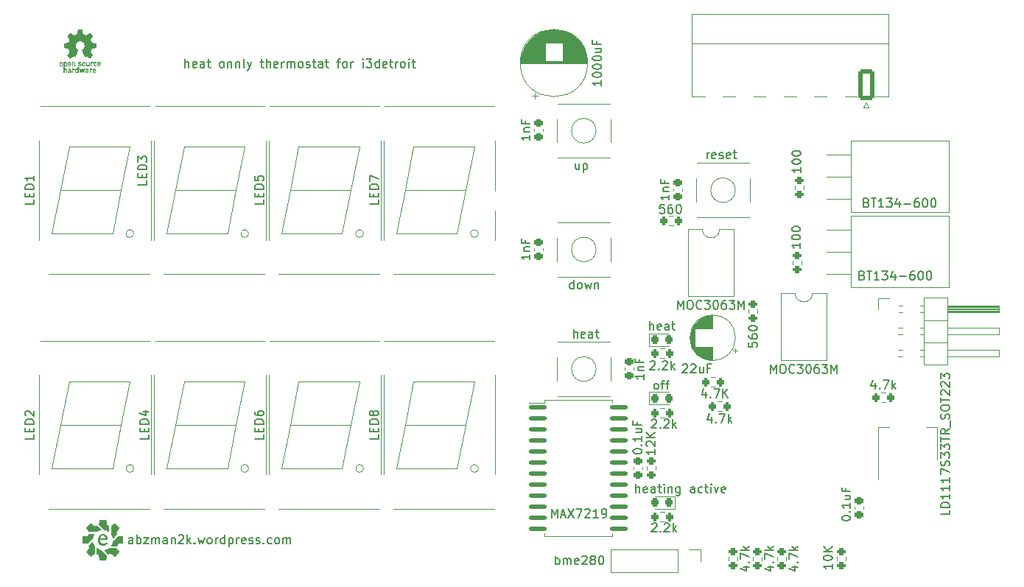
<source format=gto>
%TF.GenerationSoftware,KiCad,Pcbnew,(6.0.0)*%
%TF.CreationDate,2022-03-13T19:16:45-04:00*%
%TF.ProjectId,esp23 i3 heat thermostat,65737032-3320-4693-9320-686561742074,rev?*%
%TF.SameCoordinates,Original*%
%TF.FileFunction,Legend,Top*%
%TF.FilePolarity,Positive*%
%FSLAX46Y46*%
G04 Gerber Fmt 4.6, Leading zero omitted, Abs format (unit mm)*
G04 Created by KiCad (PCBNEW (6.0.0)) date 2022-03-13 19:16:45*
%MOMM*%
%LPD*%
G01*
G04 APERTURE LIST*
G04 Aperture macros list*
%AMRoundRect*
0 Rectangle with rounded corners*
0 $1 Rounding radius*
0 $2 $3 $4 $5 $6 $7 $8 $9 X,Y pos of 4 corners*
0 Add a 4 corners polygon primitive as box body*
4,1,4,$2,$3,$4,$5,$6,$7,$8,$9,$2,$3,0*
0 Add four circle primitives for the rounded corners*
1,1,$1+$1,$2,$3*
1,1,$1+$1,$4,$5*
1,1,$1+$1,$6,$7*
1,1,$1+$1,$8,$9*
0 Add four rect primitives between the rounded corners*
20,1,$1+$1,$2,$3,$4,$5,0*
20,1,$1+$1,$4,$5,$6,$7,0*
20,1,$1+$1,$6,$7,$8,$9,0*
20,1,$1+$1,$8,$9,$2,$3,0*%
G04 Aperture macros list end*
%ADD10C,0.150000*%
%ADD11C,0.120000*%
%ADD12R,1.700000X1.700000*%
%ADD13O,1.700000X1.700000*%
%ADD14R,1.524000X2.524000*%
%ADD15O,1.524000X2.524000*%
%ADD16RoundRect,0.200000X0.275000X-0.200000X0.275000X0.200000X-0.275000X0.200000X-0.275000X-0.200000X0*%
%ADD17RoundRect,0.250000X0.650000X1.550000X-0.650000X1.550000X-0.650000X-1.550000X0.650000X-1.550000X0*%
%ADD18O,1.800000X3.600000*%
%ADD19RoundRect,0.225000X-0.250000X0.225000X-0.250000X-0.225000X0.250000X-0.225000X0.250000X0.225000X0*%
%ADD20C,3.200000*%
%ADD21RoundRect,0.200000X0.200000X0.275000X-0.200000X0.275000X-0.200000X-0.275000X0.200000X-0.275000X0*%
%ADD22C,1.700000*%
%ADD23R,1.600000X1.600000*%
%ADD24O,1.600000X1.600000*%
%ADD25O,3.200000X3.200000*%
%ADD26R,1.800000X1.800000*%
%ADD27O,1.800000X1.800000*%
%ADD28RoundRect,0.200000X-0.200000X-0.275000X0.200000X-0.275000X0.200000X0.275000X-0.200000X0.275000X0*%
%ADD29RoundRect,0.200000X-0.275000X0.200000X-0.275000X-0.200000X0.275000X-0.200000X0.275000X0.200000X0*%
%ADD30RoundRect,0.225000X0.250000X-0.225000X0.250000X0.225000X-0.250000X0.225000X-0.250000X-0.225000X0*%
%ADD31RoundRect,0.218750X0.218750X0.256250X-0.218750X0.256250X-0.218750X-0.256250X0.218750X-0.256250X0*%
%ADD32R,1.500000X2.000000*%
%ADD33R,3.800000X2.000000*%
%ADD34RoundRect,0.218750X-0.218750X-0.256250X0.218750X-0.256250X0.218750X0.256250X-0.218750X0.256250X0*%
%ADD35RoundRect,0.137500X-0.862500X-0.137500X0.862500X-0.137500X0.862500X0.137500X-0.862500X0.137500X0*%
%ADD36C,1.600000*%
%ADD37R,2.540000X2.540000*%
%ADD38C,2.540000*%
G04 APERTURE END LIST*
D10*
X72937742Y-54528980D02*
X72937742Y-53528980D01*
X73366314Y-54528980D02*
X73366314Y-54005171D01*
X73318695Y-53909933D01*
X73223457Y-53862314D01*
X73080600Y-53862314D01*
X72985361Y-53909933D01*
X72937742Y-53957552D01*
X74223457Y-54481361D02*
X74128219Y-54528980D01*
X73937742Y-54528980D01*
X73842504Y-54481361D01*
X73794885Y-54386123D01*
X73794885Y-54005171D01*
X73842504Y-53909933D01*
X73937742Y-53862314D01*
X74128219Y-53862314D01*
X74223457Y-53909933D01*
X74271076Y-54005171D01*
X74271076Y-54100409D01*
X73794885Y-54195647D01*
X75128219Y-54528980D02*
X75128219Y-54005171D01*
X75080600Y-53909933D01*
X74985361Y-53862314D01*
X74794885Y-53862314D01*
X74699647Y-53909933D01*
X75128219Y-54481361D02*
X75032980Y-54528980D01*
X74794885Y-54528980D01*
X74699647Y-54481361D01*
X74652028Y-54386123D01*
X74652028Y-54290885D01*
X74699647Y-54195647D01*
X74794885Y-54148028D01*
X75032980Y-54148028D01*
X75128219Y-54100409D01*
X75461552Y-53862314D02*
X75842504Y-53862314D01*
X75604409Y-53528980D02*
X75604409Y-54386123D01*
X75652028Y-54481361D01*
X75747266Y-54528980D01*
X75842504Y-54528980D01*
X77080599Y-54528980D02*
X76985361Y-54481361D01*
X76937742Y-54433742D01*
X76890123Y-54338504D01*
X76890123Y-54052790D01*
X76937742Y-53957552D01*
X76985361Y-53909933D01*
X77080599Y-53862314D01*
X77223457Y-53862314D01*
X77318695Y-53909933D01*
X77366314Y-53957552D01*
X77413933Y-54052790D01*
X77413933Y-54338504D01*
X77366314Y-54433742D01*
X77318695Y-54481361D01*
X77223457Y-54528980D01*
X77080599Y-54528980D01*
X77842504Y-53862314D02*
X77842504Y-54528980D01*
X77842504Y-53957552D02*
X77890123Y-53909933D01*
X77985361Y-53862314D01*
X78128219Y-53862314D01*
X78223457Y-53909933D01*
X78271076Y-54005171D01*
X78271076Y-54528980D01*
X78747266Y-53862314D02*
X78747266Y-54528980D01*
X78747266Y-53957552D02*
X78794885Y-53909933D01*
X78890123Y-53862314D01*
X79032980Y-53862314D01*
X79128219Y-53909933D01*
X79175838Y-54005171D01*
X79175838Y-54528980D01*
X79794885Y-54528980D02*
X79699647Y-54481361D01*
X79652028Y-54386123D01*
X79652028Y-53528980D01*
X80080599Y-53862314D02*
X80318695Y-54528980D01*
X80556790Y-53862314D02*
X80318695Y-54528980D01*
X80223457Y-54767076D01*
X80175838Y-54814695D01*
X80080599Y-54862314D01*
X81556790Y-53862314D02*
X81937742Y-53862314D01*
X81699647Y-53528980D02*
X81699647Y-54386123D01*
X81747266Y-54481361D01*
X81842504Y-54528980D01*
X81937742Y-54528980D01*
X82271076Y-54528980D02*
X82271076Y-53528980D01*
X82699647Y-54528980D02*
X82699647Y-54005171D01*
X82652028Y-53909933D01*
X82556790Y-53862314D01*
X82413933Y-53862314D01*
X82318695Y-53909933D01*
X82271076Y-53957552D01*
X83556790Y-54481361D02*
X83461552Y-54528980D01*
X83271076Y-54528980D01*
X83175838Y-54481361D01*
X83128219Y-54386123D01*
X83128219Y-54005171D01*
X83175838Y-53909933D01*
X83271076Y-53862314D01*
X83461552Y-53862314D01*
X83556790Y-53909933D01*
X83604409Y-54005171D01*
X83604409Y-54100409D01*
X83128219Y-54195647D01*
X84032980Y-54528980D02*
X84032980Y-53862314D01*
X84032980Y-54052790D02*
X84080599Y-53957552D01*
X84128219Y-53909933D01*
X84223457Y-53862314D01*
X84318695Y-53862314D01*
X84652028Y-54528980D02*
X84652028Y-53862314D01*
X84652028Y-53957552D02*
X84699647Y-53909933D01*
X84794885Y-53862314D01*
X84937742Y-53862314D01*
X85032980Y-53909933D01*
X85080599Y-54005171D01*
X85080599Y-54528980D01*
X85080599Y-54005171D02*
X85128219Y-53909933D01*
X85223457Y-53862314D01*
X85366314Y-53862314D01*
X85461552Y-53909933D01*
X85509171Y-54005171D01*
X85509171Y-54528980D01*
X86128219Y-54528980D02*
X86032980Y-54481361D01*
X85985361Y-54433742D01*
X85937742Y-54338504D01*
X85937742Y-54052790D01*
X85985361Y-53957552D01*
X86032980Y-53909933D01*
X86128219Y-53862314D01*
X86271076Y-53862314D01*
X86366314Y-53909933D01*
X86413933Y-53957552D01*
X86461552Y-54052790D01*
X86461552Y-54338504D01*
X86413933Y-54433742D01*
X86366314Y-54481361D01*
X86271076Y-54528980D01*
X86128219Y-54528980D01*
X86842504Y-54481361D02*
X86937742Y-54528980D01*
X87128219Y-54528980D01*
X87223457Y-54481361D01*
X87271076Y-54386123D01*
X87271076Y-54338504D01*
X87223457Y-54243266D01*
X87128219Y-54195647D01*
X86985361Y-54195647D01*
X86890123Y-54148028D01*
X86842504Y-54052790D01*
X86842504Y-54005171D01*
X86890123Y-53909933D01*
X86985361Y-53862314D01*
X87128219Y-53862314D01*
X87223457Y-53909933D01*
X87556790Y-53862314D02*
X87937742Y-53862314D01*
X87699647Y-53528980D02*
X87699647Y-54386123D01*
X87747266Y-54481361D01*
X87842504Y-54528980D01*
X87937742Y-54528980D01*
X88699647Y-54528980D02*
X88699647Y-54005171D01*
X88652028Y-53909933D01*
X88556790Y-53862314D01*
X88366314Y-53862314D01*
X88271076Y-53909933D01*
X88699647Y-54481361D02*
X88604409Y-54528980D01*
X88366314Y-54528980D01*
X88271076Y-54481361D01*
X88223457Y-54386123D01*
X88223457Y-54290885D01*
X88271076Y-54195647D01*
X88366314Y-54148028D01*
X88604409Y-54148028D01*
X88699647Y-54100409D01*
X89032980Y-53862314D02*
X89413933Y-53862314D01*
X89175838Y-53528980D02*
X89175838Y-54386123D01*
X89223457Y-54481361D01*
X89318695Y-54528980D01*
X89413933Y-54528980D01*
X90366314Y-53862314D02*
X90747266Y-53862314D01*
X90509171Y-54528980D02*
X90509171Y-53671838D01*
X90556790Y-53576600D01*
X90652028Y-53528980D01*
X90747266Y-53528980D01*
X91223457Y-54528980D02*
X91128219Y-54481361D01*
X91080600Y-54433742D01*
X91032980Y-54338504D01*
X91032980Y-54052790D01*
X91080600Y-53957552D01*
X91128219Y-53909933D01*
X91223457Y-53862314D01*
X91366314Y-53862314D01*
X91461552Y-53909933D01*
X91509171Y-53957552D01*
X91556790Y-54052790D01*
X91556790Y-54338504D01*
X91509171Y-54433742D01*
X91461552Y-54481361D01*
X91366314Y-54528980D01*
X91223457Y-54528980D01*
X91985361Y-54528980D02*
X91985361Y-53862314D01*
X91985361Y-54052790D02*
X92032980Y-53957552D01*
X92080599Y-53909933D01*
X92175838Y-53862314D01*
X92271076Y-53862314D01*
X93366314Y-54528980D02*
X93366314Y-53862314D01*
X93366314Y-53528980D02*
X93318695Y-53576600D01*
X93366314Y-53624219D01*
X93413933Y-53576600D01*
X93366314Y-53528980D01*
X93366314Y-53624219D01*
X93747266Y-53528980D02*
X94366314Y-53528980D01*
X94032980Y-53909933D01*
X94175838Y-53909933D01*
X94271076Y-53957552D01*
X94318695Y-54005171D01*
X94366314Y-54100409D01*
X94366314Y-54338504D01*
X94318695Y-54433742D01*
X94271076Y-54481361D01*
X94175838Y-54528980D01*
X93890123Y-54528980D01*
X93794885Y-54481361D01*
X93747266Y-54433742D01*
X95223457Y-54528980D02*
X95223457Y-53528980D01*
X95223457Y-54481361D02*
X95128219Y-54528980D01*
X94937742Y-54528980D01*
X94842504Y-54481361D01*
X94794885Y-54433742D01*
X94747266Y-54338504D01*
X94747266Y-54052790D01*
X94794885Y-53957552D01*
X94842504Y-53909933D01*
X94937742Y-53862314D01*
X95128219Y-53862314D01*
X95223457Y-53909933D01*
X96080599Y-54481361D02*
X95985361Y-54528980D01*
X95794885Y-54528980D01*
X95699647Y-54481361D01*
X95652028Y-54386123D01*
X95652028Y-54005171D01*
X95699647Y-53909933D01*
X95794885Y-53862314D01*
X95985361Y-53862314D01*
X96080599Y-53909933D01*
X96128219Y-54005171D01*
X96128219Y-54100409D01*
X95652028Y-54195647D01*
X96413933Y-53862314D02*
X96794885Y-53862314D01*
X96556790Y-53528980D02*
X96556790Y-54386123D01*
X96604409Y-54481361D01*
X96699647Y-54528980D01*
X96794885Y-54528980D01*
X97128219Y-54528980D02*
X97128219Y-53862314D01*
X97128219Y-54052790D02*
X97175838Y-53957552D01*
X97223457Y-53909933D01*
X97318695Y-53862314D01*
X97413933Y-53862314D01*
X97890123Y-54528980D02*
X97794885Y-54481361D01*
X97747266Y-54433742D01*
X97699647Y-54338504D01*
X97699647Y-54052790D01*
X97747266Y-53957552D01*
X97794885Y-53909933D01*
X97890123Y-53862314D01*
X98032980Y-53862314D01*
X98128219Y-53909933D01*
X98175838Y-53957552D01*
X98223457Y-54052790D01*
X98223457Y-54338504D01*
X98175838Y-54433742D01*
X98128219Y-54481361D01*
X98032980Y-54528980D01*
X97890123Y-54528980D01*
X98652028Y-54528980D02*
X98652028Y-53862314D01*
X98652028Y-53528980D02*
X98604409Y-53576600D01*
X98652028Y-53624219D01*
X98699647Y-53576600D01*
X98652028Y-53528980D01*
X98652028Y-53624219D01*
X98985361Y-53862314D02*
X99366314Y-53862314D01*
X99128219Y-53528980D02*
X99128219Y-54386123D01*
X99175838Y-54481361D01*
X99271076Y-54528980D01*
X99366314Y-54528980D01*
X66911057Y-109265980D02*
X66911057Y-108742171D01*
X66863438Y-108646933D01*
X66768200Y-108599314D01*
X66577723Y-108599314D01*
X66482485Y-108646933D01*
X66911057Y-109218361D02*
X66815819Y-109265980D01*
X66577723Y-109265980D01*
X66482485Y-109218361D01*
X66434866Y-109123123D01*
X66434866Y-109027885D01*
X66482485Y-108932647D01*
X66577723Y-108885028D01*
X66815819Y-108885028D01*
X66911057Y-108837409D01*
X67387247Y-109265980D02*
X67387247Y-108265980D01*
X67387247Y-108646933D02*
X67482485Y-108599314D01*
X67672961Y-108599314D01*
X67768200Y-108646933D01*
X67815819Y-108694552D01*
X67863438Y-108789790D01*
X67863438Y-109075504D01*
X67815819Y-109170742D01*
X67768200Y-109218361D01*
X67672961Y-109265980D01*
X67482485Y-109265980D01*
X67387247Y-109218361D01*
X68196771Y-108599314D02*
X68720580Y-108599314D01*
X68196771Y-109265980D01*
X68720580Y-109265980D01*
X69101533Y-109265980D02*
X69101533Y-108599314D01*
X69101533Y-108694552D02*
X69149152Y-108646933D01*
X69244390Y-108599314D01*
X69387247Y-108599314D01*
X69482485Y-108646933D01*
X69530104Y-108742171D01*
X69530104Y-109265980D01*
X69530104Y-108742171D02*
X69577723Y-108646933D01*
X69672961Y-108599314D01*
X69815819Y-108599314D01*
X69911057Y-108646933D01*
X69958676Y-108742171D01*
X69958676Y-109265980D01*
X70863438Y-109265980D02*
X70863438Y-108742171D01*
X70815819Y-108646933D01*
X70720580Y-108599314D01*
X70530104Y-108599314D01*
X70434866Y-108646933D01*
X70863438Y-109218361D02*
X70768200Y-109265980D01*
X70530104Y-109265980D01*
X70434866Y-109218361D01*
X70387247Y-109123123D01*
X70387247Y-109027885D01*
X70434866Y-108932647D01*
X70530104Y-108885028D01*
X70768200Y-108885028D01*
X70863438Y-108837409D01*
X71339628Y-108599314D02*
X71339628Y-109265980D01*
X71339628Y-108694552D02*
X71387247Y-108646933D01*
X71482485Y-108599314D01*
X71625342Y-108599314D01*
X71720580Y-108646933D01*
X71768200Y-108742171D01*
X71768200Y-109265980D01*
X72196771Y-108361219D02*
X72244390Y-108313600D01*
X72339628Y-108265980D01*
X72577723Y-108265980D01*
X72672961Y-108313600D01*
X72720580Y-108361219D01*
X72768200Y-108456457D01*
X72768200Y-108551695D01*
X72720580Y-108694552D01*
X72149152Y-109265980D01*
X72768200Y-109265980D01*
X73196771Y-109265980D02*
X73196771Y-108265980D01*
X73292009Y-108885028D02*
X73577723Y-109265980D01*
X73577723Y-108599314D02*
X73196771Y-108980266D01*
X74006295Y-109170742D02*
X74053914Y-109218361D01*
X74006295Y-109265980D01*
X73958676Y-109218361D01*
X74006295Y-109170742D01*
X74006295Y-109265980D01*
X74387247Y-108599314D02*
X74577723Y-109265980D01*
X74768200Y-108789790D01*
X74958676Y-109265980D01*
X75149152Y-108599314D01*
X75672961Y-109265980D02*
X75577723Y-109218361D01*
X75530104Y-109170742D01*
X75482485Y-109075504D01*
X75482485Y-108789790D01*
X75530104Y-108694552D01*
X75577723Y-108646933D01*
X75672961Y-108599314D01*
X75815819Y-108599314D01*
X75911057Y-108646933D01*
X75958676Y-108694552D01*
X76006295Y-108789790D01*
X76006295Y-109075504D01*
X75958676Y-109170742D01*
X75911057Y-109218361D01*
X75815819Y-109265980D01*
X75672961Y-109265980D01*
X76434866Y-109265980D02*
X76434866Y-108599314D01*
X76434866Y-108789790D02*
X76482485Y-108694552D01*
X76530104Y-108646933D01*
X76625342Y-108599314D01*
X76720580Y-108599314D01*
X77482485Y-109265980D02*
X77482485Y-108265980D01*
X77482485Y-109218361D02*
X77387247Y-109265980D01*
X77196771Y-109265980D01*
X77101533Y-109218361D01*
X77053914Y-109170742D01*
X77006295Y-109075504D01*
X77006295Y-108789790D01*
X77053914Y-108694552D01*
X77101533Y-108646933D01*
X77196771Y-108599314D01*
X77387247Y-108599314D01*
X77482485Y-108646933D01*
X77958676Y-108599314D02*
X77958676Y-109599314D01*
X77958676Y-108646933D02*
X78053914Y-108599314D01*
X78244390Y-108599314D01*
X78339628Y-108646933D01*
X78387247Y-108694552D01*
X78434866Y-108789790D01*
X78434866Y-109075504D01*
X78387247Y-109170742D01*
X78339628Y-109218361D01*
X78244390Y-109265980D01*
X78053914Y-109265980D01*
X77958676Y-109218361D01*
X78863438Y-109265980D02*
X78863438Y-108599314D01*
X78863438Y-108789790D02*
X78911057Y-108694552D01*
X78958676Y-108646933D01*
X79053914Y-108599314D01*
X79149152Y-108599314D01*
X79863438Y-109218361D02*
X79768200Y-109265980D01*
X79577723Y-109265980D01*
X79482485Y-109218361D01*
X79434866Y-109123123D01*
X79434866Y-108742171D01*
X79482485Y-108646933D01*
X79577723Y-108599314D01*
X79768200Y-108599314D01*
X79863438Y-108646933D01*
X79911057Y-108742171D01*
X79911057Y-108837409D01*
X79434866Y-108932647D01*
X80292009Y-109218361D02*
X80387247Y-109265980D01*
X80577723Y-109265980D01*
X80672961Y-109218361D01*
X80720580Y-109123123D01*
X80720580Y-109075504D01*
X80672961Y-108980266D01*
X80577723Y-108932647D01*
X80434866Y-108932647D01*
X80339628Y-108885028D01*
X80292009Y-108789790D01*
X80292009Y-108742171D01*
X80339628Y-108646933D01*
X80434866Y-108599314D01*
X80577723Y-108599314D01*
X80672961Y-108646933D01*
X81101533Y-109218361D02*
X81196771Y-109265980D01*
X81387247Y-109265980D01*
X81482485Y-109218361D01*
X81530104Y-109123123D01*
X81530104Y-109075504D01*
X81482485Y-108980266D01*
X81387247Y-108932647D01*
X81244390Y-108932647D01*
X81149152Y-108885028D01*
X81101533Y-108789790D01*
X81101533Y-108742171D01*
X81149152Y-108646933D01*
X81244390Y-108599314D01*
X81387247Y-108599314D01*
X81482485Y-108646933D01*
X81958676Y-109170742D02*
X82006295Y-109218361D01*
X81958676Y-109265980D01*
X81911057Y-109218361D01*
X81958676Y-109170742D01*
X81958676Y-109265980D01*
X82863438Y-109218361D02*
X82768200Y-109265980D01*
X82577723Y-109265980D01*
X82482485Y-109218361D01*
X82434866Y-109170742D01*
X82387247Y-109075504D01*
X82387247Y-108789790D01*
X82434866Y-108694552D01*
X82482485Y-108646933D01*
X82577723Y-108599314D01*
X82768200Y-108599314D01*
X82863438Y-108646933D01*
X83434866Y-109265980D02*
X83339628Y-109218361D01*
X83292009Y-109170742D01*
X83244390Y-109075504D01*
X83244390Y-108789790D01*
X83292009Y-108694552D01*
X83339628Y-108646933D01*
X83434866Y-108599314D01*
X83577723Y-108599314D01*
X83672961Y-108646933D01*
X83720580Y-108694552D01*
X83768200Y-108789790D01*
X83768200Y-109075504D01*
X83720580Y-109170742D01*
X83672961Y-109218361D01*
X83577723Y-109265980D01*
X83434866Y-109265980D01*
X84196771Y-109265980D02*
X84196771Y-108599314D01*
X84196771Y-108694552D02*
X84244390Y-108646933D01*
X84339628Y-108599314D01*
X84482485Y-108599314D01*
X84577723Y-108646933D01*
X84625342Y-108742171D01*
X84625342Y-109265980D01*
X84625342Y-108742171D02*
X84672961Y-108646933D01*
X84768200Y-108599314D01*
X84911057Y-108599314D01*
X85006295Y-108646933D01*
X85053914Y-108742171D01*
X85053914Y-109265980D01*
X124751152Y-103398580D02*
X124751152Y-102398580D01*
X125179723Y-103398580D02*
X125179723Y-102874771D01*
X125132104Y-102779533D01*
X125036866Y-102731914D01*
X124894009Y-102731914D01*
X124798771Y-102779533D01*
X124751152Y-102827152D01*
X126036866Y-103350961D02*
X125941628Y-103398580D01*
X125751152Y-103398580D01*
X125655914Y-103350961D01*
X125608295Y-103255723D01*
X125608295Y-102874771D01*
X125655914Y-102779533D01*
X125751152Y-102731914D01*
X125941628Y-102731914D01*
X126036866Y-102779533D01*
X126084485Y-102874771D01*
X126084485Y-102970009D01*
X125608295Y-103065247D01*
X126941628Y-103398580D02*
X126941628Y-102874771D01*
X126894009Y-102779533D01*
X126798771Y-102731914D01*
X126608295Y-102731914D01*
X126513057Y-102779533D01*
X126941628Y-103350961D02*
X126846390Y-103398580D01*
X126608295Y-103398580D01*
X126513057Y-103350961D01*
X126465438Y-103255723D01*
X126465438Y-103160485D01*
X126513057Y-103065247D01*
X126608295Y-103017628D01*
X126846390Y-103017628D01*
X126941628Y-102970009D01*
X127274961Y-102731914D02*
X127655914Y-102731914D01*
X127417819Y-102398580D02*
X127417819Y-103255723D01*
X127465438Y-103350961D01*
X127560676Y-103398580D01*
X127655914Y-103398580D01*
X127989247Y-103398580D02*
X127989247Y-102731914D01*
X127989247Y-102398580D02*
X127941628Y-102446200D01*
X127989247Y-102493819D01*
X128036866Y-102446200D01*
X127989247Y-102398580D01*
X127989247Y-102493819D01*
X128465438Y-102731914D02*
X128465438Y-103398580D01*
X128465438Y-102827152D02*
X128513057Y-102779533D01*
X128608295Y-102731914D01*
X128751152Y-102731914D01*
X128846390Y-102779533D01*
X128894009Y-102874771D01*
X128894009Y-103398580D01*
X129798771Y-102731914D02*
X129798771Y-103541438D01*
X129751152Y-103636676D01*
X129703533Y-103684295D01*
X129608295Y-103731914D01*
X129465438Y-103731914D01*
X129370200Y-103684295D01*
X129798771Y-103350961D02*
X129703533Y-103398580D01*
X129513057Y-103398580D01*
X129417819Y-103350961D01*
X129370200Y-103303342D01*
X129322580Y-103208104D01*
X129322580Y-102922390D01*
X129370200Y-102827152D01*
X129417819Y-102779533D01*
X129513057Y-102731914D01*
X129703533Y-102731914D01*
X129798771Y-102779533D01*
X131465438Y-103398580D02*
X131465438Y-102874771D01*
X131417819Y-102779533D01*
X131322580Y-102731914D01*
X131132104Y-102731914D01*
X131036866Y-102779533D01*
X131465438Y-103350961D02*
X131370200Y-103398580D01*
X131132104Y-103398580D01*
X131036866Y-103350961D01*
X130989247Y-103255723D01*
X130989247Y-103160485D01*
X131036866Y-103065247D01*
X131132104Y-103017628D01*
X131370200Y-103017628D01*
X131465438Y-102970009D01*
X132370200Y-103350961D02*
X132274961Y-103398580D01*
X132084485Y-103398580D01*
X131989247Y-103350961D01*
X131941628Y-103303342D01*
X131894009Y-103208104D01*
X131894009Y-102922390D01*
X131941628Y-102827152D01*
X131989247Y-102779533D01*
X132084485Y-102731914D01*
X132274961Y-102731914D01*
X132370200Y-102779533D01*
X132655914Y-102731914D02*
X133036866Y-102731914D01*
X132798771Y-102398580D02*
X132798771Y-103255723D01*
X132846390Y-103350961D01*
X132941628Y-103398580D01*
X133036866Y-103398580D01*
X133370200Y-103398580D02*
X133370200Y-102731914D01*
X133370200Y-102398580D02*
X133322580Y-102446200D01*
X133370200Y-102493819D01*
X133417819Y-102446200D01*
X133370200Y-102398580D01*
X133370200Y-102493819D01*
X133751152Y-102731914D02*
X133989247Y-103398580D01*
X134227342Y-102731914D01*
X134989247Y-103350961D02*
X134894009Y-103398580D01*
X134703533Y-103398580D01*
X134608295Y-103350961D01*
X134560676Y-103255723D01*
X134560676Y-102874771D01*
X134608295Y-102779533D01*
X134703533Y-102731914D01*
X134894009Y-102731914D01*
X134989247Y-102779533D01*
X135036866Y-102874771D01*
X135036866Y-102970009D01*
X134560676Y-103065247D01*
X126992142Y-91511380D02*
X126896904Y-91463761D01*
X126849285Y-91416142D01*
X126801666Y-91320904D01*
X126801666Y-91035190D01*
X126849285Y-90939952D01*
X126896904Y-90892333D01*
X126992142Y-90844714D01*
X127135000Y-90844714D01*
X127230238Y-90892333D01*
X127277857Y-90939952D01*
X127325476Y-91035190D01*
X127325476Y-91320904D01*
X127277857Y-91416142D01*
X127230238Y-91463761D01*
X127135000Y-91511380D01*
X126992142Y-91511380D01*
X127611190Y-90844714D02*
X127992142Y-90844714D01*
X127754047Y-91511380D02*
X127754047Y-90654238D01*
X127801666Y-90559000D01*
X127896904Y-90511380D01*
X127992142Y-90511380D01*
X128182619Y-90844714D02*
X128563571Y-90844714D01*
X128325476Y-91511380D02*
X128325476Y-90654238D01*
X128373095Y-90559000D01*
X128468333Y-90511380D01*
X128563571Y-90511380D01*
X126330247Y-84704180D02*
X126330247Y-83704180D01*
X126758819Y-84704180D02*
X126758819Y-84180371D01*
X126711200Y-84085133D01*
X126615961Y-84037514D01*
X126473104Y-84037514D01*
X126377866Y-84085133D01*
X126330247Y-84132752D01*
X127615961Y-84656561D02*
X127520723Y-84704180D01*
X127330247Y-84704180D01*
X127235009Y-84656561D01*
X127187390Y-84561323D01*
X127187390Y-84180371D01*
X127235009Y-84085133D01*
X127330247Y-84037514D01*
X127520723Y-84037514D01*
X127615961Y-84085133D01*
X127663580Y-84180371D01*
X127663580Y-84275609D01*
X127187390Y-84370847D01*
X128520723Y-84704180D02*
X128520723Y-84180371D01*
X128473104Y-84085133D01*
X128377866Y-84037514D01*
X128187390Y-84037514D01*
X128092152Y-84085133D01*
X128520723Y-84656561D02*
X128425485Y-84704180D01*
X128187390Y-84704180D01*
X128092152Y-84656561D01*
X128044533Y-84561323D01*
X128044533Y-84466085D01*
X128092152Y-84370847D01*
X128187390Y-84323228D01*
X128425485Y-84323228D01*
X128520723Y-84275609D01*
X128854057Y-84037514D02*
X129235009Y-84037514D01*
X128996914Y-83704180D02*
X128996914Y-84561323D01*
X129044533Y-84656561D01*
X129139771Y-84704180D01*
X129235009Y-84704180D01*
X132899352Y-64993780D02*
X132899352Y-64327114D01*
X132899352Y-64517590D02*
X132946971Y-64422352D01*
X132994590Y-64374733D01*
X133089828Y-64327114D01*
X133185066Y-64327114D01*
X133899352Y-64946161D02*
X133804114Y-64993780D01*
X133613638Y-64993780D01*
X133518400Y-64946161D01*
X133470780Y-64850923D01*
X133470780Y-64469971D01*
X133518400Y-64374733D01*
X133613638Y-64327114D01*
X133804114Y-64327114D01*
X133899352Y-64374733D01*
X133946971Y-64469971D01*
X133946971Y-64565209D01*
X133470780Y-64660447D01*
X134327923Y-64946161D02*
X134423161Y-64993780D01*
X134613638Y-64993780D01*
X134708876Y-64946161D01*
X134756495Y-64850923D01*
X134756495Y-64803304D01*
X134708876Y-64708066D01*
X134613638Y-64660447D01*
X134470780Y-64660447D01*
X134375542Y-64612828D01*
X134327923Y-64517590D01*
X134327923Y-64469971D01*
X134375542Y-64374733D01*
X134470780Y-64327114D01*
X134613638Y-64327114D01*
X134708876Y-64374733D01*
X135566019Y-64946161D02*
X135470780Y-64993780D01*
X135280304Y-64993780D01*
X135185066Y-64946161D01*
X135137447Y-64850923D01*
X135137447Y-64469971D01*
X135185066Y-64374733D01*
X135280304Y-64327114D01*
X135470780Y-64327114D01*
X135566019Y-64374733D01*
X135613638Y-64469971D01*
X135613638Y-64565209D01*
X135137447Y-64660447D01*
X135899352Y-64327114D02*
X136280304Y-64327114D01*
X136042209Y-63993780D02*
X136042209Y-64850923D01*
X136089828Y-64946161D01*
X136185066Y-64993780D01*
X136280304Y-64993780D01*
X117567247Y-85593180D02*
X117567247Y-84593180D01*
X117995819Y-85593180D02*
X117995819Y-85069371D01*
X117948200Y-84974133D01*
X117852961Y-84926514D01*
X117710104Y-84926514D01*
X117614866Y-84974133D01*
X117567247Y-85021752D01*
X118852961Y-85545561D02*
X118757723Y-85593180D01*
X118567247Y-85593180D01*
X118472009Y-85545561D01*
X118424390Y-85450323D01*
X118424390Y-85069371D01*
X118472009Y-84974133D01*
X118567247Y-84926514D01*
X118757723Y-84926514D01*
X118852961Y-84974133D01*
X118900580Y-85069371D01*
X118900580Y-85164609D01*
X118424390Y-85259847D01*
X119757723Y-85593180D02*
X119757723Y-85069371D01*
X119710104Y-84974133D01*
X119614866Y-84926514D01*
X119424390Y-84926514D01*
X119329152Y-84974133D01*
X119757723Y-85545561D02*
X119662485Y-85593180D01*
X119424390Y-85593180D01*
X119329152Y-85545561D01*
X119281533Y-85450323D01*
X119281533Y-85355085D01*
X119329152Y-85259847D01*
X119424390Y-85212228D01*
X119662485Y-85212228D01*
X119757723Y-85164609D01*
X120091057Y-84926514D02*
X120472009Y-84926514D01*
X120233914Y-84593180D02*
X120233914Y-85450323D01*
X120281533Y-85545561D01*
X120376771Y-85593180D01*
X120472009Y-85593180D01*
X117581514Y-79954380D02*
X117581514Y-78954380D01*
X117581514Y-79906761D02*
X117486276Y-79954380D01*
X117295800Y-79954380D01*
X117200561Y-79906761D01*
X117152942Y-79859142D01*
X117105323Y-79763904D01*
X117105323Y-79478190D01*
X117152942Y-79382952D01*
X117200561Y-79335333D01*
X117295800Y-79287714D01*
X117486276Y-79287714D01*
X117581514Y-79335333D01*
X118200561Y-79954380D02*
X118105323Y-79906761D01*
X118057704Y-79859142D01*
X118010085Y-79763904D01*
X118010085Y-79478190D01*
X118057704Y-79382952D01*
X118105323Y-79335333D01*
X118200561Y-79287714D01*
X118343419Y-79287714D01*
X118438657Y-79335333D01*
X118486276Y-79382952D01*
X118533895Y-79478190D01*
X118533895Y-79763904D01*
X118486276Y-79859142D01*
X118438657Y-79906761D01*
X118343419Y-79954380D01*
X118200561Y-79954380D01*
X118867228Y-79287714D02*
X119057704Y-79954380D01*
X119248180Y-79478190D01*
X119438657Y-79954380D01*
X119629133Y-79287714D01*
X120010085Y-79287714D02*
X120010085Y-79954380D01*
X120010085Y-79382952D02*
X120057704Y-79335333D01*
X120152942Y-79287714D01*
X120295800Y-79287714D01*
X120391038Y-79335333D01*
X120438657Y-79430571D01*
X120438657Y-79954380D01*
X118202104Y-65571714D02*
X118202104Y-66238380D01*
X117773533Y-65571714D02*
X117773533Y-66095523D01*
X117821152Y-66190761D01*
X117916390Y-66238380D01*
X118059247Y-66238380D01*
X118154485Y-66190761D01*
X118202104Y-66143142D01*
X118678295Y-65571714D02*
X118678295Y-66571714D01*
X118678295Y-65619333D02*
X118773533Y-65571714D01*
X118964009Y-65571714D01*
X119059247Y-65619333D01*
X119106866Y-65666952D01*
X119154485Y-65762190D01*
X119154485Y-66047904D01*
X119106866Y-66143142D01*
X119059247Y-66190761D01*
X118964009Y-66238380D01*
X118773533Y-66238380D01*
X118678295Y-66190761D01*
%TO.C,J2*%
X115498904Y-111653580D02*
X115498904Y-110653580D01*
X115498904Y-111034533D02*
X115594142Y-110986914D01*
X115784619Y-110986914D01*
X115879857Y-111034533D01*
X115927476Y-111082152D01*
X115975095Y-111177390D01*
X115975095Y-111463104D01*
X115927476Y-111558342D01*
X115879857Y-111605961D01*
X115784619Y-111653580D01*
X115594142Y-111653580D01*
X115498904Y-111605961D01*
X116403666Y-111653580D02*
X116403666Y-110986914D01*
X116403666Y-111082152D02*
X116451285Y-111034533D01*
X116546523Y-110986914D01*
X116689380Y-110986914D01*
X116784619Y-111034533D01*
X116832238Y-111129771D01*
X116832238Y-111653580D01*
X116832238Y-111129771D02*
X116879857Y-111034533D01*
X116975095Y-110986914D01*
X117117952Y-110986914D01*
X117213190Y-111034533D01*
X117260809Y-111129771D01*
X117260809Y-111653580D01*
X118117952Y-111605961D02*
X118022714Y-111653580D01*
X117832238Y-111653580D01*
X117737000Y-111605961D01*
X117689380Y-111510723D01*
X117689380Y-111129771D01*
X117737000Y-111034533D01*
X117832238Y-110986914D01*
X118022714Y-110986914D01*
X118117952Y-111034533D01*
X118165571Y-111129771D01*
X118165571Y-111225009D01*
X117689380Y-111320247D01*
X118546523Y-110748819D02*
X118594142Y-110701200D01*
X118689380Y-110653580D01*
X118927476Y-110653580D01*
X119022714Y-110701200D01*
X119070333Y-110748819D01*
X119117952Y-110844057D01*
X119117952Y-110939295D01*
X119070333Y-111082152D01*
X118498904Y-111653580D01*
X119117952Y-111653580D01*
X119689380Y-111082152D02*
X119594142Y-111034533D01*
X119546523Y-110986914D01*
X119498904Y-110891676D01*
X119498904Y-110844057D01*
X119546523Y-110748819D01*
X119594142Y-110701200D01*
X119689380Y-110653580D01*
X119879857Y-110653580D01*
X119975095Y-110701200D01*
X120022714Y-110748819D01*
X120070333Y-110844057D01*
X120070333Y-110891676D01*
X120022714Y-110986914D01*
X119975095Y-111034533D01*
X119879857Y-111082152D01*
X119689380Y-111082152D01*
X119594142Y-111129771D01*
X119546523Y-111177390D01*
X119498904Y-111272628D01*
X119498904Y-111463104D01*
X119546523Y-111558342D01*
X119594142Y-111605961D01*
X119689380Y-111653580D01*
X119879857Y-111653580D01*
X119975095Y-111605961D01*
X120022714Y-111558342D01*
X120070333Y-111463104D01*
X120070333Y-111272628D01*
X120022714Y-111177390D01*
X119975095Y-111129771D01*
X119879857Y-111082152D01*
X120689380Y-110653580D02*
X120784619Y-110653580D01*
X120879857Y-110701200D01*
X120927476Y-110748819D01*
X120975095Y-110844057D01*
X121022714Y-111034533D01*
X121022714Y-111272628D01*
X120975095Y-111463104D01*
X120927476Y-111558342D01*
X120879857Y-111605961D01*
X120784619Y-111653580D01*
X120689380Y-111653580D01*
X120594142Y-111605961D01*
X120546523Y-111558342D01*
X120498904Y-111463104D01*
X120451285Y-111272628D01*
X120451285Y-111034533D01*
X120498904Y-110844057D01*
X120546523Y-110748819D01*
X120594142Y-110701200D01*
X120689380Y-110653580D01*
%TO.C,LED7*%
X95132380Y-69739047D02*
X95132380Y-70215238D01*
X94132380Y-70215238D01*
X94608571Y-69405714D02*
X94608571Y-69072380D01*
X95132380Y-68929523D02*
X95132380Y-69405714D01*
X94132380Y-69405714D01*
X94132380Y-68929523D01*
X95132380Y-68500952D02*
X94132380Y-68500952D01*
X94132380Y-68262857D01*
X94180000Y-68120000D01*
X94275238Y-68024761D01*
X94370476Y-67977142D01*
X94560952Y-67929523D01*
X94703809Y-67929523D01*
X94894285Y-67977142D01*
X94989523Y-68024761D01*
X95084761Y-68120000D01*
X95132380Y-68262857D01*
X95132380Y-68500952D01*
X94132380Y-67596190D02*
X94132380Y-66929523D01*
X95132380Y-67358095D01*
%TO.C,R15*%
X137105714Y-111926571D02*
X137772380Y-111926571D01*
X136724761Y-112164666D02*
X137439047Y-112402761D01*
X137439047Y-111783714D01*
X137677142Y-111402761D02*
X137724761Y-111355142D01*
X137772380Y-111402761D01*
X137724761Y-111450380D01*
X137677142Y-111402761D01*
X137772380Y-111402761D01*
X136772380Y-111021809D02*
X136772380Y-110355142D01*
X137772380Y-110783714D01*
X137772380Y-109974190D02*
X136772380Y-109974190D01*
X137391428Y-109878952D02*
X137772380Y-109593238D01*
X137105714Y-109593238D02*
X137486666Y-109974190D01*
%TO.C,C9*%
X112560380Y-76033238D02*
X112560380Y-76604666D01*
X112560380Y-76318952D02*
X111560380Y-76318952D01*
X111703238Y-76414190D01*
X111798476Y-76509428D01*
X111846095Y-76604666D01*
X111893714Y-75604666D02*
X112560380Y-75604666D01*
X111988952Y-75604666D02*
X111941333Y-75557047D01*
X111893714Y-75461809D01*
X111893714Y-75318952D01*
X111941333Y-75223714D01*
X112036571Y-75176095D01*
X112560380Y-75176095D01*
X112036571Y-74366571D02*
X112036571Y-74699904D01*
X112560380Y-74699904D02*
X111560380Y-74699904D01*
X111560380Y-74223714D01*
%TO.C,C8*%
X128562380Y-69175238D02*
X128562380Y-69746666D01*
X128562380Y-69460952D02*
X127562380Y-69460952D01*
X127705238Y-69556190D01*
X127800476Y-69651428D01*
X127848095Y-69746666D01*
X127895714Y-68746666D02*
X128562380Y-68746666D01*
X127990952Y-68746666D02*
X127943333Y-68699047D01*
X127895714Y-68603809D01*
X127895714Y-68460952D01*
X127943333Y-68365714D01*
X128038571Y-68318095D01*
X128562380Y-68318095D01*
X128038571Y-67508571D02*
X128038571Y-67841904D01*
X128562380Y-67841904D02*
X127562380Y-67841904D01*
X127562380Y-67365714D01*
%TO.C,R18*%
X152233428Y-90811714D02*
X152233428Y-91478380D01*
X151995333Y-90430761D02*
X151757238Y-91145047D01*
X152376285Y-91145047D01*
X152757238Y-91383142D02*
X152804857Y-91430761D01*
X152757238Y-91478380D01*
X152709619Y-91430761D01*
X152757238Y-91383142D01*
X152757238Y-91478380D01*
X153138190Y-90478380D02*
X153804857Y-90478380D01*
X153376285Y-91478380D01*
X154185809Y-91478380D02*
X154185809Y-90478380D01*
X154281047Y-91097428D02*
X154566761Y-91478380D01*
X154566761Y-90811714D02*
X154185809Y-91192666D01*
%TO.C,U2*%
X129526666Y-82299380D02*
X129526666Y-81299380D01*
X129860000Y-82013666D01*
X130193333Y-81299380D01*
X130193333Y-82299380D01*
X130860000Y-81299380D02*
X131050476Y-81299380D01*
X131145714Y-81347000D01*
X131240952Y-81442238D01*
X131288571Y-81632714D01*
X131288571Y-81966047D01*
X131240952Y-82156523D01*
X131145714Y-82251761D01*
X131050476Y-82299380D01*
X130860000Y-82299380D01*
X130764761Y-82251761D01*
X130669523Y-82156523D01*
X130621904Y-81966047D01*
X130621904Y-81632714D01*
X130669523Y-81442238D01*
X130764761Y-81347000D01*
X130860000Y-81299380D01*
X132288571Y-82204142D02*
X132240952Y-82251761D01*
X132098095Y-82299380D01*
X132002857Y-82299380D01*
X131860000Y-82251761D01*
X131764761Y-82156523D01*
X131717142Y-82061285D01*
X131669523Y-81870809D01*
X131669523Y-81727952D01*
X131717142Y-81537476D01*
X131764761Y-81442238D01*
X131860000Y-81347000D01*
X132002857Y-81299380D01*
X132098095Y-81299380D01*
X132240952Y-81347000D01*
X132288571Y-81394619D01*
X132621904Y-81299380D02*
X133240952Y-81299380D01*
X132907619Y-81680333D01*
X133050476Y-81680333D01*
X133145714Y-81727952D01*
X133193333Y-81775571D01*
X133240952Y-81870809D01*
X133240952Y-82108904D01*
X133193333Y-82204142D01*
X133145714Y-82251761D01*
X133050476Y-82299380D01*
X132764761Y-82299380D01*
X132669523Y-82251761D01*
X132621904Y-82204142D01*
X133860000Y-81299380D02*
X133955238Y-81299380D01*
X134050476Y-81347000D01*
X134098095Y-81394619D01*
X134145714Y-81489857D01*
X134193333Y-81680333D01*
X134193333Y-81918428D01*
X134145714Y-82108904D01*
X134098095Y-82204142D01*
X134050476Y-82251761D01*
X133955238Y-82299380D01*
X133860000Y-82299380D01*
X133764761Y-82251761D01*
X133717142Y-82204142D01*
X133669523Y-82108904D01*
X133621904Y-81918428D01*
X133621904Y-81680333D01*
X133669523Y-81489857D01*
X133717142Y-81394619D01*
X133764761Y-81347000D01*
X133860000Y-81299380D01*
X135050476Y-81299380D02*
X134860000Y-81299380D01*
X134764761Y-81347000D01*
X134717142Y-81394619D01*
X134621904Y-81537476D01*
X134574285Y-81727952D01*
X134574285Y-82108904D01*
X134621904Y-82204142D01*
X134669523Y-82251761D01*
X134764761Y-82299380D01*
X134955238Y-82299380D01*
X135050476Y-82251761D01*
X135098095Y-82204142D01*
X135145714Y-82108904D01*
X135145714Y-81870809D01*
X135098095Y-81775571D01*
X135050476Y-81727952D01*
X134955238Y-81680333D01*
X134764761Y-81680333D01*
X134669523Y-81727952D01*
X134621904Y-81775571D01*
X134574285Y-81870809D01*
X135479047Y-81299380D02*
X136098095Y-81299380D01*
X135764761Y-81680333D01*
X135907619Y-81680333D01*
X136002857Y-81727952D01*
X136050476Y-81775571D01*
X136098095Y-81870809D01*
X136098095Y-82108904D01*
X136050476Y-82204142D01*
X136002857Y-82251761D01*
X135907619Y-82299380D01*
X135621904Y-82299380D01*
X135526666Y-82251761D01*
X135479047Y-82204142D01*
X136526666Y-82299380D02*
X136526666Y-81299380D01*
X136860000Y-82013666D01*
X137193333Y-81299380D01*
X137193333Y-82299380D01*
%TO.C,Q2*%
X150747885Y-78414571D02*
X150890742Y-78462190D01*
X150938361Y-78509809D01*
X150985980Y-78605047D01*
X150985980Y-78747904D01*
X150938361Y-78843142D01*
X150890742Y-78890761D01*
X150795504Y-78938380D01*
X150414552Y-78938380D01*
X150414552Y-77938380D01*
X150747885Y-77938380D01*
X150843123Y-77986000D01*
X150890742Y-78033619D01*
X150938361Y-78128857D01*
X150938361Y-78224095D01*
X150890742Y-78319333D01*
X150843123Y-78366952D01*
X150747885Y-78414571D01*
X150414552Y-78414571D01*
X151271695Y-77938380D02*
X151843123Y-77938380D01*
X151557409Y-78938380D02*
X151557409Y-77938380D01*
X152700266Y-78938380D02*
X152128838Y-78938380D01*
X152414552Y-78938380D02*
X152414552Y-77938380D01*
X152319314Y-78081238D01*
X152224076Y-78176476D01*
X152128838Y-78224095D01*
X153033600Y-77938380D02*
X153652647Y-77938380D01*
X153319314Y-78319333D01*
X153462171Y-78319333D01*
X153557409Y-78366952D01*
X153605028Y-78414571D01*
X153652647Y-78509809D01*
X153652647Y-78747904D01*
X153605028Y-78843142D01*
X153557409Y-78890761D01*
X153462171Y-78938380D01*
X153176457Y-78938380D01*
X153081219Y-78890761D01*
X153033600Y-78843142D01*
X154509790Y-78271714D02*
X154509790Y-78938380D01*
X154271695Y-77890761D02*
X154033600Y-78605047D01*
X154652647Y-78605047D01*
X155033600Y-78557428D02*
X155795504Y-78557428D01*
X156700266Y-77938380D02*
X156509790Y-77938380D01*
X156414552Y-77986000D01*
X156366933Y-78033619D01*
X156271695Y-78176476D01*
X156224076Y-78366952D01*
X156224076Y-78747904D01*
X156271695Y-78843142D01*
X156319314Y-78890761D01*
X156414552Y-78938380D01*
X156605028Y-78938380D01*
X156700266Y-78890761D01*
X156747885Y-78843142D01*
X156795504Y-78747904D01*
X156795504Y-78509809D01*
X156747885Y-78414571D01*
X156700266Y-78366952D01*
X156605028Y-78319333D01*
X156414552Y-78319333D01*
X156319314Y-78366952D01*
X156271695Y-78414571D01*
X156224076Y-78509809D01*
X157414552Y-77938380D02*
X157509790Y-77938380D01*
X157605028Y-77986000D01*
X157652647Y-78033619D01*
X157700266Y-78128857D01*
X157747885Y-78319333D01*
X157747885Y-78557428D01*
X157700266Y-78747904D01*
X157652647Y-78843142D01*
X157605028Y-78890761D01*
X157509790Y-78938380D01*
X157414552Y-78938380D01*
X157319314Y-78890761D01*
X157271695Y-78843142D01*
X157224076Y-78747904D01*
X157176457Y-78557428D01*
X157176457Y-78319333D01*
X157224076Y-78128857D01*
X157271695Y-78033619D01*
X157319314Y-77986000D01*
X157414552Y-77938380D01*
X158366933Y-77938380D02*
X158462171Y-77938380D01*
X158557409Y-77986000D01*
X158605028Y-78033619D01*
X158652647Y-78128857D01*
X158700266Y-78319333D01*
X158700266Y-78557428D01*
X158652647Y-78747904D01*
X158605028Y-78843142D01*
X158557409Y-78890761D01*
X158462171Y-78938380D01*
X158366933Y-78938380D01*
X158271695Y-78890761D01*
X158224076Y-78843142D01*
X158176457Y-78747904D01*
X158128838Y-78557428D01*
X158128838Y-78319333D01*
X158176457Y-78128857D01*
X158224076Y-78033619D01*
X158271695Y-77986000D01*
X158366933Y-77938380D01*
%TO.C,Q1*%
X151255885Y-70057971D02*
X151398742Y-70105590D01*
X151446361Y-70153209D01*
X151493980Y-70248447D01*
X151493980Y-70391304D01*
X151446361Y-70486542D01*
X151398742Y-70534161D01*
X151303504Y-70581780D01*
X150922552Y-70581780D01*
X150922552Y-69581780D01*
X151255885Y-69581780D01*
X151351123Y-69629400D01*
X151398742Y-69677019D01*
X151446361Y-69772257D01*
X151446361Y-69867495D01*
X151398742Y-69962733D01*
X151351123Y-70010352D01*
X151255885Y-70057971D01*
X150922552Y-70057971D01*
X151779695Y-69581780D02*
X152351123Y-69581780D01*
X152065409Y-70581780D02*
X152065409Y-69581780D01*
X153208266Y-70581780D02*
X152636838Y-70581780D01*
X152922552Y-70581780D02*
X152922552Y-69581780D01*
X152827314Y-69724638D01*
X152732076Y-69819876D01*
X152636838Y-69867495D01*
X153541600Y-69581780D02*
X154160647Y-69581780D01*
X153827314Y-69962733D01*
X153970171Y-69962733D01*
X154065409Y-70010352D01*
X154113028Y-70057971D01*
X154160647Y-70153209D01*
X154160647Y-70391304D01*
X154113028Y-70486542D01*
X154065409Y-70534161D01*
X153970171Y-70581780D01*
X153684457Y-70581780D01*
X153589219Y-70534161D01*
X153541600Y-70486542D01*
X155017790Y-69915114D02*
X155017790Y-70581780D01*
X154779695Y-69534161D02*
X154541600Y-70248447D01*
X155160647Y-70248447D01*
X155541600Y-70200828D02*
X156303504Y-70200828D01*
X157208266Y-69581780D02*
X157017790Y-69581780D01*
X156922552Y-69629400D01*
X156874933Y-69677019D01*
X156779695Y-69819876D01*
X156732076Y-70010352D01*
X156732076Y-70391304D01*
X156779695Y-70486542D01*
X156827314Y-70534161D01*
X156922552Y-70581780D01*
X157113028Y-70581780D01*
X157208266Y-70534161D01*
X157255885Y-70486542D01*
X157303504Y-70391304D01*
X157303504Y-70153209D01*
X157255885Y-70057971D01*
X157208266Y-70010352D01*
X157113028Y-69962733D01*
X156922552Y-69962733D01*
X156827314Y-70010352D01*
X156779695Y-70057971D01*
X156732076Y-70153209D01*
X157922552Y-69581780D02*
X158017790Y-69581780D01*
X158113028Y-69629400D01*
X158160647Y-69677019D01*
X158208266Y-69772257D01*
X158255885Y-69962733D01*
X158255885Y-70200828D01*
X158208266Y-70391304D01*
X158160647Y-70486542D01*
X158113028Y-70534161D01*
X158017790Y-70581780D01*
X157922552Y-70581780D01*
X157827314Y-70534161D01*
X157779695Y-70486542D01*
X157732076Y-70391304D01*
X157684457Y-70200828D01*
X157684457Y-69962733D01*
X157732076Y-69772257D01*
X157779695Y-69677019D01*
X157827314Y-69629400D01*
X157922552Y-69581780D01*
X158874933Y-69581780D02*
X158970171Y-69581780D01*
X159065409Y-69629400D01*
X159113028Y-69677019D01*
X159160647Y-69772257D01*
X159208266Y-69962733D01*
X159208266Y-70200828D01*
X159160647Y-70391304D01*
X159113028Y-70486542D01*
X159065409Y-70534161D01*
X158970171Y-70581780D01*
X158874933Y-70581780D01*
X158779695Y-70534161D01*
X158732076Y-70486542D01*
X158684457Y-70391304D01*
X158636838Y-70200828D01*
X158636838Y-69962733D01*
X158684457Y-69772257D01*
X158732076Y-69677019D01*
X158779695Y-69629400D01*
X158874933Y-69581780D01*
%TO.C,LED6*%
X81932380Y-96739047D02*
X81932380Y-97215238D01*
X80932380Y-97215238D01*
X81408571Y-96405714D02*
X81408571Y-96072380D01*
X81932380Y-95929523D02*
X81932380Y-96405714D01*
X80932380Y-96405714D01*
X80932380Y-95929523D01*
X81932380Y-95500952D02*
X80932380Y-95500952D01*
X80932380Y-95262857D01*
X80980000Y-95120000D01*
X81075238Y-95024761D01*
X81170476Y-94977142D01*
X81360952Y-94929523D01*
X81503809Y-94929523D01*
X81694285Y-94977142D01*
X81789523Y-95024761D01*
X81884761Y-95120000D01*
X81932380Y-95262857D01*
X81932380Y-95500952D01*
X80932380Y-94072380D02*
X80932380Y-94262857D01*
X80980000Y-94358095D01*
X81027619Y-94405714D01*
X81170476Y-94500952D01*
X81360952Y-94548571D01*
X81741904Y-94548571D01*
X81837142Y-94500952D01*
X81884761Y-94453333D01*
X81932380Y-94358095D01*
X81932380Y-94167619D01*
X81884761Y-94072380D01*
X81837142Y-94024761D01*
X81741904Y-93977142D01*
X81503809Y-93977142D01*
X81408571Y-94024761D01*
X81360952Y-94072380D01*
X81313333Y-94167619D01*
X81313333Y-94358095D01*
X81360952Y-94453333D01*
X81408571Y-94500952D01*
X81503809Y-94548571D01*
%TO.C,R20*%
X126357238Y-88353619D02*
X126404857Y-88306000D01*
X126500095Y-88258380D01*
X126738190Y-88258380D01*
X126833428Y-88306000D01*
X126881047Y-88353619D01*
X126928666Y-88448857D01*
X126928666Y-88544095D01*
X126881047Y-88686952D01*
X126309619Y-89258380D01*
X126928666Y-89258380D01*
X127357238Y-89163142D02*
X127404857Y-89210761D01*
X127357238Y-89258380D01*
X127309619Y-89210761D01*
X127357238Y-89163142D01*
X127357238Y-89258380D01*
X127785809Y-88353619D02*
X127833428Y-88306000D01*
X127928666Y-88258380D01*
X128166761Y-88258380D01*
X128262000Y-88306000D01*
X128309619Y-88353619D01*
X128357238Y-88448857D01*
X128357238Y-88544095D01*
X128309619Y-88686952D01*
X127738190Y-89258380D01*
X128357238Y-89258380D01*
X128785809Y-89258380D02*
X128785809Y-88258380D01*
X128881047Y-88877428D02*
X129166761Y-89258380D01*
X129166761Y-88591714D02*
X128785809Y-88972666D01*
%TO.C,R1*%
X126944380Y-98429676D02*
X126944380Y-99001104D01*
X126944380Y-98715390D02*
X125944380Y-98715390D01*
X126087238Y-98810628D01*
X126182476Y-98905866D01*
X126230095Y-99001104D01*
X126039619Y-98048723D02*
X125992000Y-98001104D01*
X125944380Y-97905866D01*
X125944380Y-97667771D01*
X125992000Y-97572533D01*
X126039619Y-97524914D01*
X126134857Y-97477295D01*
X126230095Y-97477295D01*
X126372952Y-97524914D01*
X126944380Y-98096342D01*
X126944380Y-97477295D01*
X126944380Y-97048723D02*
X125944380Y-97048723D01*
X126944380Y-96477295D02*
X126372952Y-96905866D01*
X125944380Y-96477295D02*
X126515809Y-97048723D01*
%TO.C,R5*%
X137679180Y-86159885D02*
X137679180Y-86636076D01*
X138155371Y-86683695D01*
X138107752Y-86636076D01*
X138060133Y-86540838D01*
X138060133Y-86302742D01*
X138107752Y-86207504D01*
X138155371Y-86159885D01*
X138250609Y-86112266D01*
X138488704Y-86112266D01*
X138583942Y-86159885D01*
X138631561Y-86207504D01*
X138679180Y-86302742D01*
X138679180Y-86540838D01*
X138631561Y-86636076D01*
X138583942Y-86683695D01*
X137679180Y-85255123D02*
X137679180Y-85445600D01*
X137726800Y-85540838D01*
X137774419Y-85588457D01*
X137917276Y-85683695D01*
X138107752Y-85731314D01*
X138488704Y-85731314D01*
X138583942Y-85683695D01*
X138631561Y-85636076D01*
X138679180Y-85540838D01*
X138679180Y-85350361D01*
X138631561Y-85255123D01*
X138583942Y-85207504D01*
X138488704Y-85159885D01*
X138250609Y-85159885D01*
X138155371Y-85207504D01*
X138107752Y-85255123D01*
X138060133Y-85350361D01*
X138060133Y-85540838D01*
X138107752Y-85636076D01*
X138155371Y-85683695D01*
X138250609Y-85731314D01*
X137679180Y-84540838D02*
X137679180Y-84445600D01*
X137726800Y-84350361D01*
X137774419Y-84302742D01*
X137869657Y-84255123D01*
X138060133Y-84207504D01*
X138298228Y-84207504D01*
X138488704Y-84255123D01*
X138583942Y-84302742D01*
X138631561Y-84350361D01*
X138679180Y-84445600D01*
X138679180Y-84540838D01*
X138631561Y-84636076D01*
X138583942Y-84683695D01*
X138488704Y-84731314D01*
X138298228Y-84778933D01*
X138060133Y-84778933D01*
X137869657Y-84731314D01*
X137774419Y-84683695D01*
X137726800Y-84636076D01*
X137679180Y-84540838D01*
%TO.C,R16*%
X139899714Y-111926571D02*
X140566380Y-111926571D01*
X139518761Y-112164666D02*
X140233047Y-112402761D01*
X140233047Y-111783714D01*
X140471142Y-111402761D02*
X140518761Y-111355142D01*
X140566380Y-111402761D01*
X140518761Y-111450380D01*
X140471142Y-111402761D01*
X140566380Y-111402761D01*
X139566380Y-111021809D02*
X139566380Y-110355142D01*
X140566380Y-110783714D01*
X140566380Y-109974190D02*
X139566380Y-109974190D01*
X140185428Y-109878952D02*
X140566380Y-109593238D01*
X139899714Y-109593238D02*
X140280666Y-109974190D01*
%TO.C,R17*%
X142693714Y-111926571D02*
X143360380Y-111926571D01*
X142312761Y-112164666D02*
X143027047Y-112402761D01*
X143027047Y-111783714D01*
X143265142Y-111402761D02*
X143312761Y-111355142D01*
X143360380Y-111402761D01*
X143312761Y-111450380D01*
X143265142Y-111402761D01*
X143360380Y-111402761D01*
X142360380Y-111021809D02*
X142360380Y-110355142D01*
X143360380Y-110783714D01*
X143360380Y-109974190D02*
X142360380Y-109974190D01*
X142979428Y-109878952D02*
X143360380Y-109593238D01*
X142693714Y-109593238D02*
X143074666Y-109974190D01*
%TO.C,U3*%
X140194666Y-89665380D02*
X140194666Y-88665380D01*
X140528000Y-89379666D01*
X140861333Y-88665380D01*
X140861333Y-89665380D01*
X141528000Y-88665380D02*
X141718476Y-88665380D01*
X141813714Y-88713000D01*
X141908952Y-88808238D01*
X141956571Y-88998714D01*
X141956571Y-89332047D01*
X141908952Y-89522523D01*
X141813714Y-89617761D01*
X141718476Y-89665380D01*
X141528000Y-89665380D01*
X141432761Y-89617761D01*
X141337523Y-89522523D01*
X141289904Y-89332047D01*
X141289904Y-88998714D01*
X141337523Y-88808238D01*
X141432761Y-88713000D01*
X141528000Y-88665380D01*
X142956571Y-89570142D02*
X142908952Y-89617761D01*
X142766095Y-89665380D01*
X142670857Y-89665380D01*
X142528000Y-89617761D01*
X142432761Y-89522523D01*
X142385142Y-89427285D01*
X142337523Y-89236809D01*
X142337523Y-89093952D01*
X142385142Y-88903476D01*
X142432761Y-88808238D01*
X142528000Y-88713000D01*
X142670857Y-88665380D01*
X142766095Y-88665380D01*
X142908952Y-88713000D01*
X142956571Y-88760619D01*
X143289904Y-88665380D02*
X143908952Y-88665380D01*
X143575619Y-89046333D01*
X143718476Y-89046333D01*
X143813714Y-89093952D01*
X143861333Y-89141571D01*
X143908952Y-89236809D01*
X143908952Y-89474904D01*
X143861333Y-89570142D01*
X143813714Y-89617761D01*
X143718476Y-89665380D01*
X143432761Y-89665380D01*
X143337523Y-89617761D01*
X143289904Y-89570142D01*
X144528000Y-88665380D02*
X144623238Y-88665380D01*
X144718476Y-88713000D01*
X144766095Y-88760619D01*
X144813714Y-88855857D01*
X144861333Y-89046333D01*
X144861333Y-89284428D01*
X144813714Y-89474904D01*
X144766095Y-89570142D01*
X144718476Y-89617761D01*
X144623238Y-89665380D01*
X144528000Y-89665380D01*
X144432761Y-89617761D01*
X144385142Y-89570142D01*
X144337523Y-89474904D01*
X144289904Y-89284428D01*
X144289904Y-89046333D01*
X144337523Y-88855857D01*
X144385142Y-88760619D01*
X144432761Y-88713000D01*
X144528000Y-88665380D01*
X145718476Y-88665380D02*
X145528000Y-88665380D01*
X145432761Y-88713000D01*
X145385142Y-88760619D01*
X145289904Y-88903476D01*
X145242285Y-89093952D01*
X145242285Y-89474904D01*
X145289904Y-89570142D01*
X145337523Y-89617761D01*
X145432761Y-89665380D01*
X145623238Y-89665380D01*
X145718476Y-89617761D01*
X145766095Y-89570142D01*
X145813714Y-89474904D01*
X145813714Y-89236809D01*
X145766095Y-89141571D01*
X145718476Y-89093952D01*
X145623238Y-89046333D01*
X145432761Y-89046333D01*
X145337523Y-89093952D01*
X145289904Y-89141571D01*
X145242285Y-89236809D01*
X146147047Y-88665380D02*
X146766095Y-88665380D01*
X146432761Y-89046333D01*
X146575619Y-89046333D01*
X146670857Y-89093952D01*
X146718476Y-89141571D01*
X146766095Y-89236809D01*
X146766095Y-89474904D01*
X146718476Y-89570142D01*
X146670857Y-89617761D01*
X146575619Y-89665380D01*
X146289904Y-89665380D01*
X146194666Y-89617761D01*
X146147047Y-89570142D01*
X147194666Y-89665380D02*
X147194666Y-88665380D01*
X147528000Y-89379666D01*
X147861333Y-88665380D01*
X147861333Y-89665380D01*
%TO.C,R4*%
X127987514Y-70292980D02*
X127511323Y-70292980D01*
X127463704Y-70769171D01*
X127511323Y-70721552D01*
X127606561Y-70673933D01*
X127844657Y-70673933D01*
X127939895Y-70721552D01*
X127987514Y-70769171D01*
X128035133Y-70864409D01*
X128035133Y-71102504D01*
X127987514Y-71197742D01*
X127939895Y-71245361D01*
X127844657Y-71292980D01*
X127606561Y-71292980D01*
X127511323Y-71245361D01*
X127463704Y-71197742D01*
X128892276Y-70292980D02*
X128701800Y-70292980D01*
X128606561Y-70340600D01*
X128558942Y-70388219D01*
X128463704Y-70531076D01*
X128416085Y-70721552D01*
X128416085Y-71102504D01*
X128463704Y-71197742D01*
X128511323Y-71245361D01*
X128606561Y-71292980D01*
X128797038Y-71292980D01*
X128892276Y-71245361D01*
X128939895Y-71197742D01*
X128987514Y-71102504D01*
X128987514Y-70864409D01*
X128939895Y-70769171D01*
X128892276Y-70721552D01*
X128797038Y-70673933D01*
X128606561Y-70673933D01*
X128511323Y-70721552D01*
X128463704Y-70769171D01*
X128416085Y-70864409D01*
X129606561Y-70292980D02*
X129701800Y-70292980D01*
X129797038Y-70340600D01*
X129844657Y-70388219D01*
X129892276Y-70483457D01*
X129939895Y-70673933D01*
X129939895Y-70912028D01*
X129892276Y-71102504D01*
X129844657Y-71197742D01*
X129797038Y-71245361D01*
X129701800Y-71292980D01*
X129606561Y-71292980D01*
X129511323Y-71245361D01*
X129463704Y-71197742D01*
X129416085Y-71102504D01*
X129368466Y-70912028D01*
X129368466Y-70673933D01*
X129416085Y-70483457D01*
X129463704Y-70388219D01*
X129511323Y-70340600D01*
X129606561Y-70292980D01*
%TO.C,R9*%
X147289780Y-111586876D02*
X147289780Y-112158304D01*
X147289780Y-111872590D02*
X146289780Y-111872590D01*
X146432638Y-111967828D01*
X146527876Y-112063066D01*
X146575495Y-112158304D01*
X146289780Y-110967828D02*
X146289780Y-110872590D01*
X146337400Y-110777352D01*
X146385019Y-110729733D01*
X146480257Y-110682114D01*
X146670733Y-110634495D01*
X146908828Y-110634495D01*
X147099304Y-110682114D01*
X147194542Y-110729733D01*
X147242161Y-110777352D01*
X147289780Y-110872590D01*
X147289780Y-110967828D01*
X147242161Y-111063066D01*
X147194542Y-111110685D01*
X147099304Y-111158304D01*
X146908828Y-111205923D01*
X146670733Y-111205923D01*
X146480257Y-111158304D01*
X146385019Y-111110685D01*
X146337400Y-111063066D01*
X146289780Y-110967828D01*
X147289780Y-110205923D02*
X146289780Y-110205923D01*
X147289780Y-109634495D02*
X146718352Y-110063066D01*
X146289780Y-109634495D02*
X146861209Y-110205923D01*
%TO.C,LED8*%
X95132380Y-96739047D02*
X95132380Y-97215238D01*
X94132380Y-97215238D01*
X94608571Y-96405714D02*
X94608571Y-96072380D01*
X95132380Y-95929523D02*
X95132380Y-96405714D01*
X94132380Y-96405714D01*
X94132380Y-95929523D01*
X95132380Y-95500952D02*
X94132380Y-95500952D01*
X94132380Y-95262857D01*
X94180000Y-95120000D01*
X94275238Y-95024761D01*
X94370476Y-94977142D01*
X94560952Y-94929523D01*
X94703809Y-94929523D01*
X94894285Y-94977142D01*
X94989523Y-95024761D01*
X95084761Y-95120000D01*
X95132380Y-95262857D01*
X95132380Y-95500952D01*
X94560952Y-94358095D02*
X94513333Y-94453333D01*
X94465714Y-94500952D01*
X94370476Y-94548571D01*
X94322857Y-94548571D01*
X94227619Y-94500952D01*
X94180000Y-94453333D01*
X94132380Y-94358095D01*
X94132380Y-94167619D01*
X94180000Y-94072380D01*
X94227619Y-94024761D01*
X94322857Y-93977142D01*
X94370476Y-93977142D01*
X94465714Y-94024761D01*
X94513333Y-94072380D01*
X94560952Y-94167619D01*
X94560952Y-94358095D01*
X94608571Y-94453333D01*
X94656190Y-94500952D01*
X94751428Y-94548571D01*
X94941904Y-94548571D01*
X95037142Y-94500952D01*
X95084761Y-94453333D01*
X95132380Y-94358095D01*
X95132380Y-94167619D01*
X95084761Y-94072380D01*
X95037142Y-94024761D01*
X94941904Y-93977142D01*
X94751428Y-93977142D01*
X94656190Y-94024761D01*
X94608571Y-94072380D01*
X94560952Y-94167619D01*
%TO.C,R14*%
X132783390Y-91809914D02*
X132783390Y-92476580D01*
X132545295Y-91428961D02*
X132307200Y-92143247D01*
X132926247Y-92143247D01*
X133307200Y-92381342D02*
X133354819Y-92428961D01*
X133307200Y-92476580D01*
X133259580Y-92428961D01*
X133307200Y-92381342D01*
X133307200Y-92476580D01*
X133688152Y-91476580D02*
X134354819Y-91476580D01*
X133926247Y-92476580D01*
X134735771Y-92476580D02*
X134735771Y-91476580D01*
X135307200Y-92476580D02*
X134878628Y-91905152D01*
X135307200Y-91476580D02*
X134735771Y-92048009D01*
%TO.C,C3*%
X148397980Y-106367057D02*
X148397980Y-106271819D01*
X148445600Y-106176580D01*
X148493219Y-106128961D01*
X148588457Y-106081342D01*
X148778933Y-106033723D01*
X149017028Y-106033723D01*
X149207504Y-106081342D01*
X149302742Y-106128961D01*
X149350361Y-106176580D01*
X149397980Y-106271819D01*
X149397980Y-106367057D01*
X149350361Y-106462295D01*
X149302742Y-106509914D01*
X149207504Y-106557533D01*
X149017028Y-106605152D01*
X148778933Y-106605152D01*
X148588457Y-106557533D01*
X148493219Y-106509914D01*
X148445600Y-106462295D01*
X148397980Y-106367057D01*
X149302742Y-105605152D02*
X149350361Y-105557533D01*
X149397980Y-105605152D01*
X149350361Y-105652771D01*
X149302742Y-105605152D01*
X149397980Y-105605152D01*
X149397980Y-104605152D02*
X149397980Y-105176580D01*
X149397980Y-104890866D02*
X148397980Y-104890866D01*
X148540838Y-104986104D01*
X148636076Y-105081342D01*
X148683695Y-105176580D01*
X148731314Y-103748009D02*
X149397980Y-103748009D01*
X148731314Y-104176580D02*
X149255123Y-104176580D01*
X149350361Y-104128961D01*
X149397980Y-104033723D01*
X149397980Y-103890866D01*
X149350361Y-103795628D01*
X149302742Y-103748009D01*
X148874171Y-102938485D02*
X148874171Y-103271819D01*
X149397980Y-103271819D02*
X148397980Y-103271819D01*
X148397980Y-102795628D01*
%TO.C,C1*%
X124420380Y-98696257D02*
X124420380Y-98601019D01*
X124468000Y-98505780D01*
X124515619Y-98458161D01*
X124610857Y-98410542D01*
X124801333Y-98362923D01*
X125039428Y-98362923D01*
X125229904Y-98410542D01*
X125325142Y-98458161D01*
X125372761Y-98505780D01*
X125420380Y-98601019D01*
X125420380Y-98696257D01*
X125372761Y-98791495D01*
X125325142Y-98839114D01*
X125229904Y-98886733D01*
X125039428Y-98934352D01*
X124801333Y-98934352D01*
X124610857Y-98886733D01*
X124515619Y-98839114D01*
X124468000Y-98791495D01*
X124420380Y-98696257D01*
X125325142Y-97934352D02*
X125372761Y-97886733D01*
X125420380Y-97934352D01*
X125372761Y-97981971D01*
X125325142Y-97934352D01*
X125420380Y-97934352D01*
X125420380Y-96934352D02*
X125420380Y-97505780D01*
X125420380Y-97220066D02*
X124420380Y-97220066D01*
X124563238Y-97315304D01*
X124658476Y-97410542D01*
X124706095Y-97505780D01*
X124753714Y-96077209D02*
X125420380Y-96077209D01*
X124753714Y-96505780D02*
X125277523Y-96505780D01*
X125372761Y-96458161D01*
X125420380Y-96362923D01*
X125420380Y-96220066D01*
X125372761Y-96124828D01*
X125325142Y-96077209D01*
X124896571Y-95267685D02*
X124896571Y-95601019D01*
X125420380Y-95601019D02*
X124420380Y-95601019D01*
X124420380Y-95124828D01*
%TO.C,LED1*%
X55532380Y-69739047D02*
X55532380Y-70215238D01*
X54532380Y-70215238D01*
X55008571Y-69405714D02*
X55008571Y-69072380D01*
X55532380Y-68929523D02*
X55532380Y-69405714D01*
X54532380Y-69405714D01*
X54532380Y-68929523D01*
X55532380Y-68500952D02*
X54532380Y-68500952D01*
X54532380Y-68262857D01*
X54580000Y-68120000D01*
X54675238Y-68024761D01*
X54770476Y-67977142D01*
X54960952Y-67929523D01*
X55103809Y-67929523D01*
X55294285Y-67977142D01*
X55389523Y-68024761D01*
X55484761Y-68120000D01*
X55532380Y-68262857D01*
X55532380Y-68500952D01*
X55532380Y-66977142D02*
X55532380Y-67548571D01*
X55532380Y-67262857D02*
X54532380Y-67262857D01*
X54675238Y-67358095D01*
X54770476Y-67453333D01*
X54818095Y-67548571D01*
%TO.C,LED3*%
X68524380Y-67514647D02*
X68524380Y-67990838D01*
X67524380Y-67990838D01*
X68000571Y-67181314D02*
X68000571Y-66847980D01*
X68524380Y-66705123D02*
X68524380Y-67181314D01*
X67524380Y-67181314D01*
X67524380Y-66705123D01*
X68524380Y-66276552D02*
X67524380Y-66276552D01*
X67524380Y-66038457D01*
X67572000Y-65895600D01*
X67667238Y-65800361D01*
X67762476Y-65752742D01*
X67952952Y-65705123D01*
X68095809Y-65705123D01*
X68286285Y-65752742D01*
X68381523Y-65800361D01*
X68476761Y-65895600D01*
X68524380Y-66038457D01*
X68524380Y-66276552D01*
X67524380Y-65371790D02*
X67524380Y-64752742D01*
X67905333Y-65086076D01*
X67905333Y-64943219D01*
X67952952Y-64847980D01*
X68000571Y-64800361D01*
X68095809Y-64752742D01*
X68333904Y-64752742D01*
X68429142Y-64800361D01*
X68476761Y-64847980D01*
X68524380Y-64943219D01*
X68524380Y-65228933D01*
X68476761Y-65324171D01*
X68429142Y-65371790D01*
%TO.C,LED5*%
X81932380Y-69739047D02*
X81932380Y-70215238D01*
X80932380Y-70215238D01*
X81408571Y-69405714D02*
X81408571Y-69072380D01*
X81932380Y-68929523D02*
X81932380Y-69405714D01*
X80932380Y-69405714D01*
X80932380Y-68929523D01*
X81932380Y-68500952D02*
X80932380Y-68500952D01*
X80932380Y-68262857D01*
X80980000Y-68120000D01*
X81075238Y-68024761D01*
X81170476Y-67977142D01*
X81360952Y-67929523D01*
X81503809Y-67929523D01*
X81694285Y-67977142D01*
X81789523Y-68024761D01*
X81884761Y-68120000D01*
X81932380Y-68262857D01*
X81932380Y-68500952D01*
X80932380Y-67024761D02*
X80932380Y-67500952D01*
X81408571Y-67548571D01*
X81360952Y-67500952D01*
X81313333Y-67405714D01*
X81313333Y-67167619D01*
X81360952Y-67072380D01*
X81408571Y-67024761D01*
X81503809Y-66977142D01*
X81741904Y-66977142D01*
X81837142Y-67024761D01*
X81884761Y-67072380D01*
X81932380Y-67167619D01*
X81932380Y-67405714D01*
X81884761Y-67500952D01*
X81837142Y-67548571D01*
%TO.C,U5*%
X160777180Y-105410638D02*
X160777180Y-105886828D01*
X159777180Y-105886828D01*
X160777180Y-105077304D02*
X159777180Y-105077304D01*
X159777180Y-104839209D01*
X159824800Y-104696352D01*
X159920038Y-104601114D01*
X160015276Y-104553495D01*
X160205752Y-104505876D01*
X160348609Y-104505876D01*
X160539085Y-104553495D01*
X160634323Y-104601114D01*
X160729561Y-104696352D01*
X160777180Y-104839209D01*
X160777180Y-105077304D01*
X160777180Y-103553495D02*
X160777180Y-104124923D01*
X160777180Y-103839209D02*
X159777180Y-103839209D01*
X159920038Y-103934447D01*
X160015276Y-104029685D01*
X160062895Y-104124923D01*
X160777180Y-102601114D02*
X160777180Y-103172542D01*
X160777180Y-102886828D02*
X159777180Y-102886828D01*
X159920038Y-102982066D01*
X160015276Y-103077304D01*
X160062895Y-103172542D01*
X160777180Y-101648733D02*
X160777180Y-102220161D01*
X160777180Y-101934447D02*
X159777180Y-101934447D01*
X159920038Y-102029685D01*
X160015276Y-102124923D01*
X160062895Y-102220161D01*
X159777180Y-101315400D02*
X159777180Y-100648733D01*
X160777180Y-101077304D01*
X160729561Y-100315400D02*
X160777180Y-100172542D01*
X160777180Y-99934447D01*
X160729561Y-99839209D01*
X160681942Y-99791590D01*
X160586704Y-99743971D01*
X160491466Y-99743971D01*
X160396228Y-99791590D01*
X160348609Y-99839209D01*
X160300990Y-99934447D01*
X160253371Y-100124923D01*
X160205752Y-100220161D01*
X160158133Y-100267780D01*
X160062895Y-100315400D01*
X159967657Y-100315400D01*
X159872419Y-100267780D01*
X159824800Y-100220161D01*
X159777180Y-100124923D01*
X159777180Y-99886828D01*
X159824800Y-99743971D01*
X159777180Y-99410638D02*
X159777180Y-98791590D01*
X160158133Y-99124923D01*
X160158133Y-98982066D01*
X160205752Y-98886828D01*
X160253371Y-98839209D01*
X160348609Y-98791590D01*
X160586704Y-98791590D01*
X160681942Y-98839209D01*
X160729561Y-98886828D01*
X160777180Y-98982066D01*
X160777180Y-99267780D01*
X160729561Y-99363019D01*
X160681942Y-99410638D01*
X159777180Y-98458257D02*
X159777180Y-97839209D01*
X160158133Y-98172542D01*
X160158133Y-98029685D01*
X160205752Y-97934447D01*
X160253371Y-97886828D01*
X160348609Y-97839209D01*
X160586704Y-97839209D01*
X160681942Y-97886828D01*
X160729561Y-97934447D01*
X160777180Y-98029685D01*
X160777180Y-98315400D01*
X160729561Y-98410638D01*
X160681942Y-98458257D01*
X159777180Y-97553495D02*
X159777180Y-96982066D01*
X160777180Y-97267780D02*
X159777180Y-97267780D01*
X160777180Y-96077304D02*
X160300990Y-96410638D01*
X160777180Y-96648733D02*
X159777180Y-96648733D01*
X159777180Y-96267780D01*
X159824800Y-96172542D01*
X159872419Y-96124923D01*
X159967657Y-96077304D01*
X160110514Y-96077304D01*
X160205752Y-96124923D01*
X160253371Y-96172542D01*
X160300990Y-96267780D01*
X160300990Y-96648733D01*
X160872419Y-95886828D02*
X160872419Y-95124923D01*
X160729561Y-94934447D02*
X160777180Y-94791590D01*
X160777180Y-94553495D01*
X160729561Y-94458257D01*
X160681942Y-94410638D01*
X160586704Y-94363019D01*
X160491466Y-94363019D01*
X160396228Y-94410638D01*
X160348609Y-94458257D01*
X160300990Y-94553495D01*
X160253371Y-94743971D01*
X160205752Y-94839209D01*
X160158133Y-94886828D01*
X160062895Y-94934447D01*
X159967657Y-94934447D01*
X159872419Y-94886828D01*
X159824800Y-94839209D01*
X159777180Y-94743971D01*
X159777180Y-94505876D01*
X159824800Y-94363019D01*
X159777180Y-93743971D02*
X159777180Y-93553495D01*
X159824800Y-93458257D01*
X159920038Y-93363019D01*
X160110514Y-93315400D01*
X160443847Y-93315400D01*
X160634323Y-93363019D01*
X160729561Y-93458257D01*
X160777180Y-93553495D01*
X160777180Y-93743971D01*
X160729561Y-93839209D01*
X160634323Y-93934447D01*
X160443847Y-93982066D01*
X160110514Y-93982066D01*
X159920038Y-93934447D01*
X159824800Y-93839209D01*
X159777180Y-93743971D01*
X159777180Y-93029685D02*
X159777180Y-92458257D01*
X160777180Y-92743971D02*
X159777180Y-92743971D01*
X159872419Y-92172542D02*
X159824800Y-92124923D01*
X159777180Y-92029685D01*
X159777180Y-91791590D01*
X159824800Y-91696352D01*
X159872419Y-91648733D01*
X159967657Y-91601114D01*
X160062895Y-91601114D01*
X160205752Y-91648733D01*
X160777180Y-92220161D01*
X160777180Y-91601114D01*
X159872419Y-91220161D02*
X159824800Y-91172542D01*
X159777180Y-91077304D01*
X159777180Y-90839209D01*
X159824800Y-90743971D01*
X159872419Y-90696352D01*
X159967657Y-90648733D01*
X160062895Y-90648733D01*
X160205752Y-90696352D01*
X160777180Y-91267780D01*
X160777180Y-90648733D01*
X159777180Y-90315400D02*
X159777180Y-89696352D01*
X160158133Y-90029685D01*
X160158133Y-89886828D01*
X160205752Y-89791590D01*
X160253371Y-89743971D01*
X160348609Y-89696352D01*
X160586704Y-89696352D01*
X160681942Y-89743971D01*
X160729561Y-89791590D01*
X160777180Y-89886828D01*
X160777180Y-90172542D01*
X160729561Y-90267780D01*
X160681942Y-90315400D01*
%TO.C,R19*%
X126585838Y-107015019D02*
X126633457Y-106967400D01*
X126728695Y-106919780D01*
X126966790Y-106919780D01*
X127062028Y-106967400D01*
X127109647Y-107015019D01*
X127157266Y-107110257D01*
X127157266Y-107205495D01*
X127109647Y-107348352D01*
X126538219Y-107919780D01*
X127157266Y-107919780D01*
X127585838Y-107824542D02*
X127633457Y-107872161D01*
X127585838Y-107919780D01*
X127538219Y-107872161D01*
X127585838Y-107824542D01*
X127585838Y-107919780D01*
X128014409Y-107015019D02*
X128062028Y-106967400D01*
X128157266Y-106919780D01*
X128395361Y-106919780D01*
X128490600Y-106967400D01*
X128538219Y-107015019D01*
X128585838Y-107110257D01*
X128585838Y-107205495D01*
X128538219Y-107348352D01*
X127966790Y-107919780D01*
X128585838Y-107919780D01*
X129014409Y-107919780D02*
X129014409Y-106919780D01*
X129109647Y-107538828D02*
X129395361Y-107919780D01*
X129395361Y-107253114D02*
X129014409Y-107634066D01*
%TO.C,C11*%
X125674380Y-89774638D02*
X125674380Y-90346066D01*
X125674380Y-90060352D02*
X124674380Y-90060352D01*
X124817238Y-90155590D01*
X124912476Y-90250828D01*
X124960095Y-90346066D01*
X125007714Y-89346066D02*
X125674380Y-89346066D01*
X125102952Y-89346066D02*
X125055333Y-89298447D01*
X125007714Y-89203209D01*
X125007714Y-89060352D01*
X125055333Y-88965114D01*
X125150571Y-88917495D01*
X125674380Y-88917495D01*
X125150571Y-88107971D02*
X125150571Y-88441304D01*
X125674380Y-88441304D02*
X124674380Y-88441304D01*
X124674380Y-87965114D01*
%TO.C,LED2*%
X55532380Y-96739047D02*
X55532380Y-97215238D01*
X54532380Y-97215238D01*
X55008571Y-96405714D02*
X55008571Y-96072380D01*
X55532380Y-95929523D02*
X55532380Y-96405714D01*
X54532380Y-96405714D01*
X54532380Y-95929523D01*
X55532380Y-95500952D02*
X54532380Y-95500952D01*
X54532380Y-95262857D01*
X54580000Y-95120000D01*
X54675238Y-95024761D01*
X54770476Y-94977142D01*
X54960952Y-94929523D01*
X55103809Y-94929523D01*
X55294285Y-94977142D01*
X55389523Y-95024761D01*
X55484761Y-95120000D01*
X55532380Y-95262857D01*
X55532380Y-95500952D01*
X54627619Y-94548571D02*
X54580000Y-94500952D01*
X54532380Y-94405714D01*
X54532380Y-94167619D01*
X54580000Y-94072380D01*
X54627619Y-94024761D01*
X54722857Y-93977142D01*
X54818095Y-93977142D01*
X54960952Y-94024761D01*
X55532380Y-94596190D01*
X55532380Y-93977142D01*
%TO.C,R21*%
X126560438Y-95077019D02*
X126608057Y-95029400D01*
X126703295Y-94981780D01*
X126941390Y-94981780D01*
X127036628Y-95029400D01*
X127084247Y-95077019D01*
X127131866Y-95172257D01*
X127131866Y-95267495D01*
X127084247Y-95410352D01*
X126512819Y-95981780D01*
X127131866Y-95981780D01*
X127560438Y-95886542D02*
X127608057Y-95934161D01*
X127560438Y-95981780D01*
X127512819Y-95934161D01*
X127560438Y-95886542D01*
X127560438Y-95981780D01*
X127989009Y-95077019D02*
X128036628Y-95029400D01*
X128131866Y-94981780D01*
X128369961Y-94981780D01*
X128465200Y-95029400D01*
X128512819Y-95077019D01*
X128560438Y-95172257D01*
X128560438Y-95267495D01*
X128512819Y-95410352D01*
X127941390Y-95981780D01*
X128560438Y-95981780D01*
X128989009Y-95981780D02*
X128989009Y-94981780D01*
X129084247Y-95600828D02*
X129369961Y-95981780D01*
X129369961Y-95315114D02*
X128989009Y-95696066D01*
%TO.C,LED4*%
X68732380Y-96739047D02*
X68732380Y-97215238D01*
X67732380Y-97215238D01*
X68208571Y-96405714D02*
X68208571Y-96072380D01*
X68732380Y-95929523D02*
X68732380Y-96405714D01*
X67732380Y-96405714D01*
X67732380Y-95929523D01*
X68732380Y-95500952D02*
X67732380Y-95500952D01*
X67732380Y-95262857D01*
X67780000Y-95120000D01*
X67875238Y-95024761D01*
X67970476Y-94977142D01*
X68160952Y-94929523D01*
X68303809Y-94929523D01*
X68494285Y-94977142D01*
X68589523Y-95024761D01*
X68684761Y-95120000D01*
X68732380Y-95262857D01*
X68732380Y-95500952D01*
X68065714Y-94072380D02*
X68732380Y-94072380D01*
X67684761Y-94310476D02*
X68399047Y-94548571D01*
X68399047Y-93929523D01*
%TO.C,U1*%
X115043342Y-106268780D02*
X115043342Y-105268780D01*
X115376676Y-105983066D01*
X115710009Y-105268780D01*
X115710009Y-106268780D01*
X116138580Y-105983066D02*
X116614771Y-105983066D01*
X116043342Y-106268780D02*
X116376676Y-105268780D01*
X116710009Y-106268780D01*
X116948104Y-105268780D02*
X117614771Y-106268780D01*
X117614771Y-105268780D02*
X116948104Y-106268780D01*
X117900485Y-105268780D02*
X118567152Y-105268780D01*
X118138580Y-106268780D01*
X118900485Y-105364019D02*
X118948104Y-105316400D01*
X119043342Y-105268780D01*
X119281438Y-105268780D01*
X119376676Y-105316400D01*
X119424295Y-105364019D01*
X119471914Y-105459257D01*
X119471914Y-105554495D01*
X119424295Y-105697352D01*
X118852866Y-106268780D01*
X119471914Y-106268780D01*
X120424295Y-106268780D02*
X119852866Y-106268780D01*
X120138580Y-106268780D02*
X120138580Y-105268780D01*
X120043342Y-105411638D01*
X119948104Y-105506876D01*
X119852866Y-105554495D01*
X120900485Y-106268780D02*
X121090961Y-106268780D01*
X121186200Y-106221161D01*
X121233819Y-106173542D01*
X121329057Y-106030685D01*
X121376676Y-105840209D01*
X121376676Y-105459257D01*
X121329057Y-105364019D01*
X121281438Y-105316400D01*
X121186200Y-105268780D01*
X120995723Y-105268780D01*
X120900485Y-105316400D01*
X120852866Y-105364019D01*
X120805247Y-105459257D01*
X120805247Y-105697352D01*
X120852866Y-105792590D01*
X120900485Y-105840209D01*
X120995723Y-105887828D01*
X121186200Y-105887828D01*
X121281438Y-105840209D01*
X121329057Y-105792590D01*
X121376676Y-105697352D01*
%TO.C,C5*%
X120768380Y-56037204D02*
X120768380Y-56608633D01*
X120768380Y-56322918D02*
X119768380Y-56322918D01*
X119911238Y-56418156D01*
X120006476Y-56513395D01*
X120054095Y-56608633D01*
X119768380Y-55418156D02*
X119768380Y-55322918D01*
X119816000Y-55227680D01*
X119863619Y-55180061D01*
X119958857Y-55132442D01*
X120149333Y-55084823D01*
X120387428Y-55084823D01*
X120577904Y-55132442D01*
X120673142Y-55180061D01*
X120720761Y-55227680D01*
X120768380Y-55322918D01*
X120768380Y-55418156D01*
X120720761Y-55513395D01*
X120673142Y-55561014D01*
X120577904Y-55608633D01*
X120387428Y-55656252D01*
X120149333Y-55656252D01*
X119958857Y-55608633D01*
X119863619Y-55561014D01*
X119816000Y-55513395D01*
X119768380Y-55418156D01*
X119768380Y-54465775D02*
X119768380Y-54370537D01*
X119816000Y-54275299D01*
X119863619Y-54227680D01*
X119958857Y-54180061D01*
X120149333Y-54132442D01*
X120387428Y-54132442D01*
X120577904Y-54180061D01*
X120673142Y-54227680D01*
X120720761Y-54275299D01*
X120768380Y-54370537D01*
X120768380Y-54465775D01*
X120720761Y-54561014D01*
X120673142Y-54608633D01*
X120577904Y-54656252D01*
X120387428Y-54703871D01*
X120149333Y-54703871D01*
X119958857Y-54656252D01*
X119863619Y-54608633D01*
X119816000Y-54561014D01*
X119768380Y-54465775D01*
X119768380Y-53513395D02*
X119768380Y-53418156D01*
X119816000Y-53322918D01*
X119863619Y-53275299D01*
X119958857Y-53227680D01*
X120149333Y-53180061D01*
X120387428Y-53180061D01*
X120577904Y-53227680D01*
X120673142Y-53275299D01*
X120720761Y-53322918D01*
X120768380Y-53418156D01*
X120768380Y-53513395D01*
X120720761Y-53608633D01*
X120673142Y-53656252D01*
X120577904Y-53703871D01*
X120387428Y-53751490D01*
X120149333Y-53751490D01*
X119958857Y-53703871D01*
X119863619Y-53656252D01*
X119816000Y-53608633D01*
X119768380Y-53513395D01*
X120101714Y-52322918D02*
X120768380Y-52322918D01*
X120101714Y-52751490D02*
X120625523Y-52751490D01*
X120720761Y-52703871D01*
X120768380Y-52608633D01*
X120768380Y-52465775D01*
X120720761Y-52370537D01*
X120673142Y-52322918D01*
X120244571Y-51513395D02*
X120244571Y-51846728D01*
X120768380Y-51846728D02*
X119768380Y-51846728D01*
X119768380Y-51370537D01*
%TO.C,R6*%
X143682980Y-66020866D02*
X143682980Y-66592295D01*
X143682980Y-66306580D02*
X142682980Y-66306580D01*
X142825838Y-66401819D01*
X142921076Y-66497057D01*
X142968695Y-66592295D01*
X142682980Y-65401819D02*
X142682980Y-65306580D01*
X142730600Y-65211342D01*
X142778219Y-65163723D01*
X142873457Y-65116104D01*
X143063933Y-65068485D01*
X143302028Y-65068485D01*
X143492504Y-65116104D01*
X143587742Y-65163723D01*
X143635361Y-65211342D01*
X143682980Y-65306580D01*
X143682980Y-65401819D01*
X143635361Y-65497057D01*
X143587742Y-65544676D01*
X143492504Y-65592295D01*
X143302028Y-65639914D01*
X143063933Y-65639914D01*
X142873457Y-65592295D01*
X142778219Y-65544676D01*
X142730600Y-65497057D01*
X142682980Y-65401819D01*
X142682980Y-64449438D02*
X142682980Y-64354200D01*
X142730600Y-64258961D01*
X142778219Y-64211342D01*
X142873457Y-64163723D01*
X143063933Y-64116104D01*
X143302028Y-64116104D01*
X143492504Y-64163723D01*
X143587742Y-64211342D01*
X143635361Y-64258961D01*
X143682980Y-64354200D01*
X143682980Y-64449438D01*
X143635361Y-64544676D01*
X143587742Y-64592295D01*
X143492504Y-64639914D01*
X143302028Y-64687533D01*
X143063933Y-64687533D01*
X142873457Y-64639914D01*
X142778219Y-64592295D01*
X142730600Y-64544676D01*
X142682980Y-64449438D01*
%TO.C,C10*%
X112560380Y-62317238D02*
X112560380Y-62888666D01*
X112560380Y-62602952D02*
X111560380Y-62602952D01*
X111703238Y-62698190D01*
X111798476Y-62793428D01*
X111846095Y-62888666D01*
X111893714Y-61888666D02*
X112560380Y-61888666D01*
X111988952Y-61888666D02*
X111941333Y-61841047D01*
X111893714Y-61745809D01*
X111893714Y-61602952D01*
X111941333Y-61507714D01*
X112036571Y-61460095D01*
X112560380Y-61460095D01*
X112036571Y-60650571D02*
X112036571Y-60983904D01*
X112560380Y-60983904D02*
X111560380Y-60983904D01*
X111560380Y-60507714D01*
%TO.C,R8*%
X133412028Y-94680114D02*
X133412028Y-95346780D01*
X133173933Y-94299161D02*
X132935838Y-95013447D01*
X133554885Y-95013447D01*
X133935838Y-95251542D02*
X133983457Y-95299161D01*
X133935838Y-95346780D01*
X133888219Y-95299161D01*
X133935838Y-95251542D01*
X133935838Y-95346780D01*
X134316790Y-94346780D02*
X134983457Y-94346780D01*
X134554885Y-95346780D01*
X135364409Y-95346780D02*
X135364409Y-94346780D01*
X135459647Y-94965828D02*
X135745361Y-95346780D01*
X135745361Y-94680114D02*
X135364409Y-95061066D01*
%TO.C,C6*%
X130106942Y-88727019D02*
X130154561Y-88679400D01*
X130249800Y-88631780D01*
X130487895Y-88631780D01*
X130583133Y-88679400D01*
X130630752Y-88727019D01*
X130678371Y-88822257D01*
X130678371Y-88917495D01*
X130630752Y-89060352D01*
X130059323Y-89631780D01*
X130678371Y-89631780D01*
X131059323Y-88727019D02*
X131106942Y-88679400D01*
X131202180Y-88631780D01*
X131440276Y-88631780D01*
X131535514Y-88679400D01*
X131583133Y-88727019D01*
X131630752Y-88822257D01*
X131630752Y-88917495D01*
X131583133Y-89060352D01*
X131011704Y-89631780D01*
X131630752Y-89631780D01*
X132487895Y-88965114D02*
X132487895Y-89631780D01*
X132059323Y-88965114D02*
X132059323Y-89488923D01*
X132106942Y-89584161D01*
X132202180Y-89631780D01*
X132345038Y-89631780D01*
X132440276Y-89584161D01*
X132487895Y-89536542D01*
X133297419Y-89107971D02*
X132964085Y-89107971D01*
X132964085Y-89631780D02*
X132964085Y-88631780D01*
X133440276Y-88631780D01*
%TO.C,R7*%
X143632180Y-74707666D02*
X143632180Y-75279095D01*
X143632180Y-74993380D02*
X142632180Y-74993380D01*
X142775038Y-75088619D01*
X142870276Y-75183857D01*
X142917895Y-75279095D01*
X142632180Y-74088619D02*
X142632180Y-73993380D01*
X142679800Y-73898142D01*
X142727419Y-73850523D01*
X142822657Y-73802904D01*
X143013133Y-73755285D01*
X143251228Y-73755285D01*
X143441704Y-73802904D01*
X143536942Y-73850523D01*
X143584561Y-73898142D01*
X143632180Y-73993380D01*
X143632180Y-74088619D01*
X143584561Y-74183857D01*
X143536942Y-74231476D01*
X143441704Y-74279095D01*
X143251228Y-74326714D01*
X143013133Y-74326714D01*
X142822657Y-74279095D01*
X142727419Y-74231476D01*
X142679800Y-74183857D01*
X142632180Y-74088619D01*
X142632180Y-73136238D02*
X142632180Y-73041000D01*
X142679800Y-72945761D01*
X142727419Y-72898142D01*
X142822657Y-72850523D01*
X143013133Y-72802904D01*
X143251228Y-72802904D01*
X143441704Y-72850523D01*
X143536942Y-72898142D01*
X143584561Y-72945761D01*
X143632180Y-73041000D01*
X143632180Y-73136238D01*
X143584561Y-73231476D01*
X143536942Y-73279095D01*
X143441704Y-73326714D01*
X143251228Y-73374333D01*
X143013133Y-73374333D01*
X142822657Y-73326714D01*
X142727419Y-73279095D01*
X142679800Y-73231476D01*
X142632180Y-73136238D01*
%TO.C,G\u002A\u002A\u002A*%
G36*
X64612651Y-109776937D02*
G01*
X65058845Y-109777347D01*
X65097909Y-109826643D01*
X65119561Y-109853886D01*
X65138767Y-109877910D01*
X65151363Y-109893508D01*
X65162477Y-109907210D01*
X65181748Y-109931100D01*
X65207240Y-109962769D01*
X65237018Y-109999806D01*
X65269147Y-110039801D01*
X65301693Y-110080344D01*
X65332721Y-110119025D01*
X65360296Y-110153434D01*
X65382483Y-110181160D01*
X65397346Y-110199794D01*
X65402757Y-110206656D01*
X65398364Y-110214835D01*
X65382243Y-110234309D01*
X65355134Y-110264294D01*
X65317779Y-110304004D01*
X65270920Y-110352655D01*
X65215297Y-110409463D01*
X65151653Y-110473643D01*
X65129986Y-110495337D01*
X64850317Y-110774908D01*
X64698498Y-110652599D01*
X64653522Y-110616347D01*
X64612253Y-110583046D01*
X64576906Y-110554486D01*
X64549694Y-110532456D01*
X64532831Y-110518745D01*
X64529286Y-110515832D01*
X64515108Y-110504249D01*
X64491312Y-110485016D01*
X64461848Y-110461318D01*
X64444247Y-110447208D01*
X64376600Y-110393045D01*
X64301044Y-110431326D01*
X64261114Y-110451184D01*
X64220180Y-110470928D01*
X64185201Y-110487220D01*
X64175420Y-110491591D01*
X64125351Y-110513575D01*
X63868607Y-110257269D01*
X63813877Y-110202448D01*
X63763322Y-110151451D01*
X63718195Y-110105568D01*
X63679746Y-110066090D01*
X63649230Y-110034304D01*
X63627897Y-110011503D01*
X63617002Y-109998976D01*
X63615869Y-109996957D01*
X63625887Y-109993624D01*
X63648111Y-109988860D01*
X63675279Y-109984102D01*
X63804593Y-109954751D01*
X63931778Y-109908530D01*
X64055633Y-109845905D01*
X64100485Y-109818601D01*
X64166458Y-109776526D01*
X64612651Y-109776937D01*
G37*
G36*
X62960079Y-108516170D02*
G01*
X63005515Y-108437627D01*
X63065303Y-108363349D01*
X63083965Y-108343742D01*
X63157227Y-108278793D01*
X63235591Y-108228972D01*
X63322682Y-108192108D01*
X63352993Y-108182691D01*
X63391488Y-108172276D01*
X63422879Y-108165919D01*
X63453498Y-108162961D01*
X63489680Y-108162736D01*
X63529694Y-108164209D01*
X63605680Y-108171002D01*
X63670780Y-108184862D01*
X63730605Y-108207449D01*
X63790767Y-108240419D01*
X63793636Y-108242214D01*
X63859065Y-108293327D01*
X63914904Y-108357467D01*
X63959566Y-108432253D01*
X63991460Y-108515304D01*
X64000762Y-108552534D01*
X64007273Y-108595089D01*
X64010766Y-108643630D01*
X64011375Y-108693999D01*
X64009233Y-108742038D01*
X64004476Y-108783590D01*
X63997236Y-108814497D01*
X63991955Y-108825905D01*
X63977686Y-108847681D01*
X63179453Y-108847681D01*
X63179758Y-108884575D01*
X63188273Y-108967333D01*
X63211601Y-109044712D01*
X63248517Y-109114660D01*
X63297797Y-109175123D01*
X63358217Y-109224049D01*
X63394520Y-109244690D01*
X63422996Y-109258478D01*
X63445378Y-109267715D01*
X63466426Y-109273312D01*
X63490902Y-109276181D01*
X63523566Y-109277233D01*
X63565285Y-109277380D01*
X63611102Y-109277056D01*
X63644114Y-109275620D01*
X63668874Y-109272375D01*
X63689932Y-109266626D01*
X63711842Y-109257676D01*
X63720623Y-109253626D01*
X63756629Y-109233771D01*
X63798347Y-109206265D01*
X63840052Y-109175290D01*
X63876018Y-109145027D01*
X63894794Y-109126417D01*
X63912453Y-109112128D01*
X63930974Y-109110219D01*
X63953619Y-109121277D01*
X63978809Y-109141542D01*
X64016488Y-109174979D01*
X63986436Y-109224656D01*
X63928096Y-109305246D01*
X63858621Y-109373289D01*
X63779335Y-109427702D01*
X63691565Y-109467405D01*
X63686949Y-109468994D01*
X63650936Y-109480109D01*
X63617276Y-109487480D01*
X63580096Y-109491992D01*
X63533525Y-109494533D01*
X63513664Y-109495126D01*
X63467701Y-109495519D01*
X63423301Y-109494520D01*
X63386041Y-109492331D01*
X63364548Y-109489755D01*
X63293583Y-109471088D01*
X63220002Y-109441187D01*
X63151105Y-109403074D01*
X63144332Y-109398647D01*
X63075431Y-109342628D01*
X63016671Y-109273762D01*
X62968609Y-109193683D01*
X62931804Y-109104020D01*
X62906815Y-109006408D01*
X62894201Y-108902477D01*
X62894520Y-108793859D01*
X62905205Y-108700108D01*
X62907164Y-108691427D01*
X63179123Y-108691427D01*
X63415840Y-108691378D01*
X63482061Y-108691044D01*
X63543083Y-108690122D01*
X63596409Y-108688695D01*
X63639543Y-108686846D01*
X63669987Y-108684656D01*
X63684217Y-108682536D01*
X63715790Y-108667391D01*
X63735998Y-108641702D01*
X63745829Y-108603768D01*
X63747157Y-108574236D01*
X63738183Y-108512517D01*
X63713521Y-108455158D01*
X63674732Y-108404575D01*
X63623382Y-108363184D01*
X63603002Y-108351458D01*
X63557730Y-108335932D01*
X63504364Y-108330305D01*
X63448986Y-108334451D01*
X63397678Y-108348245D01*
X63380364Y-108356067D01*
X63323167Y-108394970D01*
X63273313Y-108447330D01*
X63233078Y-108509999D01*
X63204741Y-108579827D01*
X63197211Y-108609233D01*
X63190880Y-108638636D01*
X63185373Y-108663802D01*
X63183562Y-108671895D01*
X63179123Y-108691427D01*
X62907164Y-108691427D01*
X62927230Y-108602491D01*
X62960079Y-108516170D01*
G37*
G36*
X62777092Y-109764189D02*
G01*
X62798921Y-109779119D01*
X62825911Y-109797838D01*
X62828396Y-109799574D01*
X62897543Y-109843323D01*
X62975039Y-109884821D01*
X63052036Y-109919426D01*
X63070943Y-109926745D01*
X63106661Y-109939119D01*
X63147903Y-109951990D01*
X63190359Y-109964177D01*
X63229719Y-109974502D01*
X63261673Y-109981782D01*
X63281911Y-109984837D01*
X63283132Y-109984865D01*
X63291724Y-109990842D01*
X63311336Y-110008008D01*
X63340774Y-110035216D01*
X63378840Y-110071318D01*
X63424340Y-110115168D01*
X63476077Y-110165618D01*
X63532855Y-110221520D01*
X63593480Y-110281728D01*
X63616220Y-110304441D01*
X63935708Y-110624016D01*
X63930361Y-110671204D01*
X63927165Y-110699214D01*
X63922618Y-110738812D01*
X63917372Y-110784338D01*
X63912954Y-110822562D01*
X63906885Y-110876271D01*
X63900364Y-110936060D01*
X63894356Y-110992977D01*
X63891382Y-111022220D01*
X63886994Y-111064885D01*
X63882678Y-111104518D01*
X63879017Y-111135867D01*
X63877129Y-111150261D01*
X63872391Y-111182814D01*
X63085491Y-111182814D01*
X63080752Y-111150261D01*
X63077918Y-111128030D01*
X63074015Y-111093768D01*
X63069627Y-111052727D01*
X63066525Y-111022220D01*
X63061132Y-110970312D01*
X63054577Y-110910664D01*
X63047913Y-110852753D01*
X63044807Y-110826902D01*
X63039008Y-110776843D01*
X63033354Y-110723369D01*
X63028660Y-110674404D01*
X63026634Y-110650362D01*
X63022844Y-110614393D01*
X63018017Y-110587247D01*
X63012864Y-110572545D01*
X63011093Y-110571004D01*
X62985368Y-110563254D01*
X62949574Y-110551632D01*
X62908487Y-110537787D01*
X62866884Y-110523363D01*
X62829542Y-110510008D01*
X62801237Y-110499367D01*
X62790988Y-110495151D01*
X62754095Y-110478858D01*
X62754095Y-110114158D01*
X62754191Y-110022036D01*
X62754506Y-109946002D01*
X62755078Y-109884781D01*
X62755946Y-109837100D01*
X62757148Y-109801686D01*
X62758723Y-109777265D01*
X62760710Y-109762565D01*
X62763146Y-109756310D01*
X62764946Y-109756143D01*
X62777092Y-109764189D01*
G37*
G36*
X62326935Y-108985527D02*
G01*
X62332014Y-109004466D01*
X62333058Y-109010446D01*
X62361190Y-109142415D01*
X62402831Y-109268660D01*
X62456855Y-109386138D01*
X62498790Y-109457462D01*
X62537075Y-109516644D01*
X62537075Y-110425787D01*
X62508434Y-110450558D01*
X62483152Y-110471902D01*
X62454404Y-110495459D01*
X62445498Y-110502595D01*
X62428301Y-110516331D01*
X62400225Y-110538827D01*
X62363917Y-110567961D01*
X62322024Y-110601607D01*
X62277193Y-110637643D01*
X62267970Y-110645060D01*
X62224903Y-110679679D01*
X62186148Y-110710793D01*
X62153845Y-110736690D01*
X62130129Y-110755657D01*
X62117139Y-110765981D01*
X62115626Y-110767157D01*
X62107447Y-110762764D01*
X62087972Y-110746643D01*
X62057988Y-110719534D01*
X62018278Y-110682179D01*
X61969626Y-110635320D01*
X61912818Y-110579697D01*
X61848638Y-110516053D01*
X61826944Y-110494386D01*
X61547374Y-110214717D01*
X61669682Y-110062898D01*
X61705935Y-110017922D01*
X61739236Y-109976653D01*
X61767796Y-109941306D01*
X61789826Y-109914094D01*
X61803536Y-109897231D01*
X61806450Y-109893686D01*
X61818033Y-109879508D01*
X61837266Y-109855712D01*
X61860963Y-109826248D01*
X61875073Y-109808647D01*
X61929237Y-109741000D01*
X61890955Y-109665444D01*
X61870961Y-109625217D01*
X61850956Y-109583696D01*
X61834346Y-109547989D01*
X61829964Y-109538176D01*
X61807253Y-109486463D01*
X62061429Y-109232178D01*
X62116154Y-109177573D01*
X62167131Y-109126987D01*
X62213045Y-109081702D01*
X62252585Y-109042999D01*
X62284436Y-109012163D01*
X62307287Y-108990474D01*
X62319824Y-108979216D01*
X62321777Y-108977893D01*
X62326935Y-108985527D01*
G37*
G36*
X65129986Y-107191344D02*
G01*
X65196012Y-107257691D01*
X65254250Y-107316914D01*
X65303959Y-107368228D01*
X65344398Y-107410850D01*
X65374826Y-107443993D01*
X65394501Y-107466875D01*
X65402681Y-107478709D01*
X65402757Y-107480026D01*
X65395159Y-107489655D01*
X65378629Y-107510371D01*
X65355123Y-107539735D01*
X65326599Y-107575313D01*
X65295013Y-107614668D01*
X65262323Y-107655363D01*
X65230485Y-107694962D01*
X65201457Y-107731029D01*
X65177195Y-107761128D01*
X65159656Y-107782821D01*
X65151363Y-107792995D01*
X65139805Y-107807179D01*
X65120596Y-107830974D01*
X65096922Y-107860426D01*
X65082903Y-107877917D01*
X65028834Y-107945447D01*
X65075328Y-108038481D01*
X65094911Y-108078476D01*
X65112617Y-108116103D01*
X65126341Y-108146804D01*
X65133410Y-108164341D01*
X65144997Y-108197166D01*
X64893638Y-108448637D01*
X64839243Y-108502923D01*
X64788623Y-108553185D01*
X64743096Y-108598133D01*
X64703981Y-108636478D01*
X64672593Y-108666931D01*
X64650252Y-108688202D01*
X64638274Y-108699003D01*
X64636641Y-108700108D01*
X64629118Y-108693224D01*
X64625734Y-108686376D01*
X64621358Y-108666365D01*
X64620465Y-108653288D01*
X64617787Y-108631138D01*
X64610534Y-108596975D01*
X64599875Y-108555170D01*
X64586981Y-108510092D01*
X64573020Y-108466113D01*
X64562129Y-108435343D01*
X64531699Y-108361207D01*
X64498124Y-108294571D01*
X64458588Y-108228904D01*
X64420807Y-108170038D01*
X64420807Y-107260895D01*
X64449447Y-107236123D01*
X64474712Y-107214779D01*
X64503446Y-107191197D01*
X64512383Y-107184018D01*
X64529258Y-107170504D01*
X64557117Y-107148119D01*
X64593434Y-107118896D01*
X64635681Y-107084870D01*
X64681333Y-107048073D01*
X64698498Y-107034230D01*
X64850317Y-106911774D01*
X65129986Y-107191344D01*
G37*
G36*
X62160639Y-106953436D02*
G01*
X62182345Y-106970380D01*
X62214524Y-106995852D01*
X62254237Y-107027493D01*
X62298547Y-107062943D01*
X62344515Y-107099845D01*
X62389203Y-107135837D01*
X62429674Y-107168561D01*
X62462989Y-107195657D01*
X62486209Y-107214766D01*
X62489260Y-107217318D01*
X62505977Y-107230992D01*
X62529850Y-107250099D01*
X62545481Y-107262454D01*
X62584270Y-107292942D01*
X62645310Y-107259960D01*
X62685163Y-107239444D01*
X62731224Y-107217224D01*
X62773594Y-107198075D01*
X62774006Y-107197898D01*
X62841662Y-107168817D01*
X63097365Y-107424411D01*
X63152125Y-107479287D01*
X63202871Y-107530411D01*
X63248323Y-107576474D01*
X63287203Y-107616168D01*
X63318232Y-107648185D01*
X63340133Y-107671216D01*
X63351625Y-107683953D01*
X63353069Y-107686038D01*
X63345316Y-107690601D01*
X63325583Y-107695453D01*
X63311835Y-107697664D01*
X63275907Y-107704141D01*
X63229334Y-107714772D01*
X63177879Y-107728030D01*
X63127302Y-107742387D01*
X63083365Y-107756316D01*
X63063240Y-107763578D01*
X63011497Y-107785823D01*
X62953751Y-107814198D01*
X62897639Y-107844761D01*
X62853025Y-107872083D01*
X62808723Y-107901475D01*
X61888012Y-107901475D01*
X61874590Y-107880991D01*
X61860197Y-107861040D01*
X61849557Y-107848438D01*
X61840249Y-107837665D01*
X61822324Y-107816006D01*
X61797983Y-107786155D01*
X61769428Y-107750803D01*
X61754495Y-107732199D01*
X61721181Y-107690657D01*
X61687664Y-107648937D01*
X61657302Y-107611214D01*
X61633453Y-107581662D01*
X61628227Y-107575208D01*
X61604744Y-107545827D01*
X61583127Y-107518078D01*
X61567785Y-107497627D01*
X61566974Y-107496494D01*
X61548537Y-107470602D01*
X62107375Y-106912540D01*
X62160639Y-106953436D01*
G37*
G36*
X65302743Y-108391576D02*
G01*
X65332568Y-108394882D01*
X65373741Y-108399542D01*
X65420370Y-108404885D01*
X65458162Y-108409261D01*
X65511868Y-108415358D01*
X65571655Y-108421902D01*
X65628569Y-108427922D01*
X65657820Y-108430900D01*
X65700485Y-108435287D01*
X65740118Y-108439603D01*
X65771467Y-108443265D01*
X65785861Y-108445152D01*
X65818414Y-108449891D01*
X65818414Y-109236791D01*
X65785861Y-109241529D01*
X65763630Y-109244364D01*
X65729368Y-109248266D01*
X65688327Y-109252654D01*
X65657820Y-109255757D01*
X65605912Y-109261149D01*
X65546264Y-109267705D01*
X65488353Y-109274369D01*
X65462502Y-109277475D01*
X65412443Y-109283273D01*
X65358969Y-109288928D01*
X65310004Y-109293622D01*
X65285962Y-109295648D01*
X65250011Y-109299436D01*
X65222859Y-109304262D01*
X65208136Y-109309413D01*
X65206583Y-109311188D01*
X65196836Y-109343643D01*
X65183143Y-109385966D01*
X65167654Y-109431770D01*
X65152517Y-109474666D01*
X65142756Y-109500911D01*
X65120203Y-109559506D01*
X64757484Y-109559506D01*
X64680027Y-109559415D01*
X64608225Y-109559156D01*
X64543878Y-109558748D01*
X64488783Y-109558211D01*
X64444737Y-109557563D01*
X64413540Y-109556825D01*
X64396987Y-109556016D01*
X64394764Y-109555582D01*
X64399386Y-109547113D01*
X64411632Y-109528212D01*
X64429074Y-109502602D01*
X64433342Y-109496471D01*
X64479505Y-109423605D01*
X64522466Y-109343100D01*
X64557620Y-109263711D01*
X64562345Y-109251338D01*
X64575914Y-109212143D01*
X64589479Y-109168289D01*
X64601874Y-109124114D01*
X64611937Y-109083955D01*
X64618503Y-109052149D01*
X64620465Y-109034809D01*
X64626601Y-109023983D01*
X64645043Y-109001569D01*
X64675842Y-108967513D01*
X64719050Y-108921761D01*
X64774718Y-108864258D01*
X64842898Y-108794950D01*
X64923641Y-108713783D01*
X64935979Y-108701442D01*
X65251494Y-108386016D01*
X65302743Y-108391576D01*
G37*
G36*
X62300245Y-108118591D02*
G01*
X62376280Y-108118906D01*
X62437501Y-108119478D01*
X62485182Y-108120346D01*
X62520596Y-108121548D01*
X62545016Y-108123123D01*
X62559717Y-108125110D01*
X62565971Y-108127546D01*
X62566138Y-108129346D01*
X62558093Y-108141492D01*
X62543163Y-108163321D01*
X62524443Y-108190311D01*
X62522708Y-108192796D01*
X62478958Y-108261943D01*
X62437461Y-108339439D01*
X62402855Y-108416436D01*
X62395536Y-108435343D01*
X62383163Y-108471061D01*
X62370292Y-108512303D01*
X62358104Y-108554759D01*
X62347780Y-108594119D01*
X62340500Y-108626073D01*
X62337444Y-108646311D01*
X62337416Y-108647532D01*
X62331396Y-108657052D01*
X62314274Y-108677154D01*
X62287462Y-108706439D01*
X62252372Y-108743505D01*
X62210413Y-108786954D01*
X62162996Y-108835385D01*
X62111534Y-108887400D01*
X62057436Y-108941597D01*
X62002113Y-108996578D01*
X61946977Y-109050943D01*
X61893438Y-109103292D01*
X61842907Y-109152225D01*
X61796796Y-109196343D01*
X61756514Y-109234246D01*
X61723474Y-109264534D01*
X61699085Y-109285807D01*
X61684759Y-109296666D01*
X61681973Y-109297782D01*
X61660374Y-109295805D01*
X61638613Y-109293464D01*
X61560679Y-109284458D01*
X61497092Y-109277164D01*
X61444957Y-109271261D01*
X61401379Y-109266427D01*
X61363464Y-109262340D01*
X61328316Y-109258678D01*
X61300062Y-109255820D01*
X61257397Y-109251417D01*
X61217765Y-109247088D01*
X61186416Y-109243419D01*
X61172020Y-109241529D01*
X61139467Y-109236791D01*
X61139467Y-108449891D01*
X61172020Y-108445152D01*
X61194251Y-108442318D01*
X61228514Y-108438415D01*
X61269554Y-108434027D01*
X61300062Y-108430925D01*
X61351969Y-108425532D01*
X61411618Y-108418977D01*
X61469529Y-108412313D01*
X61495380Y-108409207D01*
X61545438Y-108403408D01*
X61598912Y-108397754D01*
X61647877Y-108393060D01*
X61671920Y-108391034D01*
X61707889Y-108387244D01*
X61735035Y-108382417D01*
X61749736Y-108377264D01*
X61751277Y-108375493D01*
X61759028Y-108349768D01*
X61770649Y-108313974D01*
X61784495Y-108272887D01*
X61798918Y-108231284D01*
X61812274Y-108193942D01*
X61822915Y-108165637D01*
X61827131Y-108155388D01*
X61843424Y-108118495D01*
X62208123Y-108118495D01*
X62300245Y-108118591D01*
G37*
G36*
X63877129Y-106536420D02*
G01*
X63879964Y-106558651D01*
X63883866Y-106592914D01*
X63888254Y-106633954D01*
X63891357Y-106664462D01*
X63896749Y-106716369D01*
X63903305Y-106776018D01*
X63909969Y-106833929D01*
X63913075Y-106859780D01*
X63918873Y-106909838D01*
X63924528Y-106963312D01*
X63929222Y-107012277D01*
X63931248Y-107036320D01*
X63935038Y-107072289D01*
X63939864Y-107099435D01*
X63945018Y-107114136D01*
X63946788Y-107115677D01*
X63972513Y-107123428D01*
X64008308Y-107135049D01*
X64049394Y-107148895D01*
X64090997Y-107163318D01*
X64128339Y-107176674D01*
X64156644Y-107187315D01*
X64166894Y-107191531D01*
X64203787Y-107207824D01*
X64203787Y-107572011D01*
X64203737Y-107649622D01*
X64203594Y-107721574D01*
X64203370Y-107786074D01*
X64203073Y-107841329D01*
X64202717Y-107885546D01*
X64202310Y-107916930D01*
X64201864Y-107933690D01*
X64201617Y-107936030D01*
X64194035Y-107931347D01*
X64175392Y-107918881D01*
X64148870Y-107900776D01*
X64130000Y-107887755D01*
X64013910Y-107817675D01*
X63888306Y-107761275D01*
X63755593Y-107719608D01*
X63735024Y-107714648D01*
X63669918Y-107699563D01*
X63346544Y-107377359D01*
X63023169Y-107055154D01*
X63028019Y-107011722D01*
X63030997Y-106985377D01*
X63035354Y-106947232D01*
X63040468Y-106902732D01*
X63044927Y-106864120D01*
X63050996Y-106810411D01*
X63057518Y-106750621D01*
X63063525Y-106693705D01*
X63066500Y-106664462D01*
X63070887Y-106621796D01*
X63075203Y-106582163D01*
X63078865Y-106550815D01*
X63080752Y-106536420D01*
X63085491Y-106503867D01*
X63872391Y-106503867D01*
X63877129Y-106536420D01*
G37*
G36*
X58490324Y-54045508D02*
G01*
X58500778Y-54009703D01*
X58516649Y-53979449D01*
X58538648Y-53952575D01*
X58548119Y-53943389D01*
X58587489Y-53914734D01*
X58630516Y-53896634D01*
X58675403Y-53888729D01*
X58720355Y-53890656D01*
X58763576Y-53902056D01*
X58803271Y-53922567D01*
X58837643Y-53951828D01*
X58864897Y-53989478D01*
X58874326Y-54008977D01*
X58881506Y-54034411D01*
X58886484Y-54068900D01*
X58889263Y-54109195D01*
X58889845Y-54152043D01*
X58888234Y-54194195D01*
X58884431Y-54232398D01*
X58878441Y-54263402D01*
X58874095Y-54276496D01*
X58851578Y-54315889D01*
X58820497Y-54349332D01*
X58783470Y-54374383D01*
X58757883Y-54384877D01*
X58720655Y-54392721D01*
X58680086Y-54395388D01*
X58644858Y-54392636D01*
X58599870Y-54378463D01*
X58558857Y-54352632D01*
X58543299Y-54338691D01*
X58520017Y-54311440D01*
X58502968Y-54280665D01*
X58491513Y-54244292D01*
X58485011Y-54200244D01*
X58482824Y-54146446D01*
X58482816Y-54142460D01*
X58585966Y-54142460D01*
X58586747Y-54182814D01*
X58589587Y-54213124D01*
X58595230Y-54235780D01*
X58604423Y-54253174D01*
X58617909Y-54267694D01*
X58627369Y-54275278D01*
X58655017Y-54288683D01*
X58687490Y-54293297D01*
X58720701Y-54289096D01*
X58750558Y-54276054D01*
X58750593Y-54276031D01*
X58766329Y-54261391D01*
X58777582Y-54240094D01*
X58784790Y-54210615D01*
X58788391Y-54171427D01*
X58789004Y-54142222D01*
X58788759Y-54109432D01*
X58787589Y-54086021D01*
X58785057Y-54068873D01*
X58780728Y-54054871D01*
X58775075Y-54042659D01*
X58755562Y-54016771D01*
X58729831Y-53999871D01*
X58700361Y-53991961D01*
X58669628Y-53993046D01*
X58640109Y-54003128D01*
X58614282Y-54022209D01*
X58598807Y-54042456D01*
X58593293Y-54053418D01*
X58589598Y-54065836D01*
X58587376Y-54082407D01*
X58586282Y-54105828D01*
X58585968Y-54138798D01*
X58585966Y-54142460D01*
X58482816Y-54142460D01*
X58484574Y-54089037D01*
X58490324Y-54045508D01*
G37*
G36*
X60237004Y-54683684D02*
G01*
X60250438Y-54689243D01*
X60268121Y-54698297D01*
X60280037Y-54705971D01*
X60283259Y-54709703D01*
X60279510Y-54716556D01*
X60269504Y-54730400D01*
X60255099Y-54748716D01*
X60248611Y-54756625D01*
X60213964Y-54798366D01*
X60193910Y-54786139D01*
X60164473Y-54774923D01*
X60133739Y-54774630D01*
X60104611Y-54784408D01*
X60079996Y-54803407D01*
X60066018Y-54823639D01*
X60061726Y-54832662D01*
X60058409Y-54841736D01*
X60055941Y-54852543D01*
X60054197Y-54866765D01*
X60053051Y-54886083D01*
X60052380Y-54912179D01*
X60052057Y-54946735D01*
X60051957Y-54991433D01*
X60051952Y-55012748D01*
X60051952Y-55173964D01*
X59951927Y-55173964D01*
X59951927Y-54680092D01*
X60051952Y-54680092D01*
X60051952Y-54731079D01*
X60076910Y-54709715D01*
X60112077Y-54687509D01*
X60152212Y-54675565D01*
X60194720Y-54674188D01*
X60237004Y-54683684D01*
G37*
G36*
X60923547Y-50179006D02*
G01*
X60974244Y-50179108D01*
X61014796Y-50179348D01*
X61046382Y-50179781D01*
X61070181Y-50180464D01*
X61087372Y-50181454D01*
X61099134Y-50182807D01*
X61106646Y-50184580D01*
X61111086Y-50186828D01*
X61113635Y-50189610D01*
X61114508Y-50191105D01*
X61117078Y-50199810D01*
X61121604Y-50219395D01*
X61127798Y-50248439D01*
X61135371Y-50285521D01*
X61144033Y-50329221D01*
X61153495Y-50378120D01*
X61163468Y-50430796D01*
X61165115Y-50439604D01*
X61175163Y-50492567D01*
X61184816Y-50541809D01*
X61193779Y-50585939D01*
X61201755Y-50623568D01*
X61208450Y-50653305D01*
X61213565Y-50673761D01*
X61216807Y-50683546D01*
X61217159Y-50684057D01*
X61225450Y-50689006D01*
X61243549Y-50697703D01*
X61269602Y-50709388D01*
X61301752Y-50723300D01*
X61338146Y-50738679D01*
X61376930Y-50754766D01*
X61416248Y-50770800D01*
X61454246Y-50786022D01*
X61489069Y-50799671D01*
X61518863Y-50810987D01*
X61541774Y-50819211D01*
X61555946Y-50823581D01*
X61558849Y-50824085D01*
X61567727Y-50821383D01*
X61584418Y-50812693D01*
X61609331Y-50797758D01*
X61642877Y-50776319D01*
X61685464Y-50748117D01*
X61737503Y-50712894D01*
X61767729Y-50692201D01*
X61820097Y-50656241D01*
X61863138Y-50626734D01*
X61897837Y-50603065D01*
X61925182Y-50584619D01*
X61946159Y-50570781D01*
X61961753Y-50560936D01*
X61972952Y-50554470D01*
X61980742Y-50550769D01*
X61986109Y-50549216D01*
X61990039Y-50549197D01*
X61993520Y-50550099D01*
X61994970Y-50550567D01*
X62002960Y-50556100D01*
X62018184Y-50569375D01*
X62039468Y-50589196D01*
X62065637Y-50614367D01*
X62095515Y-50643692D01*
X62127927Y-50675973D01*
X62161698Y-50710015D01*
X62195654Y-50744623D01*
X62228618Y-50778599D01*
X62259415Y-50810747D01*
X62286872Y-50839871D01*
X62309811Y-50864776D01*
X62327059Y-50884264D01*
X62337440Y-50897139D01*
X62340015Y-50901799D01*
X62336575Y-50909676D01*
X62326775Y-50926608D01*
X62311393Y-50951384D01*
X62291209Y-50982795D01*
X62267000Y-51019631D01*
X62239547Y-51060682D01*
X62209627Y-51104738D01*
X62205607Y-51110609D01*
X62165254Y-51169917D01*
X62131986Y-51219765D01*
X62105876Y-51260040D01*
X62086995Y-51290626D01*
X62075418Y-51311409D01*
X62071215Y-51322274D01*
X62071198Y-51322639D01*
X62073665Y-51333709D01*
X62080547Y-51354051D01*
X62091067Y-51381871D01*
X62104449Y-51415376D01*
X62119917Y-51452774D01*
X62136694Y-51492272D01*
X62154004Y-51532076D01*
X62171069Y-51570394D01*
X62187114Y-51605433D01*
X62201362Y-51635399D01*
X62213036Y-51658500D01*
X62221360Y-51672943D01*
X62224600Y-51676835D01*
X62233542Y-51679901D01*
X62253312Y-51684853D01*
X62282431Y-51691380D01*
X62319417Y-51699170D01*
X62362792Y-51707911D01*
X62411076Y-51717289D01*
X62459033Y-51726299D01*
X62510608Y-51735925D01*
X62558711Y-51745074D01*
X62601853Y-51753451D01*
X62638544Y-51760758D01*
X62667292Y-51766699D01*
X62686609Y-51770978D01*
X62694789Y-51773200D01*
X62708855Y-51779110D01*
X62708855Y-52028637D01*
X62708824Y-52091244D01*
X62708698Y-52142503D01*
X62708426Y-52183569D01*
X62707959Y-52215597D01*
X62707248Y-52239744D01*
X62706242Y-52257163D01*
X62704892Y-52269009D01*
X62703148Y-52276439D01*
X62700961Y-52280607D01*
X62698281Y-52282669D01*
X62697915Y-52282833D01*
X62689427Y-52285028D01*
X62670096Y-52289215D01*
X62641373Y-52295104D01*
X62604710Y-52302406D01*
X62561556Y-52310833D01*
X62513364Y-52320096D01*
X62462286Y-52329773D01*
X62399702Y-52341673D01*
X62348524Y-52351706D01*
X62307829Y-52360080D01*
X62276694Y-52367006D01*
X62254196Y-52372695D01*
X62239411Y-52377357D01*
X62231417Y-52381201D01*
X62229799Y-52382708D01*
X62225571Y-52391048D01*
X62217387Y-52409475D01*
X62205893Y-52436450D01*
X62191733Y-52470436D01*
X62175554Y-52509894D01*
X62158000Y-52553284D01*
X62152157Y-52567850D01*
X62129166Y-52625990D01*
X62111143Y-52673165D01*
X62097935Y-52709815D01*
X62089388Y-52736380D01*
X62085347Y-52753301D01*
X62085075Y-52759413D01*
X62089184Y-52768420D01*
X62099628Y-52786377D01*
X62115575Y-52811991D01*
X62136191Y-52843966D01*
X62160645Y-52881009D01*
X62188104Y-52921826D01*
X62213926Y-52959601D01*
X62243157Y-53002346D01*
X62269992Y-53042157D01*
X62293623Y-53077792D01*
X62313244Y-53108011D01*
X62328048Y-53131572D01*
X62337228Y-53147235D01*
X62340015Y-53153548D01*
X62335717Y-53160228D01*
X62323462Y-53174665D01*
X62304204Y-53195846D01*
X62278898Y-53222758D01*
X62248498Y-53254390D01*
X62213961Y-53289730D01*
X62176240Y-53327765D01*
X62166056Y-53337943D01*
X62120798Y-53382962D01*
X62083483Y-53419740D01*
X62053328Y-53448990D01*
X62029549Y-53471427D01*
X62011362Y-53487761D01*
X61997983Y-53498706D01*
X61988629Y-53504976D01*
X61982515Y-53507281D01*
X61980073Y-53507058D01*
X61972238Y-53502575D01*
X61955383Y-53491829D01*
X61930775Y-53475666D01*
X61899681Y-53454930D01*
X61863370Y-53430465D01*
X61823108Y-53403114D01*
X61787385Y-53378682D01*
X61744842Y-53349728D01*
X61705176Y-53323174D01*
X61669650Y-53299832D01*
X61639528Y-53280515D01*
X61616073Y-53266034D01*
X61600549Y-53257201D01*
X61594552Y-53254741D01*
X61584929Y-53257590D01*
X61566645Y-53265427D01*
X61541979Y-53277191D01*
X61513214Y-53291819D01*
X61500147Y-53298728D01*
X61470411Y-53314120D01*
X61443854Y-53326913D01*
X61422729Y-53336094D01*
X61409287Y-53340647D01*
X61406396Y-53340925D01*
X61403006Y-53338052D01*
X61397681Y-53329785D01*
X61390138Y-53315479D01*
X61380091Y-53294488D01*
X61367257Y-53266169D01*
X61351351Y-53229876D01*
X61332091Y-53184965D01*
X61309190Y-53130790D01*
X61282367Y-53066707D01*
X61251335Y-52992072D01*
X61229790Y-52940049D01*
X61202101Y-52872943D01*
X61175869Y-52809034D01*
X61151481Y-52749289D01*
X61129327Y-52694676D01*
X61109793Y-52646161D01*
X61093269Y-52604711D01*
X61080143Y-52571294D01*
X61070803Y-52546876D01*
X61065637Y-52532424D01*
X61064701Y-52528873D01*
X61070159Y-52517447D01*
X61085057Y-52503921D01*
X61091270Y-52499667D01*
X61109056Y-52487732D01*
X61132460Y-52471393D01*
X61157084Y-52453731D01*
X61162792Y-52449560D01*
X61223533Y-52397561D01*
X61274584Y-52338442D01*
X61315613Y-52273377D01*
X61346286Y-52203539D01*
X61366274Y-52130101D01*
X61375242Y-52054236D01*
X61372858Y-51977116D01*
X61358791Y-51899914D01*
X61337069Y-51834284D01*
X61317503Y-51791411D01*
X61294512Y-51752786D01*
X61265793Y-51715085D01*
X61229044Y-51674986D01*
X61220989Y-51666848D01*
X61165589Y-51617593D01*
X61107887Y-51579133D01*
X61045039Y-51549773D01*
X60999060Y-51534470D01*
X60954365Y-51525165D01*
X60902190Y-51520021D01*
X60846844Y-51519039D01*
X60792636Y-51522219D01*
X60743875Y-51529561D01*
X60723992Y-51534470D01*
X60650343Y-51561927D01*
X60582330Y-51599704D01*
X60520967Y-51646719D01*
X60467269Y-51701886D01*
X60422250Y-51764123D01*
X60386925Y-51832345D01*
X60362307Y-51905470D01*
X60357633Y-51925888D01*
X60347605Y-52004441D01*
X60349594Y-52082363D01*
X60363126Y-52158431D01*
X60387728Y-52231425D01*
X60422928Y-52300120D01*
X60468253Y-52363296D01*
X60523229Y-52419731D01*
X60560260Y-52449560D01*
X60584514Y-52467078D01*
X60608622Y-52484025D01*
X60628188Y-52497321D01*
X60631782Y-52499667D01*
X60649166Y-52513350D01*
X60657798Y-52525690D01*
X60658351Y-52528873D01*
X60656012Y-52536554D01*
X60649255Y-52554810D01*
X60638467Y-52582675D01*
X60624037Y-52619180D01*
X60606353Y-52663360D01*
X60585803Y-52714247D01*
X60562776Y-52770873D01*
X60537660Y-52832273D01*
X60510843Y-52897480D01*
X60493262Y-52940049D01*
X60459471Y-53021573D01*
X60430064Y-53092143D01*
X60404757Y-53152404D01*
X60383266Y-53203000D01*
X60365307Y-53244577D01*
X60350597Y-53277779D01*
X60338850Y-53303251D01*
X60329783Y-53321639D01*
X60323112Y-53333586D01*
X60318552Y-53339738D01*
X60316656Y-53340925D01*
X60307288Y-53338717D01*
X60289250Y-53331438D01*
X60264794Y-53320102D01*
X60236173Y-53305723D01*
X60222904Y-53298728D01*
X60193076Y-53283194D01*
X60166367Y-53270068D01*
X60145059Y-53260412D01*
X60131431Y-53255287D01*
X60128500Y-53254741D01*
X60120646Y-53258179D01*
X60103796Y-53267950D01*
X60079213Y-53283242D01*
X60048161Y-53303244D01*
X60011903Y-53327142D01*
X59971702Y-53354126D01*
X59935667Y-53378682D01*
X59893077Y-53407793D01*
X59853380Y-53434725D01*
X59817843Y-53458633D01*
X59787733Y-53478673D01*
X59764318Y-53494000D01*
X59748864Y-53503769D01*
X59742978Y-53507058D01*
X59738434Y-53506790D01*
X59731120Y-53502987D01*
X59720252Y-53494936D01*
X59705047Y-53481924D01*
X59684721Y-53463238D01*
X59658490Y-53438166D01*
X59625569Y-53405995D01*
X59585176Y-53366012D01*
X59556995Y-53337943D01*
X59518605Y-53299375D01*
X59483150Y-53263239D01*
X59451586Y-53230548D01*
X59424868Y-53202315D01*
X59403949Y-53179550D01*
X59389786Y-53163268D01*
X59383334Y-53154479D01*
X59383037Y-53153548D01*
X59386480Y-53146034D01*
X59396271Y-53129507D01*
X59411604Y-53105209D01*
X59431671Y-53074381D01*
X59455666Y-53038262D01*
X59482783Y-52998095D01*
X59509126Y-52959601D01*
X59538529Y-52916544D01*
X59565656Y-52876129D01*
X59589674Y-52839650D01*
X59609751Y-52808402D01*
X59625053Y-52783678D01*
X59634748Y-52766773D01*
X59637976Y-52759413D01*
X59636835Y-52748639D01*
X59631289Y-52728511D01*
X59621186Y-52698590D01*
X59606369Y-52658436D01*
X59586686Y-52607608D01*
X59570895Y-52567850D01*
X59553035Y-52523520D01*
X59536342Y-52482627D01*
X59521462Y-52446710D01*
X59509038Y-52417308D01*
X59499717Y-52395958D01*
X59494144Y-52384200D01*
X59493253Y-52382708D01*
X59487991Y-52379160D01*
X59476350Y-52374889D01*
X59457407Y-52369685D01*
X59430239Y-52363336D01*
X59393923Y-52355634D01*
X59347536Y-52346367D01*
X59290155Y-52335326D01*
X59260766Y-52329773D01*
X59209023Y-52319969D01*
X59160888Y-52310716D01*
X59117811Y-52302302D01*
X59081243Y-52295016D01*
X59052635Y-52289147D01*
X59033439Y-52284985D01*
X59025136Y-52282833D01*
X59022392Y-52280951D01*
X59020147Y-52277104D01*
X59018352Y-52270137D01*
X59016956Y-52258895D01*
X59015911Y-52242223D01*
X59015166Y-52218966D01*
X59014672Y-52187968D01*
X59014379Y-52148074D01*
X59014237Y-52098130D01*
X59014197Y-52036980D01*
X59014196Y-52028637D01*
X59014196Y-51779110D01*
X59028262Y-51773200D01*
X59037516Y-51770725D01*
X59057581Y-51766313D01*
X59086968Y-51760260D01*
X59124187Y-51752864D01*
X59167747Y-51744420D01*
X59216159Y-51735226D01*
X59264018Y-51726299D01*
X59315536Y-51716608D01*
X59363520Y-51707265D01*
X59406490Y-51698582D01*
X59442967Y-51690871D01*
X59471470Y-51684446D01*
X59490519Y-51679617D01*
X59498451Y-51676835D01*
X59504187Y-51668966D01*
X59513777Y-51651276D01*
X59526444Y-51625558D01*
X59541412Y-51593604D01*
X59557904Y-51557209D01*
X59575144Y-51518164D01*
X59592355Y-51478263D01*
X59608760Y-51439299D01*
X59623583Y-51403065D01*
X59636048Y-51371353D01*
X59645378Y-51345957D01*
X59650797Y-51328670D01*
X59651853Y-51322639D01*
X59648139Y-51312431D01*
X59637045Y-51292299D01*
X59618644Y-51262356D01*
X59593008Y-51222716D01*
X59560210Y-51173496D01*
X59520322Y-51114808D01*
X59517445Y-51110609D01*
X59487263Y-51066252D01*
X59459445Y-51024743D01*
X59434772Y-50987293D01*
X59414022Y-50955110D01*
X59397973Y-50929405D01*
X59387405Y-50911387D01*
X59383097Y-50902267D01*
X59383037Y-50901799D01*
X59387316Y-50894844D01*
X59399368Y-50880354D01*
X59418019Y-50859524D01*
X59442093Y-50833550D01*
X59470416Y-50803630D01*
X59501812Y-50770959D01*
X59535106Y-50736734D01*
X59569122Y-50702150D01*
X59602687Y-50668404D01*
X59634624Y-50636693D01*
X59663759Y-50608211D01*
X59688916Y-50584157D01*
X59708920Y-50565725D01*
X59722596Y-50554112D01*
X59728082Y-50550567D01*
X59731744Y-50549485D01*
X59735543Y-50549141D01*
X59740465Y-50550149D01*
X59747496Y-50553123D01*
X59757624Y-50558679D01*
X59771834Y-50567431D01*
X59791112Y-50579993D01*
X59816447Y-50596981D01*
X59848824Y-50619009D01*
X59889230Y-50646691D01*
X59938652Y-50680642D01*
X59956006Y-50692570D01*
X60012958Y-50731458D01*
X60060248Y-50763182D01*
X60098278Y-50787996D01*
X60127452Y-50806154D01*
X60148172Y-50817911D01*
X60160840Y-50823522D01*
X60164197Y-50824105D01*
X60174164Y-50821586D01*
X60193654Y-50814893D01*
X60220812Y-50804786D01*
X60253779Y-50792025D01*
X60290698Y-50777372D01*
X60329711Y-50761587D01*
X60368961Y-50745432D01*
X60406590Y-50729666D01*
X60440740Y-50715051D01*
X60469553Y-50702348D01*
X60491173Y-50692316D01*
X60503742Y-50685718D01*
X60505837Y-50684191D01*
X60508767Y-50676382D01*
X60513613Y-50657658D01*
X60520080Y-50629412D01*
X60527870Y-50593036D01*
X60536688Y-50549920D01*
X60546236Y-50501456D01*
X60556218Y-50449036D01*
X60557959Y-50439708D01*
X60567962Y-50386557D01*
X60577506Y-50336949D01*
X60586301Y-50292306D01*
X60594059Y-50254050D01*
X60600491Y-50223602D01*
X60605306Y-50202383D01*
X60608218Y-50191817D01*
X60608487Y-50191210D01*
X60610549Y-50188135D01*
X60613909Y-50185624D01*
X60619745Y-50183619D01*
X60629237Y-50182064D01*
X60643566Y-50180902D01*
X60663910Y-50180076D01*
X60691448Y-50179528D01*
X60727362Y-50179203D01*
X60772830Y-50179042D01*
X60829031Y-50178988D01*
X60861526Y-50178985D01*
X60923547Y-50179006D01*
G37*
G36*
X61454560Y-54985331D02*
G01*
X61471604Y-54948261D01*
X61498870Y-54918061D01*
X61533566Y-54896473D01*
X61547041Y-54891118D01*
X61562249Y-54887265D01*
X61581730Y-54884592D01*
X61608025Y-54882778D01*
X61643672Y-54881501D01*
X61653908Y-54881239D01*
X61746118Y-54878995D01*
X61746118Y-54842751D01*
X61744306Y-54815954D01*
X61738480Y-54798586D01*
X61735178Y-54794016D01*
X61715883Y-54780261D01*
X61688717Y-54771443D01*
X61657122Y-54767550D01*
X61624542Y-54768570D01*
X61594417Y-54774490D01*
X61570191Y-54785298D01*
X61559483Y-54794641D01*
X61554203Y-54799168D01*
X61547494Y-54799031D01*
X61536825Y-54793215D01*
X61519663Y-54780706D01*
X61514159Y-54776489D01*
X61496357Y-54762145D01*
X61483278Y-54750375D01*
X61477407Y-54743440D01*
X61477302Y-54742969D01*
X61482434Y-54733335D01*
X61495795Y-54720521D01*
X61514331Y-54706737D01*
X61534992Y-54694193D01*
X61554723Y-54685100D01*
X61559334Y-54683571D01*
X61592819Y-54677034D01*
X61633294Y-54674242D01*
X61675831Y-54675174D01*
X61715499Y-54679806D01*
X61736003Y-54684388D01*
X61769310Y-54698402D01*
X61799388Y-54719637D01*
X61823295Y-54745453D01*
X61838086Y-54773210D01*
X61839232Y-54776991D01*
X61841348Y-54791392D01*
X61843119Y-54817254D01*
X61844510Y-54853539D01*
X61845487Y-54899209D01*
X61846018Y-54953227D01*
X61846108Y-54987980D01*
X61846143Y-55173964D01*
X61746118Y-55173964D01*
X61746118Y-55135343D01*
X61727170Y-55151287D01*
X61707826Y-55163980D01*
X61686452Y-55173257D01*
X61684972Y-55173688D01*
X61654189Y-55178722D01*
X61617735Y-55179514D01*
X61581450Y-55176270D01*
X61551175Y-55169192D01*
X61550677Y-55169015D01*
X61510946Y-55148909D01*
X61480230Y-55121122D01*
X61459296Y-55087119D01*
X61448911Y-55048367D01*
X61449418Y-55025490D01*
X61546268Y-55025490D01*
X61551343Y-55050006D01*
X61565830Y-55068036D01*
X61584982Y-55076662D01*
X61602419Y-55080548D01*
X61611710Y-55082729D01*
X61629951Y-55084573D01*
X61654275Y-55083827D01*
X61680137Y-55081000D01*
X61702992Y-55076604D01*
X61718297Y-55071152D01*
X61719127Y-55070641D01*
X61734407Y-55055365D01*
X61743146Y-55032820D01*
X61746108Y-55000970D01*
X61746118Y-54998514D01*
X61746118Y-54967663D01*
X61667563Y-54967663D01*
X61625074Y-54968533D01*
X61593500Y-54971620D01*
X61571342Y-54977637D01*
X61557104Y-54987299D01*
X61549287Y-55001319D01*
X61546394Y-55020413D01*
X61546268Y-55025490D01*
X61449418Y-55025490D01*
X61449842Y-55006333D01*
X61454560Y-54985331D01*
G37*
G36*
X61678630Y-54063623D02*
G01*
X61679226Y-54114654D01*
X61679863Y-54154704D01*
X61680663Y-54185294D01*
X61681742Y-54207946D01*
X61683219Y-54224180D01*
X61685214Y-54235518D01*
X61687845Y-54243482D01*
X61691231Y-54249593D01*
X61693367Y-54252594D01*
X61714521Y-54275786D01*
X61737153Y-54288697D01*
X61765031Y-54293338D01*
X61769915Y-54293445D01*
X61804595Y-54289154D01*
X61831714Y-54275227D01*
X61852432Y-54250987D01*
X61857083Y-54242580D01*
X61861374Y-54233603D01*
X61864691Y-54224569D01*
X61867159Y-54213797D01*
X61868904Y-54199608D01*
X61870049Y-54180321D01*
X61870721Y-54154255D01*
X61871044Y-54119731D01*
X61871144Y-54075068D01*
X61871149Y-54053614D01*
X61871149Y-53892398D01*
X61971174Y-53892398D01*
X61971174Y-54392521D01*
X61871149Y-54392521D01*
X61871149Y-54343354D01*
X61840099Y-54364250D01*
X61799148Y-54385517D01*
X61756722Y-54395891D01*
X61715087Y-54394889D01*
X61705483Y-54392907D01*
X61662202Y-54376238D01*
X61626047Y-54349445D01*
X61597795Y-54313173D01*
X61588635Y-54295622D01*
X61584511Y-54286238D01*
X61581262Y-54277036D01*
X61578783Y-54266455D01*
X61576969Y-54252928D01*
X61575718Y-54234892D01*
X61574923Y-54210783D01*
X61574480Y-54179036D01*
X61574286Y-54138087D01*
X61574235Y-54086371D01*
X61574233Y-54079944D01*
X61574201Y-53895524D01*
X61625492Y-53893713D01*
X61676784Y-53891902D01*
X61678630Y-54063623D01*
G37*
G36*
X59466294Y-54008701D02*
G01*
X59488198Y-53967673D01*
X59508552Y-53942888D01*
X59544452Y-53915382D01*
X59585772Y-53897743D01*
X59630307Y-53889932D01*
X59675848Y-53891912D01*
X59720187Y-53903644D01*
X59761117Y-53925089D01*
X59788490Y-53947765D01*
X59815048Y-53980359D01*
X59834000Y-54018194D01*
X59845914Y-54063007D01*
X59851360Y-54116530D01*
X59851855Y-54140897D01*
X59851902Y-54179969D01*
X59538759Y-54179969D01*
X59542932Y-54203412D01*
X59554262Y-54239270D01*
X59573516Y-54267631D01*
X59598714Y-54286245D01*
X59635209Y-54297239D01*
X59674707Y-54297434D01*
X59714579Y-54287192D01*
X59752196Y-54266875D01*
X59755264Y-54264652D01*
X59762521Y-54260388D01*
X59769838Y-54260442D01*
X59779984Y-54265962D01*
X59795730Y-54278094D01*
X59803888Y-54284785D01*
X59839749Y-54314377D01*
X59811257Y-54340566D01*
X59789272Y-54357607D01*
X59764073Y-54372662D01*
X59750101Y-54378976D01*
X59714980Y-54388714D01*
X59675341Y-54394366D01*
X59636707Y-54395411D01*
X59608916Y-54392315D01*
X59565852Y-54378474D01*
X59526773Y-54356549D01*
X59503609Y-54337043D01*
X59477644Y-54302330D01*
X59458607Y-54259600D01*
X59446468Y-54211225D01*
X59441197Y-54159575D01*
X59442764Y-54107024D01*
X59444129Y-54098699D01*
X59539638Y-54098699D01*
X59745626Y-54098699D01*
X59745626Y-54080928D01*
X59740739Y-54056779D01*
X59728067Y-54031235D01*
X59710595Y-54009253D01*
X59695556Y-53997770D01*
X59666814Y-53988094D01*
X59634899Y-53986341D01*
X59604771Y-53992394D01*
X59588699Y-54000320D01*
X59566416Y-54022197D01*
X59550196Y-54052961D01*
X59543306Y-54078381D01*
X59539638Y-54098699D01*
X59444129Y-54098699D01*
X59451140Y-54055942D01*
X59466294Y-54008701D01*
G37*
G36*
X61181297Y-54848602D02*
G01*
X61195466Y-54891828D01*
X61208558Y-54930647D01*
X61220058Y-54963618D01*
X61229448Y-54989296D01*
X61236213Y-55006238D01*
X61239834Y-55013000D01*
X61240144Y-55012995D01*
X61242841Y-55005914D01*
X61248279Y-54988406D01*
X61255981Y-54962124D01*
X61265470Y-54928724D01*
X61276267Y-54889860D01*
X61286592Y-54852009D01*
X61298130Y-54809480D01*
X61308700Y-54770749D01*
X61317834Y-54737513D01*
X61325064Y-54711467D01*
X61329922Y-54694307D01*
X61331863Y-54687906D01*
X61338900Y-54683553D01*
X61356542Y-54680990D01*
X61385663Y-54680095D01*
X61387993Y-54680092D01*
X61414997Y-54680577D01*
X61431122Y-54682195D01*
X61437957Y-54685195D01*
X61438210Y-54687906D01*
X61435468Y-54696105D01*
X61429594Y-54714212D01*
X61421236Y-54740218D01*
X61411038Y-54772113D01*
X61399648Y-54807888D01*
X61399533Y-54808249D01*
X61385573Y-54852126D01*
X61369240Y-54903367D01*
X61351985Y-54957432D01*
X61335255Y-55009780D01*
X61323224Y-55047370D01*
X61282672Y-55173964D01*
X61192524Y-55173964D01*
X61143025Y-55007915D01*
X61129980Y-54964532D01*
X61117937Y-54925201D01*
X61107392Y-54891480D01*
X61098836Y-54864925D01*
X61092766Y-54847092D01*
X61089674Y-54839538D01*
X61089545Y-54839406D01*
X61086812Y-54844499D01*
X61081079Y-54860104D01*
X61072831Y-54884728D01*
X61062555Y-54916876D01*
X61050737Y-54955054D01*
X61037863Y-54997766D01*
X61036043Y-55003891D01*
X60986523Y-55170838D01*
X60941126Y-55172676D01*
X60914979Y-55172966D01*
X60899495Y-55171092D01*
X60892983Y-55166837D01*
X60892813Y-55166425D01*
X60889499Y-55156544D01*
X60883081Y-55136800D01*
X60874048Y-55108735D01*
X60862888Y-55073889D01*
X60850092Y-55033804D01*
X60836147Y-54990021D01*
X60821543Y-54944080D01*
X60806769Y-54897523D01*
X60792313Y-54851890D01*
X60778665Y-54808723D01*
X60766314Y-54769562D01*
X60755748Y-54735949D01*
X60747456Y-54709424D01*
X60741928Y-54691529D01*
X60739652Y-54683805D01*
X60739621Y-54683629D01*
X60745392Y-54682026D01*
X60760787Y-54680803D01*
X60782926Y-54680150D01*
X60792465Y-54680092D01*
X60845309Y-54680092D01*
X60850848Y-54700410D01*
X60854000Y-54712030D01*
X60859886Y-54733782D01*
X60867982Y-54763724D01*
X60877762Y-54799916D01*
X60888703Y-54840419D01*
X60896465Y-54869165D01*
X60907633Y-54910075D01*
X60917856Y-54946662D01*
X60926658Y-54977294D01*
X60933565Y-55000341D01*
X60938101Y-55014173D01*
X60939670Y-55017517D01*
X60942308Y-55011785D01*
X60948205Y-54995640D01*
X60956849Y-54970589D01*
X60967730Y-54938142D01*
X60980336Y-54899807D01*
X60994157Y-54857091D01*
X60996327Y-54850324D01*
X61049859Y-54683218D01*
X61088239Y-54681364D01*
X61126619Y-54679511D01*
X61181297Y-54848602D01*
G37*
G36*
X59076712Y-53892398D02*
G01*
X59076712Y-53941565D01*
X59107762Y-53920670D01*
X59147943Y-53900147D01*
X59189545Y-53890492D01*
X59230746Y-53891114D01*
X59269728Y-53901421D01*
X59304670Y-53920822D01*
X59333752Y-53948725D01*
X59355156Y-53984539D01*
X59361852Y-54003268D01*
X59366227Y-54026117D01*
X59369386Y-54058354D01*
X59371328Y-54096934D01*
X59372051Y-54138809D01*
X59371556Y-54180933D01*
X59369841Y-54220261D01*
X59366905Y-54253746D01*
X59362748Y-54278342D01*
X59361936Y-54281363D01*
X59344486Y-54320346D01*
X59317896Y-54352470D01*
X59284158Y-54376572D01*
X59245264Y-54391487D01*
X59203206Y-54396051D01*
X59172171Y-54392293D01*
X59149960Y-54384927D01*
X59124738Y-54373033D01*
X59109532Y-54364043D01*
X59076712Y-54342381D01*
X59076712Y-54533486D01*
X59076810Y-54589212D01*
X59077134Y-54633493D01*
X59077729Y-54667385D01*
X59078639Y-54691946D01*
X59079908Y-54708231D01*
X59081580Y-54717298D01*
X59083699Y-54720202D01*
X59084526Y-54719976D01*
X59094625Y-54713346D01*
X59109066Y-54703186D01*
X59111095Y-54701716D01*
X59146862Y-54683030D01*
X59187009Y-54674257D01*
X59228608Y-54675166D01*
X59268729Y-54685527D01*
X59304444Y-54705108D01*
X59319606Y-54718157D01*
X59332297Y-54731060D01*
X59342516Y-54742726D01*
X59350545Y-54754654D01*
X59356665Y-54768344D01*
X59361160Y-54785294D01*
X59364312Y-54807004D01*
X59366402Y-54834973D01*
X59367714Y-54870700D01*
X59368529Y-54915685D01*
X59369129Y-54971427D01*
X59369227Y-54981729D01*
X59371046Y-55173964D01*
X59270509Y-55173964D01*
X59270500Y-55009861D01*
X59270366Y-54955595D01*
X59269797Y-54912321D01*
X59268527Y-54878527D01*
X59266293Y-54852703D01*
X59262829Y-54833338D01*
X59257872Y-54818922D01*
X59251156Y-54807944D01*
X59242418Y-54798894D01*
X59232151Y-54790814D01*
X59204780Y-54777925D01*
X59173879Y-54774662D01*
X59142888Y-54780371D01*
X59115251Y-54794399D01*
X59094408Y-54816094D01*
X59093797Y-54817061D01*
X59089603Y-54824306D01*
X59086320Y-54832012D01*
X59083813Y-54841772D01*
X59081949Y-54855177D01*
X59080595Y-54873822D01*
X59079617Y-54899297D01*
X59078881Y-54933197D01*
X59078255Y-54977112D01*
X59077902Y-55006735D01*
X59075966Y-55173964D01*
X58976687Y-55173964D01*
X58976687Y-54155223D01*
X59076312Y-54155223D01*
X59079643Y-54195014D01*
X59087433Y-54230646D01*
X59099701Y-54258979D01*
X59105696Y-54267364D01*
X59126281Y-54282972D01*
X59153749Y-54291893D01*
X59184177Y-54293727D01*
X59213644Y-54288080D01*
X59230709Y-54280029D01*
X59244324Y-54269673D01*
X59254190Y-54256947D01*
X59260868Y-54239793D01*
X59264918Y-54216156D01*
X59266902Y-54183980D01*
X59267384Y-54145586D01*
X59267099Y-54108324D01*
X59266077Y-54081114D01*
X59264069Y-54061516D01*
X59260825Y-54047089D01*
X59256114Y-54035428D01*
X59239698Y-54012514D01*
X59217005Y-53998664D01*
X59186542Y-53993196D01*
X59164247Y-53993632D01*
X59141525Y-53995936D01*
X59126922Y-53999972D01*
X59116055Y-54007559D01*
X59107200Y-54017294D01*
X59092884Y-54042309D01*
X59082951Y-54075730D01*
X59077421Y-54114415D01*
X59076312Y-54155223D01*
X58976687Y-54155223D01*
X58976687Y-53892398D01*
X59076712Y-53892398D01*
G37*
G36*
X62326423Y-54774843D02*
G01*
X62353517Y-54735336D01*
X62388101Y-54705373D01*
X62429821Y-54685342D01*
X62478324Y-54675627D01*
X62484592Y-54675172D01*
X62536952Y-54677362D01*
X62583324Y-54690366D01*
X62623265Y-54713936D01*
X62656334Y-54747825D01*
X62678260Y-54783640D01*
X62687394Y-54803209D01*
X62693505Y-54820095D01*
X62697349Y-54837969D01*
X62699680Y-54860501D01*
X62701253Y-54891363D01*
X62701451Y-54896436D01*
X62704177Y-54967663D01*
X62394632Y-54967663D01*
X62398123Y-54993691D01*
X62408356Y-55025445D01*
X62428646Y-55052384D01*
X62456849Y-55072414D01*
X62489967Y-55083302D01*
X62517711Y-55083529D01*
X62549454Y-55077153D01*
X62579700Y-55065708D01*
X62601237Y-55052229D01*
X62619480Y-55036878D01*
X62653228Y-55065552D01*
X62670177Y-55080362D01*
X62682871Y-55092225D01*
X62688701Y-55098697D01*
X62688774Y-55098856D01*
X62685609Y-55106374D01*
X62674098Y-55117994D01*
X62656813Y-55131724D01*
X62636325Y-55145574D01*
X62615207Y-55157555D01*
X62609116Y-55160495D01*
X62578020Y-55170735D01*
X62540494Y-55177080D01*
X62501302Y-55179204D01*
X62465208Y-55176781D01*
X62443165Y-55171829D01*
X62402968Y-55155512D01*
X62371673Y-55135075D01*
X62345764Y-55107842D01*
X62330906Y-55086442D01*
X62312388Y-55047428D01*
X62299921Y-55000063D01*
X62293988Y-54947188D01*
X62295069Y-54891644D01*
X62296115Y-54880949D01*
X62296271Y-54880141D01*
X62394632Y-54880141D01*
X62602267Y-54880141D01*
X62598395Y-54859824D01*
X62586343Y-54822887D01*
X62566500Y-54794892D01*
X62539808Y-54776618D01*
X62507208Y-54768840D01*
X62488483Y-54769177D01*
X62454279Y-54778067D01*
X62426680Y-54796612D01*
X62407319Y-54823279D01*
X62398123Y-54854113D01*
X62394632Y-54880141D01*
X62296271Y-54880141D01*
X62307171Y-54823509D01*
X62326423Y-54774843D01*
G37*
G36*
X61083906Y-54084060D02*
G01*
X61088902Y-54044600D01*
X61096805Y-54013004D01*
X61098955Y-54007396D01*
X61122154Y-53966752D01*
X61153243Y-53934267D01*
X61190402Y-53910221D01*
X61231814Y-53894894D01*
X61275657Y-53888568D01*
X61320115Y-53891522D01*
X61363366Y-53904038D01*
X61403592Y-53926396D01*
X61435929Y-53955413D01*
X61453821Y-53977255D01*
X61467076Y-53998950D01*
X61476332Y-54022889D01*
X61482224Y-54051467D01*
X61485388Y-54087076D01*
X61486461Y-54132109D01*
X61486476Y-54145586D01*
X61486184Y-54183481D01*
X61485298Y-54211593D01*
X61483518Y-54232639D01*
X61480543Y-54249335D01*
X61476074Y-54264399D01*
X61472211Y-54274635D01*
X61453770Y-54307613D01*
X61426792Y-54339139D01*
X61395015Y-54365397D01*
X61369258Y-54379782D01*
X61334614Y-54390146D01*
X61294370Y-54395041D01*
X61254445Y-54393865D01*
X61244656Y-54392458D01*
X61198569Y-54378432D01*
X61157889Y-54353931D01*
X61124448Y-54320362D01*
X61101463Y-54282269D01*
X61092381Y-54253655D01*
X61086054Y-54216182D01*
X61082512Y-54173196D01*
X61082014Y-54142222D01*
X61183617Y-54142222D01*
X61185048Y-54187843D01*
X61189690Y-54222837D01*
X61198362Y-54248848D01*
X61211884Y-54267519D01*
X61231075Y-54280495D01*
X61256755Y-54289420D01*
X61256993Y-54289481D01*
X61293533Y-54293335D01*
X61326576Y-54285916D01*
X61345536Y-54275066D01*
X61361587Y-54261158D01*
X61372964Y-54245617D01*
X61380408Y-54226062D01*
X61384656Y-54200110D01*
X61386448Y-54165378D01*
X61386655Y-54142460D01*
X61386396Y-54108461D01*
X61385389Y-54084262D01*
X61383288Y-54067166D01*
X61379745Y-54054474D01*
X61374415Y-54043491D01*
X61373814Y-54042456D01*
X61351288Y-54014889D01*
X61322570Y-53998168D01*
X61287887Y-53992425D01*
X61287171Y-53992423D01*
X61251043Y-53997073D01*
X61222744Y-54011270D01*
X61201609Y-54035388D01*
X61197546Y-54042659D01*
X61191271Y-54056470D01*
X61187178Y-54070681D01*
X61184830Y-54088409D01*
X61183793Y-54112770D01*
X61183617Y-54142222D01*
X61082014Y-54142222D01*
X61081786Y-54128040D01*
X61083906Y-54084060D01*
G37*
G36*
X62643909Y-53888447D02*
G01*
X62667568Y-53892573D01*
X62677636Y-53895043D01*
X62718330Y-53909486D01*
X62756414Y-53930351D01*
X62787213Y-53955025D01*
X62789951Y-53957854D01*
X62799471Y-53968861D01*
X62800840Y-53976079D01*
X62794560Y-53984744D01*
X62792716Y-53986795D01*
X62780247Y-53999026D01*
X62763483Y-54013639D01*
X62757742Y-54018297D01*
X62734736Y-54036542D01*
X62705927Y-54016236D01*
X62686929Y-54004354D01*
X62668978Y-53997686D01*
X62646417Y-53994429D01*
X62635161Y-53993696D01*
X62595189Y-53995586D01*
X62563368Y-54006400D01*
X62538504Y-54026755D01*
X62521868Y-54052174D01*
X62514185Y-54069231D01*
X62509475Y-54085828D01*
X62507051Y-54105934D01*
X62506223Y-54133515D01*
X62506184Y-54142460D01*
X62506684Y-54173218D01*
X62508701Y-54195422D01*
X62512869Y-54212991D01*
X62519824Y-54229844D01*
X62520592Y-54231425D01*
X62540941Y-54259864D01*
X62568635Y-54279949D01*
X62601367Y-54291272D01*
X62636831Y-54293431D01*
X62672722Y-54286017D01*
X62706732Y-54268627D01*
X62711673Y-54265023D01*
X62734128Y-54247896D01*
X62757438Y-54266382D01*
X62774405Y-54280644D01*
X62789022Y-54294258D01*
X62792657Y-54298059D01*
X62800632Y-54308113D01*
X62800084Y-54315408D01*
X62792657Y-54324482D01*
X62767855Y-54346347D01*
X62735492Y-54366873D01*
X62700413Y-54383138D01*
X62688601Y-54387219D01*
X62660301Y-54394674D01*
X62635070Y-54397508D01*
X62607378Y-54395994D01*
X62583397Y-54392467D01*
X62545484Y-54381371D01*
X62507198Y-54362177D01*
X62474087Y-54337800D01*
X62467683Y-54331662D01*
X62440755Y-54295954D01*
X62420720Y-54251706D01*
X62408143Y-54201158D01*
X62403587Y-54146552D01*
X62407378Y-54091732D01*
X62420410Y-54035068D01*
X62441698Y-53987768D01*
X62471373Y-53949691D01*
X62509566Y-53920697D01*
X62556408Y-53900647D01*
X62594529Y-53891838D01*
X62621830Y-53888290D01*
X62643909Y-53888447D01*
G37*
G36*
X62329695Y-53891086D02*
G01*
X62367083Y-53899194D01*
X62394558Y-53912021D01*
X62415120Y-53924729D01*
X62402920Y-53941384D01*
X62391774Y-53955655D01*
X62376483Y-53974105D01*
X62366709Y-53985463D01*
X62342697Y-54012886D01*
X62322912Y-54002654D01*
X62297975Y-53994696D01*
X62269285Y-53992781D01*
X62242175Y-53996832D01*
X62225580Y-54004068D01*
X62214670Y-54011498D01*
X62206022Y-54018778D01*
X62199343Y-54027401D01*
X62194340Y-54038863D01*
X62190720Y-54054655D01*
X62188191Y-54076274D01*
X62186458Y-54105212D01*
X62185230Y-54142964D01*
X62184213Y-54191024D01*
X62183726Y-54217478D01*
X62180600Y-54389396D01*
X62129025Y-54391211D01*
X62077450Y-54393027D01*
X62077450Y-53891893D01*
X62129025Y-53893708D01*
X62180600Y-53895524D01*
X62183726Y-53920000D01*
X62186204Y-53935013D01*
X62189312Y-53939419D01*
X62194585Y-53935081D01*
X62195369Y-53934142D01*
X62220575Y-53912731D01*
X62253395Y-53898193D01*
X62290784Y-53890865D01*
X62329695Y-53891086D01*
G37*
G36*
X60847393Y-53890466D02*
G01*
X60883037Y-53895875D01*
X60916068Y-53903558D01*
X60938864Y-53911502D01*
X60962517Y-53923062D01*
X60983722Y-53935407D01*
X60999757Y-53946751D01*
X61007898Y-53955312D01*
X61008394Y-53957042D01*
X61004624Y-53964083D01*
X60994670Y-53977632D01*
X60980638Y-53994833D01*
X60979762Y-53995861D01*
X60951087Y-54029426D01*
X60916384Y-54009841D01*
X60885554Y-53996683D01*
X60850688Y-53988512D01*
X60815699Y-53985709D01*
X60784499Y-53988658D01*
X60765474Y-53995111D01*
X60745993Y-54010355D01*
X60735870Y-54029278D01*
X60735369Y-54049009D01*
X60744754Y-54066677D01*
X60757985Y-54076617D01*
X60773393Y-54081831D01*
X60796341Y-54086476D01*
X60821870Y-54089550D01*
X60821972Y-54089558D01*
X60873911Y-54094825D01*
X60915105Y-54102165D01*
X60947238Y-54112299D01*
X60971996Y-54125951D01*
X60991063Y-54143841D01*
X61006125Y-54166692D01*
X61007324Y-54168983D01*
X61018466Y-54201006D01*
X61022801Y-54237419D01*
X61020163Y-54273204D01*
X61011702Y-54300698D01*
X60990379Y-54331660D01*
X60959343Y-54357412D01*
X60920552Y-54377234D01*
X60875963Y-54390400D01*
X60827533Y-54396189D01*
X60777221Y-54393876D01*
X60764627Y-54391956D01*
X60740055Y-54385852D01*
X60711534Y-54376172D01*
X60690564Y-54367400D01*
X60667695Y-54355556D01*
X60644822Y-54341800D01*
X60624568Y-54327955D01*
X60609559Y-54315842D01*
X60602420Y-54307285D01*
X60602166Y-54306037D01*
X60606572Y-54300178D01*
X60618119Y-54288595D01*
X60634420Y-54273663D01*
X60636492Y-54271839D01*
X60670738Y-54241804D01*
X60698859Y-54261152D01*
X60736932Y-54282864D01*
X60775764Y-54294904D01*
X60820177Y-54298744D01*
X60821878Y-54298748D01*
X60862415Y-54295806D01*
X60892087Y-54286897D01*
X60911079Y-54271900D01*
X60919579Y-54250694D01*
X60919727Y-54234999D01*
X60915965Y-54219705D01*
X60907049Y-54208142D01*
X60891318Y-54199540D01*
X60867111Y-54193125D01*
X60832766Y-54188127D01*
X60814839Y-54186256D01*
X60763891Y-54179492D01*
X60723636Y-54169622D01*
X60692483Y-54155853D01*
X60668837Y-54137393D01*
X60651107Y-54113449D01*
X60645160Y-54101825D01*
X60637909Y-54079419D01*
X60633811Y-54053815D01*
X60633482Y-54046286D01*
X60638406Y-54001607D01*
X60653589Y-53964061D01*
X60678996Y-53933683D01*
X60714594Y-53910508D01*
X60760348Y-53894569D01*
X60787366Y-53889272D01*
X60813911Y-53888032D01*
X60847393Y-53890466D01*
G37*
G36*
X62247057Y-54685179D02*
G01*
X62283085Y-54704026D01*
X62285777Y-54708883D01*
X62282890Y-54717479D01*
X62273449Y-54731592D01*
X62256480Y-54752997D01*
X62255701Y-54753946D01*
X62219606Y-54797821D01*
X62195128Y-54785062D01*
X62163801Y-54775125D01*
X62132279Y-54776353D01*
X62103287Y-54787892D01*
X62079553Y-54808890D01*
X62069645Y-54824322D01*
X62066282Y-54832195D01*
X62063677Y-54842074D01*
X62061735Y-54855544D01*
X62060364Y-54874191D01*
X62059470Y-54899600D01*
X62058959Y-54933357D01*
X62058738Y-54977046D01*
X62058705Y-55009861D01*
X62058695Y-55173964D01*
X61958671Y-55173964D01*
X61958671Y-54680092D01*
X62058695Y-54680092D01*
X62058695Y-54724489D01*
X62080563Y-54707810D01*
X62118540Y-54686356D01*
X62160723Y-54675400D01*
X62204450Y-54674991D01*
X62247057Y-54685179D01*
G37*
G36*
X59457897Y-54966797D02*
G01*
X59475451Y-54935566D01*
X59486938Y-54922671D01*
X59503712Y-54908737D01*
X59521537Y-54898414D01*
X59542720Y-54891108D01*
X59569570Y-54886223D01*
X59604396Y-54883165D01*
X59647165Y-54881405D01*
X59739375Y-54878779D01*
X59739375Y-54844665D01*
X59738162Y-54822954D01*
X59735060Y-54804805D01*
X59732620Y-54797931D01*
X59718668Y-54783949D01*
X59695252Y-54773725D01*
X59665106Y-54768257D01*
X59649710Y-54767614D01*
X59614813Y-54769074D01*
X59589247Y-54773942D01*
X59570130Y-54782951D01*
X59561123Y-54790118D01*
X59545234Y-54804844D01*
X59507896Y-54775848D01*
X59490004Y-54761367D01*
X59476789Y-54749555D01*
X59470707Y-54742631D01*
X59470559Y-54742091D01*
X59474939Y-54735723D01*
X59486230Y-54724329D01*
X59496960Y-54714732D01*
X59523309Y-54696143D01*
X59552975Y-54683634D01*
X59588385Y-54676608D01*
X59631968Y-54674470D01*
X59658380Y-54675079D01*
X59690914Y-54676868D01*
X59714730Y-54679586D01*
X59733613Y-54683973D01*
X59751347Y-54690771D01*
X59760499Y-54695077D01*
X59795118Y-54717363D01*
X59819957Y-54746281D01*
X59833402Y-54773865D01*
X59836108Y-54785411D01*
X59838388Y-54805044D01*
X59840287Y-54833640D01*
X59841852Y-54872073D01*
X59843125Y-54921220D01*
X59844153Y-54981955D01*
X59844192Y-54984855D01*
X59846749Y-55173964D01*
X59739375Y-55173964D01*
X59739375Y-55135343D01*
X59720426Y-55151287D01*
X59701083Y-55163980D01*
X59679709Y-55173257D01*
X59678228Y-55173688D01*
X59648999Y-55178475D01*
X59613982Y-55179412D01*
X59579242Y-55176620D01*
X59553855Y-55171216D01*
X59513489Y-55153186D01*
X59480820Y-55127402D01*
X59457478Y-55095357D01*
X59449123Y-55075340D01*
X59443722Y-55040767D01*
X59444901Y-55027199D01*
X59539657Y-55027199D01*
X59546556Y-55048333D01*
X59561935Y-55066311D01*
X59584759Y-55078511D01*
X59592818Y-55080636D01*
X59612072Y-55082814D01*
X59637693Y-55083396D01*
X59665229Y-55082546D01*
X59690231Y-55080427D01*
X59708245Y-55077200D01*
X59710949Y-55076312D01*
X59724065Y-55065039D01*
X59733675Y-55044094D01*
X59738796Y-55016052D01*
X59739375Y-55001872D01*
X59739375Y-54966694D01*
X59655463Y-54968741D01*
X59621297Y-54969711D01*
X59597252Y-54970940D01*
X59580951Y-54972838D01*
X59570013Y-54975813D01*
X59562059Y-54980276D01*
X59555439Y-54985944D01*
X59542273Y-55005529D01*
X59539657Y-55027199D01*
X59444901Y-55027199D01*
X59446983Y-55003225D01*
X59457897Y-54966797D01*
G37*
G36*
X62839394Y-54061137D02*
G01*
X62856506Y-54008095D01*
X62881639Y-53964380D01*
X62914569Y-53930233D01*
X62955071Y-53905891D01*
X62997667Y-53892595D01*
X63046792Y-53888800D01*
X63094496Y-53897077D01*
X63139316Y-53916994D01*
X63176916Y-53945389D01*
X63200649Y-53970671D01*
X63217670Y-53997051D01*
X63229039Y-54027331D01*
X63235817Y-54064318D01*
X63239022Y-54109639D01*
X63241586Y-54179969D01*
X62933911Y-54179969D01*
X62933911Y-54197399D01*
X62938103Y-54218744D01*
X62948890Y-54243423D01*
X62963584Y-54266390D01*
X62979150Y-54282348D01*
X62998654Y-54291155D01*
X63025549Y-54296556D01*
X63055081Y-54298113D01*
X63082495Y-54295386D01*
X63092355Y-54292817D01*
X63112503Y-54284224D01*
X63133665Y-54272450D01*
X63137216Y-54270124D01*
X63159843Y-54254769D01*
X63193788Y-54283770D01*
X63210493Y-54298698D01*
X63222611Y-54310779D01*
X63227702Y-54317566D01*
X63227733Y-54317807D01*
X63223310Y-54324468D01*
X63212131Y-54335482D01*
X63205650Y-54341047D01*
X63160318Y-54370541D01*
X63109852Y-54389387D01*
X63056505Y-54397026D01*
X63002530Y-54392895D01*
X62999552Y-54392308D01*
X62951188Y-54376674D01*
X62910448Y-54351224D01*
X62877698Y-54316324D01*
X62853303Y-54272341D01*
X62840700Y-54233569D01*
X62836412Y-54206979D01*
X62833949Y-54172625D01*
X62833346Y-54135119D01*
X62834638Y-54099072D01*
X62834678Y-54098699D01*
X62933911Y-54098699D01*
X63141603Y-54098699D01*
X63137309Y-54075256D01*
X63125514Y-54039313D01*
X63105428Y-54011911D01*
X63078067Y-53993959D01*
X63044451Y-53986368D01*
X63037602Y-53986171D01*
X63009097Y-53989220D01*
X62984880Y-53997298D01*
X62983981Y-53997770D01*
X62964837Y-54013533D01*
X62948165Y-54036724D01*
X62936950Y-54062386D01*
X62933911Y-54080928D01*
X62933911Y-54098699D01*
X62834678Y-54098699D01*
X62837860Y-54069094D01*
X62839394Y-54061137D01*
G37*
G36*
X60292636Y-54930154D02*
G01*
X60292934Y-54879032D01*
X60294135Y-54838555D01*
X60296695Y-54806870D01*
X60301071Y-54782128D01*
X60307722Y-54762477D01*
X60317104Y-54746065D01*
X60329674Y-54731043D01*
X60345588Y-54715830D01*
X60377130Y-54692525D01*
X60410505Y-54679081D01*
X60449683Y-54674033D01*
X60459027Y-54673902D01*
X60486483Y-54677043D01*
X60515533Y-54685274D01*
X60541805Y-54696942D01*
X60560926Y-54710396D01*
X60563780Y-54713481D01*
X60572940Y-54721873D01*
X60577714Y-54723853D01*
X60579433Y-54717915D01*
X60581095Y-54701358D01*
X60582593Y-54676064D01*
X60583820Y-54643917D01*
X60584668Y-54606801D01*
X60584763Y-54600385D01*
X60586458Y-54476917D01*
X60634908Y-54475091D01*
X60683357Y-54473265D01*
X60683357Y-55173964D01*
X60583332Y-55173964D01*
X60583332Y-55152083D01*
X60581674Y-55135686D01*
X60576175Y-55131070D01*
X60566048Y-55137890D01*
X60561571Y-55142575D01*
X60545195Y-55154619D01*
X60520705Y-55165748D01*
X60492478Y-55174459D01*
X60464887Y-55179251D01*
X60453378Y-55179722D01*
X60428554Y-55177283D01*
X60403602Y-55171843D01*
X60398195Y-55170105D01*
X60365057Y-55152735D01*
X60334702Y-55126605D01*
X60311205Y-55095391D01*
X60307251Y-55087988D01*
X60302307Y-55077324D01*
X60298623Y-55066891D01*
X60296015Y-55054695D01*
X60294297Y-55038743D01*
X60293286Y-55017042D01*
X60292796Y-54987599D01*
X60292678Y-54957086D01*
X60390456Y-54957086D01*
X60395003Y-54999152D01*
X60404700Y-55031285D01*
X60419831Y-55054340D01*
X60440681Y-55069166D01*
X60446851Y-55071697D01*
X60479627Y-55079049D01*
X60510404Y-55075432D01*
X60530765Y-55067411D01*
X60548763Y-55056896D01*
X60561919Y-55044013D01*
X60570937Y-55026764D01*
X60576521Y-55003150D01*
X60579376Y-54971173D01*
X60580204Y-54928833D01*
X60580205Y-54927028D01*
X60579946Y-54892039D01*
X60578947Y-54866822D01*
X60576876Y-54848652D01*
X60573403Y-54834806D01*
X60568194Y-54822558D01*
X60567275Y-54820752D01*
X60548649Y-54796831D01*
X60523659Y-54781265D01*
X60495062Y-54774086D01*
X60465612Y-54775324D01*
X60438065Y-54785011D01*
X60415176Y-54803178D01*
X60404428Y-54818912D01*
X60397845Y-54838502D01*
X60393262Y-54868600D01*
X60390772Y-54904238D01*
X60390456Y-54957086D01*
X60292678Y-54957086D01*
X60292644Y-54948420D01*
X60292636Y-54930154D01*
G37*
G36*
X60192842Y-53892482D02*
G01*
X60228502Y-53902712D01*
X60236372Y-53906419D01*
X60271255Y-53928784D01*
X60297206Y-53956625D01*
X60315744Y-53989297D01*
X60319870Y-53998730D01*
X60323145Y-54008141D01*
X60325689Y-54019086D01*
X60327618Y-54033124D01*
X60329051Y-54051811D01*
X60330104Y-54076704D01*
X60330897Y-54109359D01*
X60331546Y-54151335D01*
X60332170Y-54204187D01*
X60332199Y-54206799D01*
X60334253Y-54393043D01*
X60282187Y-54391219D01*
X60230120Y-54389396D01*
X60226995Y-54220604D01*
X60225975Y-54169495D01*
X60224949Y-54129341D01*
X60223794Y-54098597D01*
X60222389Y-54075716D01*
X60220609Y-54059151D01*
X60218333Y-54047355D01*
X60215438Y-54038782D01*
X60212081Y-54032342D01*
X60192271Y-54009441D01*
X60165901Y-53996365D01*
X60133509Y-53992423D01*
X60099841Y-53996214D01*
X60074057Y-54008386D01*
X60053804Y-54030137D01*
X60050992Y-54034469D01*
X60046593Y-54041943D01*
X60043152Y-54049594D01*
X60040527Y-54059020D01*
X60038579Y-54071822D01*
X60037168Y-54089600D01*
X60036155Y-54113955D01*
X60035399Y-54146486D01*
X60034761Y-54188793D01*
X60034306Y-54225293D01*
X60032290Y-54392521D01*
X59933172Y-54392521D01*
X59933172Y-53892398D01*
X60033197Y-53892398D01*
X60033197Y-53917404D01*
X60034496Y-53935229D01*
X60039251Y-53941296D01*
X60048749Y-53936100D01*
X60058055Y-53926939D01*
X60083934Y-53907783D01*
X60117238Y-53895400D01*
X60154647Y-53890172D01*
X60192842Y-53892482D01*
G37*
D11*
%TO.C,J2*%
X121850000Y-109922000D02*
X121850000Y-112582000D01*
X129530000Y-109922000D02*
X121850000Y-109922000D01*
X130800000Y-109922000D02*
X132130000Y-109922000D01*
X129530000Y-112582000D02*
X121850000Y-112582000D01*
X132130000Y-109922000D02*
X132130000Y-111252000D01*
X129530000Y-109922000D02*
X129530000Y-112582000D01*
%TO.C,LED7*%
X105180000Y-68620000D02*
X98180000Y-68620000D01*
X99180000Y-63620000D02*
X106180000Y-63620000D01*
X98180000Y-68620000D02*
X97180000Y-73620000D01*
X99180000Y-63620000D02*
X98180000Y-68620000D01*
X108480000Y-58985000D02*
X95880000Y-58985000D01*
X106180000Y-63620000D02*
X105180000Y-68620000D01*
X97180000Y-73620000D02*
X104180000Y-73620000D01*
X95770000Y-74335000D02*
X95770000Y-62905000D01*
X96880000Y-78255000D02*
X108480000Y-78255000D01*
X108590000Y-74335000D02*
X108590000Y-62905000D01*
X104180000Y-73620000D02*
X105180000Y-68620000D01*
X106627214Y-73620000D02*
G75*
G03*
X106627214Y-73620000I-447214J0D01*
G01*
%TO.C,R15*%
X136412500Y-111235258D02*
X136412500Y-110760742D01*
X135367500Y-111235258D02*
X135367500Y-110760742D01*
%TO.C,J1*%
X151189000Y-58526500D02*
X151489000Y-59126500D01*
X153749000Y-48416500D02*
X131129000Y-48416500D01*
X151489000Y-59126500D02*
X150889000Y-59126500D01*
X131129000Y-57836500D02*
X132639000Y-57836500D01*
X146639000Y-57836500D02*
X145239000Y-57836500D01*
X153749000Y-57836500D02*
X152239000Y-57836500D01*
X153749000Y-51726500D02*
X131129000Y-51726500D01*
X139639000Y-57836500D02*
X138239000Y-57836500D01*
X153749000Y-57836500D02*
X153749000Y-48416500D01*
X136139000Y-57836500D02*
X134739000Y-57836500D01*
X143139000Y-57836500D02*
X141739000Y-57836500D01*
X150139000Y-57836500D02*
X148739000Y-57836500D01*
X131129000Y-48416500D02*
X131129000Y-57836500D01*
X150889000Y-59126500D02*
X151189000Y-58526500D01*
%TO.C,C9*%
X114048000Y-75297420D02*
X114048000Y-75578580D01*
X113028000Y-75297420D02*
X113028000Y-75578580D01*
%TO.C,C8*%
X129030000Y-68439420D02*
X129030000Y-68720580D01*
X130050000Y-68439420D02*
X130050000Y-68720580D01*
%TO.C,R18*%
X153399258Y-92978500D02*
X152924742Y-92978500D01*
X153399258Y-91933500D02*
X152924742Y-91933500D01*
%TO.C,SW4*%
X115780000Y-58680000D02*
X121720000Y-58680000D01*
X115630000Y-63140000D02*
X115630000Y-60460000D01*
X121870000Y-60460000D02*
X121870000Y-63140000D01*
X115780000Y-64920000D02*
X121720000Y-64920000D01*
X120164214Y-61800000D02*
G75*
G03*
X120164214Y-61800000I-1414214J0D01*
G01*
%TO.C,U2*%
X130710000Y-73107000D02*
X130710000Y-80847000D01*
X136010000Y-80847000D02*
X136010000Y-73107000D01*
X136010000Y-73107000D02*
X134360000Y-73107000D01*
X130710000Y-80847000D02*
X136010000Y-80847000D01*
X132360000Y-73107000D02*
X130710000Y-73107000D01*
X132360000Y-73107000D02*
G75*
G03*
X134360000Y-73107000I1000000J0D01*
G01*
%TO.C,Q2*%
X160724000Y-71572000D02*
X149484000Y-71572000D01*
X149484000Y-73152000D02*
X146654000Y-73152000D01*
X160724000Y-71572000D02*
X160724000Y-79812000D01*
X149484000Y-71572000D02*
X149484000Y-79812000D01*
X149484000Y-75692000D02*
X146670000Y-75692000D01*
X149484000Y-78232000D02*
X146670000Y-78232000D01*
X160724000Y-79812000D02*
X149484000Y-79812000D01*
%TO.C,Q1*%
X160724000Y-62936000D02*
X160724000Y-71176000D01*
X160724000Y-62936000D02*
X149484000Y-62936000D01*
X160724000Y-71176000D02*
X149484000Y-71176000D01*
X149484000Y-64516000D02*
X146654000Y-64516000D01*
X149484000Y-69596000D02*
X146670000Y-69596000D01*
X149484000Y-67056000D02*
X146670000Y-67056000D01*
X149484000Y-62936000D02*
X149484000Y-71176000D01*
%TO.C,LED6*%
X84980000Y-95620000D02*
X83980000Y-100620000D01*
X95390000Y-101335000D02*
X95390000Y-89905000D01*
X95280000Y-85985000D02*
X82680000Y-85985000D01*
X83680000Y-105255000D02*
X95280000Y-105255000D01*
X85980000Y-90620000D02*
X92980000Y-90620000D01*
X83980000Y-100620000D02*
X90980000Y-100620000D01*
X90980000Y-100620000D02*
X91980000Y-95620000D01*
X85980000Y-90620000D02*
X84980000Y-95620000D01*
X82570000Y-101335000D02*
X82570000Y-89905000D01*
X91980000Y-95620000D02*
X84980000Y-95620000D01*
X92980000Y-90620000D02*
X91980000Y-95620000D01*
X93427214Y-100620000D02*
G75*
G03*
X93427214Y-100620000I-447214J0D01*
G01*
%TO.C,R20*%
X127524742Y-86853500D02*
X127999258Y-86853500D01*
X127524742Y-87898500D02*
X127999258Y-87898500D01*
%TO.C,R1*%
X125969500Y-100346742D02*
X125969500Y-100821258D01*
X127014500Y-100346742D02*
X127014500Y-100821258D01*
%TO.C,R5*%
X138698500Y-82787258D02*
X138698500Y-82312742D01*
X137653500Y-82787258D02*
X137653500Y-82312742D01*
%TO.C,R16*%
X138161500Y-111235258D02*
X138161500Y-110760742D01*
X139206500Y-111235258D02*
X139206500Y-110760742D01*
%TO.C,R17*%
X142000500Y-111235258D02*
X142000500Y-110760742D01*
X140955500Y-111235258D02*
X140955500Y-110760742D01*
%TO.C,U3*%
X146678000Y-80473000D02*
X145028000Y-80473000D01*
X141378000Y-80473000D02*
X141378000Y-88213000D01*
X146678000Y-88213000D02*
X146678000Y-80473000D01*
X141378000Y-88213000D02*
X146678000Y-88213000D01*
X143028000Y-80473000D02*
X141378000Y-80473000D01*
X143028000Y-80473000D02*
G75*
G03*
X145028000Y-80473000I1000000J0D01*
G01*
%TO.C,R4*%
X129015258Y-71613500D02*
X128540742Y-71613500D01*
X129015258Y-72658500D02*
X128540742Y-72658500D01*
%TO.C,R9*%
X147813500Y-111235258D02*
X147813500Y-110760742D01*
X148858500Y-111235258D02*
X148858500Y-110760742D01*
%TO.C,LED8*%
X106180000Y-90620000D02*
X105180000Y-95620000D01*
X99180000Y-90620000D02*
X106180000Y-90620000D01*
X99180000Y-90620000D02*
X98180000Y-95620000D01*
X95770000Y-101335000D02*
X95770000Y-89905000D01*
X108590000Y-101335000D02*
X108590000Y-89905000D01*
X97180000Y-100620000D02*
X104180000Y-100620000D01*
X98180000Y-95620000D02*
X97180000Y-100620000D01*
X105180000Y-95620000D02*
X98180000Y-95620000D01*
X104180000Y-100620000D02*
X105180000Y-95620000D01*
X96880000Y-105255000D02*
X108480000Y-105255000D01*
X108480000Y-85985000D02*
X95880000Y-85985000D01*
X106627214Y-100620000D02*
G75*
G03*
X106627214Y-100620000I-447214J0D01*
G01*
%TO.C,R14*%
X133366742Y-90155500D02*
X133841258Y-90155500D01*
X133366742Y-91200500D02*
X133841258Y-91200500D01*
%TO.C,C3*%
X150878000Y-105296580D02*
X150878000Y-105015420D01*
X149858000Y-105296580D02*
X149858000Y-105015420D01*
%TO.C,D8*%
X129235000Y-105285000D02*
X129235000Y-103815000D01*
X129235000Y-103815000D02*
X126950000Y-103815000D01*
X126950000Y-105285000D02*
X129235000Y-105285000D01*
%TO.C,C1*%
X124458000Y-100443420D02*
X124458000Y-100724580D01*
X125478000Y-100443420D02*
X125478000Y-100724580D01*
%TO.C,LED1*%
X58580000Y-68620000D02*
X57580000Y-73620000D01*
X59580000Y-63620000D02*
X58580000Y-68620000D01*
X68990000Y-74335000D02*
X68990000Y-62905000D01*
X65580000Y-68620000D02*
X58580000Y-68620000D01*
X56170000Y-74335000D02*
X56170000Y-62905000D01*
X59580000Y-63620000D02*
X66580000Y-63620000D01*
X57580000Y-73620000D02*
X64580000Y-73620000D01*
X57280000Y-78255000D02*
X68880000Y-78255000D01*
X64580000Y-73620000D02*
X65580000Y-68620000D01*
X68880000Y-58985000D02*
X56280000Y-58985000D01*
X66580000Y-63620000D02*
X65580000Y-68620000D01*
X67027214Y-73620000D02*
G75*
G03*
X67027214Y-73620000I-447214J0D01*
G01*
%TO.C,LED3*%
X82080000Y-58985000D02*
X69480000Y-58985000D01*
X69370000Y-74335000D02*
X69370000Y-62905000D01*
X72780000Y-63620000D02*
X71780000Y-68620000D01*
X79780000Y-63620000D02*
X78780000Y-68620000D01*
X72780000Y-63620000D02*
X79780000Y-63620000D01*
X82190000Y-74335000D02*
X82190000Y-62905000D01*
X70780000Y-73620000D02*
X77780000Y-73620000D01*
X78780000Y-68620000D02*
X71780000Y-68620000D01*
X71780000Y-68620000D02*
X70780000Y-73620000D01*
X77780000Y-73620000D02*
X78780000Y-68620000D01*
X70480000Y-78255000D02*
X82080000Y-78255000D01*
X80227214Y-73620000D02*
G75*
G03*
X80227214Y-73620000I-447214J0D01*
G01*
%TO.C,SW2*%
X137870000Y-67290000D02*
X137870000Y-69970000D01*
X131780000Y-71750000D02*
X137720000Y-71750000D01*
X131780000Y-65510000D02*
X137720000Y-65510000D01*
X131630000Y-69970000D02*
X131630000Y-67290000D01*
X136164214Y-68630000D02*
G75*
G03*
X136164214Y-68630000I-1414214J0D01*
G01*
%TO.C,LED5*%
X84980000Y-68620000D02*
X83980000Y-73620000D01*
X83680000Y-78255000D02*
X95280000Y-78255000D01*
X85980000Y-63620000D02*
X92980000Y-63620000D01*
X82570000Y-74335000D02*
X82570000Y-62905000D01*
X83980000Y-73620000D02*
X90980000Y-73620000D01*
X92980000Y-63620000D02*
X91980000Y-68620000D01*
X95280000Y-58985000D02*
X82680000Y-58985000D01*
X95390000Y-74335000D02*
X95390000Y-62905000D01*
X85980000Y-63620000D02*
X84980000Y-68620000D01*
X90980000Y-73620000D02*
X91980000Y-68620000D01*
X91980000Y-68620000D02*
X84980000Y-68620000D01*
X93427214Y-73620000D02*
G75*
G03*
X93427214Y-73620000I-447214J0D01*
G01*
%TO.C,U5*%
X152546000Y-101890000D02*
X152546000Y-95880000D01*
X159366000Y-99640000D02*
X159366000Y-95880000D01*
X152546000Y-95880000D02*
X153806000Y-95880000D01*
X159366000Y-95880000D02*
X158106000Y-95880000D01*
%TO.C,R19*%
X127999258Y-105649500D02*
X127524742Y-105649500D01*
X127999258Y-106694500D02*
X127524742Y-106694500D01*
%TO.C,C11*%
X124462000Y-89013420D02*
X124462000Y-89294580D01*
X123442000Y-89013420D02*
X123442000Y-89294580D01*
%TO.C,LED2*%
X68990000Y-101335000D02*
X68990000Y-89905000D01*
X57580000Y-100620000D02*
X64580000Y-100620000D01*
X59580000Y-90620000D02*
X58580000Y-95620000D01*
X58580000Y-95620000D02*
X57580000Y-100620000D01*
X65580000Y-95620000D02*
X58580000Y-95620000D01*
X68880000Y-85985000D02*
X56280000Y-85985000D01*
X59580000Y-90620000D02*
X66580000Y-90620000D01*
X57280000Y-105255000D02*
X68880000Y-105255000D01*
X64580000Y-100620000D02*
X65580000Y-95620000D01*
X56170000Y-101335000D02*
X56170000Y-89905000D01*
X66580000Y-90620000D02*
X65580000Y-95620000D01*
X67027214Y-100620000D02*
G75*
G03*
X67027214Y-100620000I-447214J0D01*
G01*
%TO.C,D10*%
X126265000Y-91815000D02*
X126265000Y-93285000D01*
X126265000Y-93285000D02*
X128550000Y-93285000D01*
X128550000Y-91815000D02*
X126265000Y-91815000D01*
%TO.C,R21*%
X127524742Y-93711500D02*
X127999258Y-93711500D01*
X127524742Y-94756500D02*
X127999258Y-94756500D01*
%TO.C,LED4*%
X78780000Y-95620000D02*
X71780000Y-95620000D01*
X71780000Y-95620000D02*
X70780000Y-100620000D01*
X82080000Y-85985000D02*
X69480000Y-85985000D01*
X79780000Y-90620000D02*
X78780000Y-95620000D01*
X72780000Y-90620000D02*
X71780000Y-95620000D01*
X69370000Y-101335000D02*
X69370000Y-89905000D01*
X70780000Y-100620000D02*
X77780000Y-100620000D01*
X72780000Y-90620000D02*
X79780000Y-90620000D01*
X70480000Y-105255000D02*
X82080000Y-105255000D01*
X82190000Y-101335000D02*
X82190000Y-89905000D01*
X77780000Y-100620000D02*
X78780000Y-95620000D01*
X80227214Y-100620000D02*
G75*
G03*
X80227214Y-100620000I-447214J0D01*
G01*
%TO.C,U1*%
X118110000Y-92774000D02*
X121970000Y-92774000D01*
X114250000Y-92774000D02*
X114250000Y-93064000D01*
X114250000Y-108394000D02*
X114250000Y-108104000D01*
X114250000Y-93064000D02*
X112460000Y-93064000D01*
X121970000Y-92774000D02*
X121970000Y-93064000D01*
X118110000Y-92774000D02*
X114250000Y-92774000D01*
X118110000Y-108394000D02*
X121970000Y-108394000D01*
X118110000Y-108394000D02*
X114250000Y-108394000D01*
X121970000Y-108394000D02*
X121970000Y-108104000D01*
%TO.C,SW3*%
X115780000Y-72330000D02*
X121720000Y-72330000D01*
X121870000Y-74110000D02*
X121870000Y-76790000D01*
X115630000Y-76790000D02*
X115630000Y-74110000D01*
X115780000Y-78570000D02*
X121720000Y-78570000D01*
X120164214Y-75450000D02*
G75*
G03*
X120164214Y-75450000I-1414214J0D01*
G01*
%TO.C,C5*%
X119186000Y-54013395D02*
G75*
G03*
X119186000Y-54013395I-3870000J0D01*
G01*
X113583000Y-50572395D02*
X117049000Y-50572395D01*
X111628000Y-52972395D02*
X114276000Y-52972395D01*
X112526000Y-51372395D02*
X118106000Y-51372395D01*
X116356000Y-52732395D02*
X118929000Y-52732395D01*
X111499000Y-53693395D02*
X114276000Y-53693395D01*
X116356000Y-53012395D02*
X119015000Y-53012395D01*
X112684000Y-51212395D02*
X117948000Y-51212395D01*
X111578000Y-53172395D02*
X114276000Y-53172395D01*
X113012000Y-50932395D02*
X117620000Y-50932395D01*
X112258000Y-51692395D02*
X118374000Y-51692395D01*
X111606000Y-53052395D02*
X114276000Y-53052395D01*
X116356000Y-52812395D02*
X118956000Y-52812395D01*
X112603000Y-51292395D02*
X118029000Y-51292395D01*
X112770000Y-51132395D02*
X117862000Y-51132395D01*
X111511000Y-53573395D02*
X114276000Y-53573395D01*
X116356000Y-52572395D02*
X118869000Y-52572395D01*
X116356000Y-52012395D02*
X118590000Y-52012395D01*
X116356000Y-51852395D02*
X118488000Y-51852395D01*
X111486000Y-53973395D02*
X119146000Y-53973395D01*
X116356000Y-52452395D02*
X118818000Y-52452395D01*
X113066000Y-50892395D02*
X117566000Y-50892395D01*
X116356000Y-53613395D02*
X119126000Y-53613395D01*
X113367000Y-50692395D02*
X117265000Y-50692395D01*
X116356000Y-53132395D02*
X119045000Y-53132395D01*
X113662000Y-50532395D02*
X116970000Y-50532395D01*
X112727000Y-51172395D02*
X117905000Y-51172395D01*
X116356000Y-52532395D02*
X118852000Y-52532395D01*
X116356000Y-51972395D02*
X118565000Y-51972395D01*
X111617000Y-53012395D02*
X114276000Y-53012395D01*
X111718000Y-52692395D02*
X114276000Y-52692395D01*
X116356000Y-52892395D02*
X118981000Y-52892395D01*
X116356000Y-53333395D02*
X119086000Y-53333395D01*
X116356000Y-53773395D02*
X119139000Y-53773395D01*
X116356000Y-52492395D02*
X118836000Y-52492395D01*
X112564000Y-51332395D02*
X118068000Y-51332395D01*
X112042000Y-52012395D02*
X114276000Y-52012395D01*
X116356000Y-53653395D02*
X119130000Y-53653395D01*
X112453000Y-51452395D02*
X118179000Y-51452395D01*
X116356000Y-53212395D02*
X119063000Y-53212395D01*
X116356000Y-52772395D02*
X118942000Y-52772395D01*
X111763000Y-52572395D02*
X114276000Y-52572395D01*
X116356000Y-53573395D02*
X119121000Y-53573395D01*
X111973000Y-52132395D02*
X114276000Y-52132395D01*
X112816000Y-51092395D02*
X117816000Y-51092395D01*
X112172000Y-51812395D02*
X114276000Y-51812395D01*
X111553000Y-53292395D02*
X114276000Y-53292395D01*
X113435000Y-50652395D02*
X117197000Y-50652395D01*
X116356000Y-52372395D02*
X118782000Y-52372395D01*
X116356000Y-51892395D02*
X118514000Y-51892395D01*
X111889000Y-52292395D02*
X114276000Y-52292395D01*
X111663000Y-52852395D02*
X114276000Y-52852395D01*
X113179000Y-50812395D02*
X117453000Y-50812395D01*
X112643000Y-51252395D02*
X117989000Y-51252395D01*
X111493000Y-53773395D02*
X114276000Y-53773395D01*
X116356000Y-52172395D02*
X118681000Y-52172395D01*
X113239000Y-50772395D02*
X117393000Y-50772395D01*
X112118000Y-51892395D02*
X114276000Y-51892395D01*
X116356000Y-52252395D02*
X118723000Y-52252395D01*
X112019000Y-52052395D02*
X114276000Y-52052395D01*
X112092000Y-51932395D02*
X114276000Y-51932395D01*
X116356000Y-53092395D02*
X119036000Y-53092395D01*
X116356000Y-52932395D02*
X118993000Y-52932395D01*
X111569000Y-53212395D02*
X114276000Y-53212395D01*
X116356000Y-52652395D02*
X118900000Y-52652395D01*
X112288000Y-51652395D02*
X118344000Y-51652395D01*
X112200000Y-51772395D02*
X114276000Y-51772395D01*
X111502000Y-53653395D02*
X114276000Y-53653395D01*
X111596000Y-53092395D02*
X114276000Y-53092395D01*
X111651000Y-52892395D02*
X114276000Y-52892395D01*
X111526000Y-53453395D02*
X114276000Y-53453395D01*
X112766000Y-57780606D02*
X113516000Y-57780606D01*
X111496000Y-53733395D02*
X114276000Y-53733395D01*
X116356000Y-53252395D02*
X119071000Y-53252395D01*
X112352000Y-51572395D02*
X118280000Y-51572395D01*
X112144000Y-51852395D02*
X114276000Y-51852395D01*
X111489000Y-53853395D02*
X119143000Y-53853395D01*
X116356000Y-53413395D02*
X119100000Y-53413395D01*
X116356000Y-53693395D02*
X119133000Y-53693395D01*
X111515000Y-53533395D02*
X114276000Y-53533395D01*
X114288000Y-50292395D02*
X116344000Y-50292395D01*
X114875000Y-50172395D02*
X115757000Y-50172395D01*
X113838000Y-50452395D02*
X116794000Y-50452395D01*
X116356000Y-53533395D02*
X119117000Y-53533395D01*
X111690000Y-52772395D02*
X114276000Y-52772395D01*
X111703000Y-52732395D02*
X114276000Y-52732395D01*
X112911000Y-51012395D02*
X117721000Y-51012395D01*
X111748000Y-52612395D02*
X114276000Y-52612395D01*
X113141000Y-58155606D02*
X113141000Y-57405606D01*
X111780000Y-52532395D02*
X114276000Y-52532395D01*
X113121000Y-50852395D02*
X117511000Y-50852395D01*
X116356000Y-52972395D02*
X119004000Y-52972395D01*
X111930000Y-52212395D02*
X114276000Y-52212395D01*
X111676000Y-52812395D02*
X114276000Y-52812395D01*
X116356000Y-53052395D02*
X119026000Y-53052395D01*
X111486000Y-53933395D02*
X119146000Y-53933395D01*
X111850000Y-52372395D02*
X114276000Y-52372395D01*
X112489000Y-51412395D02*
X118143000Y-51412395D01*
X113507000Y-50612395D02*
X117125000Y-50612395D01*
X111506000Y-53613395D02*
X114276000Y-53613395D01*
X116356000Y-51932395D02*
X118540000Y-51932395D01*
X116356000Y-52852395D02*
X118969000Y-52852395D01*
X116356000Y-51772395D02*
X118432000Y-51772395D01*
X111487000Y-53893395D02*
X119145000Y-53893395D01*
X112385000Y-51532395D02*
X118247000Y-51532395D01*
X114623000Y-50212395D02*
X116009000Y-50212395D01*
X116356000Y-52212395D02*
X118702000Y-52212395D01*
X111561000Y-53252395D02*
X114276000Y-53252395D01*
X111832000Y-52412395D02*
X114276000Y-52412395D01*
X113935000Y-50412395D02*
X116697000Y-50412395D01*
X112228000Y-51732395D02*
X114276000Y-51732395D01*
X116356000Y-52132395D02*
X118659000Y-52132395D01*
X112961000Y-50972395D02*
X117671000Y-50972395D01*
X111869000Y-52332395D02*
X114276000Y-52332395D01*
X111796000Y-52492395D02*
X114276000Y-52492395D01*
X113747000Y-50492395D02*
X116885000Y-50492395D01*
X111995000Y-52092395D02*
X114276000Y-52092395D01*
X116356000Y-53493395D02*
X119111000Y-53493395D01*
X116356000Y-52612395D02*
X118884000Y-52612395D01*
X111532000Y-53413395D02*
X114276000Y-53413395D01*
X114041000Y-50372395D02*
X116591000Y-50372395D01*
X112418000Y-51492395D02*
X118214000Y-51492395D01*
X116356000Y-53373395D02*
X119093000Y-53373395D01*
X116356000Y-53453395D02*
X119106000Y-53453395D01*
X116356000Y-52412395D02*
X118800000Y-52412395D01*
X116356000Y-51732395D02*
X118404000Y-51732395D01*
X111951000Y-52172395D02*
X114276000Y-52172395D01*
X111546000Y-53333395D02*
X114276000Y-53333395D01*
X111491000Y-53813395D02*
X119141000Y-53813395D01*
X111814000Y-52452395D02*
X114276000Y-52452395D01*
X112862000Y-51052395D02*
X117770000Y-51052395D01*
X113302000Y-50732395D02*
X117330000Y-50732395D01*
X111539000Y-53373395D02*
X114276000Y-53373395D01*
X111909000Y-52252395D02*
X114276000Y-52252395D01*
X114439000Y-50252395D02*
X116193000Y-50252395D01*
X116356000Y-52052395D02*
X118613000Y-52052395D01*
X116356000Y-52692395D02*
X118914000Y-52692395D01*
X116356000Y-52092395D02*
X118637000Y-52092395D01*
X116356000Y-53733395D02*
X119136000Y-53733395D01*
X112067000Y-51972395D02*
X114276000Y-51972395D01*
X112320000Y-51612395D02*
X118312000Y-51612395D01*
X111587000Y-53132395D02*
X114276000Y-53132395D01*
X116356000Y-52332395D02*
X118763000Y-52332395D01*
X116356000Y-53292395D02*
X119079000Y-53292395D01*
X111639000Y-52932395D02*
X114276000Y-52932395D01*
X111732000Y-52652395D02*
X114276000Y-52652395D01*
X111486000Y-54013395D02*
X119146000Y-54013395D01*
X116356000Y-51812395D02*
X118460000Y-51812395D01*
X111521000Y-53493395D02*
X114276000Y-53493395D01*
X114158000Y-50332395D02*
X116474000Y-50332395D01*
X116356000Y-53172395D02*
X119054000Y-53172395D01*
X116356000Y-52292395D02*
X118743000Y-52292395D01*
%TO.C,R6*%
X142987500Y-68563258D02*
X142987500Y-68088742D01*
X144032500Y-68563258D02*
X144032500Y-68088742D01*
%TO.C,C10*%
X113028000Y-61581420D02*
X113028000Y-61862580D01*
X114048000Y-61581420D02*
X114048000Y-61862580D01*
%TO.C,R8*%
X134603258Y-92949500D02*
X134128742Y-92949500D01*
X134603258Y-93994500D02*
X134128742Y-93994500D01*
%TO.C,SW5*%
X115780000Y-92315000D02*
X121720000Y-92315000D01*
X115630000Y-90535000D02*
X115630000Y-87855000D01*
X121870000Y-87855000D02*
X121870000Y-90535000D01*
X115780000Y-86075000D02*
X121720000Y-86075000D01*
X120164214Y-89195000D02*
G75*
G03*
X120164214Y-89195000I-1414214J0D01*
G01*
%TO.C,J4*%
X157444929Y-81931000D02*
X157842000Y-81931000D01*
X154904929Y-87011000D02*
X155359071Y-87011000D01*
X157842000Y-80981000D02*
X157842000Y-88721000D01*
X166502000Y-87011000D02*
X166502000Y-87771000D01*
X154904929Y-85231000D02*
X155359071Y-85231000D01*
X157444929Y-87011000D02*
X157842000Y-87011000D01*
X157842000Y-86121000D02*
X160502000Y-86121000D01*
X166502000Y-87771000D02*
X160502000Y-87771000D01*
X160502000Y-82351000D02*
X166502000Y-82351000D01*
X160502000Y-82471000D02*
X166502000Y-82471000D01*
X157842000Y-83581000D02*
X160502000Y-83581000D01*
X154904929Y-87771000D02*
X155359071Y-87771000D01*
X166502000Y-85231000D02*
X160502000Y-85231000D01*
X157842000Y-88721000D02*
X160502000Y-88721000D01*
X160502000Y-81931000D02*
X166502000Y-81931000D01*
X166502000Y-81931000D02*
X166502000Y-82691000D01*
X154972000Y-82691000D02*
X155359071Y-82691000D01*
X160502000Y-82591000D02*
X166502000Y-82591000D01*
X166502000Y-84471000D02*
X166502000Y-85231000D01*
X160502000Y-81991000D02*
X166502000Y-81991000D01*
X157444929Y-82691000D02*
X157842000Y-82691000D01*
X160502000Y-87011000D02*
X166502000Y-87011000D01*
X160502000Y-88721000D02*
X160502000Y-80981000D01*
X160502000Y-84471000D02*
X166502000Y-84471000D01*
X160502000Y-82111000D02*
X166502000Y-82111000D01*
X154904929Y-84471000D02*
X155359071Y-84471000D01*
X157444929Y-84471000D02*
X157842000Y-84471000D01*
X152592000Y-81041000D02*
X153862000Y-81041000D01*
X160502000Y-82231000D02*
X166502000Y-82231000D01*
X166502000Y-82691000D02*
X160502000Y-82691000D01*
X154972000Y-81931000D02*
X155359071Y-81931000D01*
X157444929Y-85231000D02*
X157842000Y-85231000D01*
X152592000Y-82311000D02*
X152592000Y-81041000D01*
X157444929Y-87771000D02*
X157842000Y-87771000D01*
X160502000Y-80981000D02*
X157842000Y-80981000D01*
%TO.C,C6*%
X132798113Y-88066000D02*
X132798113Y-86638000D01*
X132398113Y-87908000D02*
X132398113Y-86638000D01*
X131518113Y-87203000D02*
X131518113Y-83993000D01*
X133199113Y-88154000D02*
X133199113Y-86638000D01*
X132038113Y-87693000D02*
X132038113Y-86638000D01*
X131718113Y-84558000D02*
X131718113Y-83772000D01*
X132558113Y-87980000D02*
X132558113Y-86638000D01*
X132278113Y-84558000D02*
X132278113Y-83351000D01*
X133559113Y-84558000D02*
X133559113Y-83018000D01*
X130998113Y-86116000D02*
X130998113Y-85080000D01*
X132078113Y-87720000D02*
X132078113Y-86638000D01*
X132438113Y-87927000D02*
X132438113Y-86638000D01*
X132198113Y-84558000D02*
X132198113Y-83398000D01*
X133399113Y-88174000D02*
X133399113Y-86638000D01*
X132358113Y-84558000D02*
X132358113Y-83308000D01*
X132158113Y-84558000D02*
X132158113Y-83423000D01*
X133319113Y-88167000D02*
X133319113Y-86638000D01*
X133239113Y-84558000D02*
X133239113Y-83037000D01*
X131278113Y-86849000D02*
X131278113Y-84347000D01*
X133319113Y-84558000D02*
X133319113Y-83029000D01*
X131398113Y-87041000D02*
X131398113Y-84155000D01*
X131718113Y-87424000D02*
X131718113Y-86638000D01*
X132518113Y-84558000D02*
X132518113Y-83233000D01*
X132638113Y-84558000D02*
X132638113Y-83184000D01*
X133159113Y-88148000D02*
X133159113Y-86638000D01*
X133279113Y-84558000D02*
X133279113Y-83033000D01*
X133079113Y-88134000D02*
X133079113Y-86638000D01*
X131678113Y-84558000D02*
X131678113Y-83813000D01*
X133479113Y-88177000D02*
X133479113Y-86638000D01*
X131758113Y-84558000D02*
X131758113Y-83734000D01*
X131998113Y-84558000D02*
X131998113Y-83533000D01*
X132278113Y-87845000D02*
X132278113Y-86638000D01*
X133559113Y-88178000D02*
X133559113Y-86638000D01*
X130958113Y-85882000D02*
X130958113Y-85314000D01*
X133479113Y-84558000D02*
X133479113Y-83019000D01*
X133199113Y-84558000D02*
X133199113Y-83042000D01*
X132879113Y-88089000D02*
X132879113Y-86638000D01*
X131638113Y-87341000D02*
X131638113Y-86638000D01*
X131918113Y-87602000D02*
X131918113Y-86638000D01*
X131318113Y-86917000D02*
X131318113Y-84279000D01*
X133279113Y-88163000D02*
X133279113Y-86638000D01*
X132118113Y-87747000D02*
X132118113Y-86638000D01*
X131638113Y-84558000D02*
X131638113Y-83855000D01*
X132198113Y-87798000D02*
X132198113Y-86638000D01*
X132838113Y-84558000D02*
X132838113Y-83118000D01*
X132758113Y-84558000D02*
X132758113Y-83143000D01*
X132999113Y-84558000D02*
X132999113Y-83078000D01*
X131798113Y-84558000D02*
X131798113Y-83697000D01*
X131558113Y-87251000D02*
X131558113Y-86638000D01*
X133359113Y-84558000D02*
X133359113Y-83025000D01*
X131238113Y-86776000D02*
X131238113Y-84420000D01*
X132358113Y-87888000D02*
X132358113Y-86638000D01*
X133519113Y-84558000D02*
X133519113Y-83018000D01*
X131118113Y-86513000D02*
X131118113Y-84683000D01*
X132718113Y-88040000D02*
X132718113Y-86638000D01*
X131958113Y-84558000D02*
X131958113Y-83563000D01*
X133119113Y-84558000D02*
X133119113Y-83055000D01*
X132598113Y-84558000D02*
X132598113Y-83200000D01*
X132238113Y-84558000D02*
X132238113Y-83374000D01*
X131038113Y-86275000D02*
X131038113Y-84921000D01*
X136113888Y-87323000D02*
X136113888Y-86823000D01*
X131558113Y-84558000D02*
X131558113Y-83945000D01*
X131958113Y-87633000D02*
X131958113Y-86638000D01*
X133159113Y-84558000D02*
X133159113Y-83048000D01*
X132758113Y-88053000D02*
X132758113Y-86638000D01*
X132959113Y-84558000D02*
X132959113Y-83087000D01*
X131838113Y-87535000D02*
X131838113Y-86638000D01*
X131478113Y-87152000D02*
X131478113Y-84044000D01*
X133519113Y-88178000D02*
X133519113Y-86638000D01*
X132678113Y-88026000D02*
X132678113Y-86638000D01*
X132999113Y-88118000D02*
X132999113Y-86638000D01*
X133439113Y-84558000D02*
X133439113Y-83020000D01*
X132838113Y-88078000D02*
X132838113Y-86638000D01*
X132638113Y-88012000D02*
X132638113Y-86638000D01*
X136363888Y-87073000D02*
X135863888Y-87073000D01*
X133039113Y-84558000D02*
X133039113Y-83070000D01*
X133439113Y-88176000D02*
X133439113Y-86638000D01*
X133039113Y-88126000D02*
X133039113Y-86638000D01*
X132478113Y-87946000D02*
X132478113Y-86638000D01*
X131598113Y-84558000D02*
X131598113Y-83899000D01*
X133079113Y-84558000D02*
X133079113Y-83062000D01*
X131678113Y-87383000D02*
X131678113Y-86638000D01*
X133359113Y-88171000D02*
X133359113Y-86638000D01*
X132518113Y-87963000D02*
X132518113Y-86638000D01*
X132718113Y-84558000D02*
X132718113Y-83156000D01*
X131198113Y-86696000D02*
X131198113Y-84500000D01*
X132398113Y-84558000D02*
X132398113Y-83288000D01*
X132798113Y-84558000D02*
X132798113Y-83130000D01*
X131798113Y-87499000D02*
X131798113Y-86638000D01*
X132919113Y-88099000D02*
X132919113Y-86638000D01*
X132598113Y-87996000D02*
X132598113Y-86638000D01*
X131878113Y-87569000D02*
X131878113Y-86638000D01*
X131438113Y-87098000D02*
X131438113Y-84098000D01*
X132118113Y-84558000D02*
X132118113Y-83449000D01*
X133399113Y-84558000D02*
X133399113Y-83022000D01*
X132078113Y-84558000D02*
X132078113Y-83476000D01*
X132879113Y-84558000D02*
X132879113Y-83107000D01*
X132959113Y-88109000D02*
X132959113Y-86638000D01*
X132919113Y-84558000D02*
X132919113Y-83097000D01*
X132478113Y-84558000D02*
X132478113Y-83250000D01*
X131998113Y-87663000D02*
X131998113Y-86638000D01*
X133239113Y-88159000D02*
X133239113Y-86638000D01*
X133119113Y-88141000D02*
X133119113Y-86638000D01*
X132038113Y-84558000D02*
X132038113Y-83503000D01*
X131358113Y-86981000D02*
X131358113Y-84215000D01*
X132158113Y-87773000D02*
X132158113Y-86638000D01*
X131878113Y-84558000D02*
X131878113Y-83627000D01*
X132318113Y-87866000D02*
X132318113Y-86638000D01*
X132318113Y-84558000D02*
X132318113Y-83330000D01*
X132438113Y-84558000D02*
X132438113Y-83269000D01*
X131838113Y-84558000D02*
X131838113Y-83661000D01*
X131598113Y-87297000D02*
X131598113Y-86638000D01*
X131918113Y-84558000D02*
X131918113Y-83594000D01*
X132678113Y-84558000D02*
X132678113Y-83170000D01*
X131158113Y-86609000D02*
X131158113Y-84587000D01*
X132238113Y-87822000D02*
X132238113Y-86638000D01*
X131758113Y-87462000D02*
X131758113Y-86638000D01*
X131078113Y-86403000D02*
X131078113Y-84793000D01*
X132558113Y-84558000D02*
X132558113Y-83216000D01*
X136179113Y-85598000D02*
G75*
G03*
X136179113Y-85598000I-2620000J0D01*
G01*
%TO.C,R7*%
X142733500Y-77199258D02*
X142733500Y-76724742D01*
X143778500Y-77199258D02*
X143778500Y-76724742D01*
%TO.C,D9*%
X126247500Y-85105000D02*
X126247500Y-86575000D01*
X126247500Y-86575000D02*
X128532500Y-86575000D01*
X128532500Y-85105000D02*
X126247500Y-85105000D01*
%TD*%
%LPC*%
D12*
%TO.C,J2*%
X130800000Y-111252000D03*
D13*
X128260000Y-111252000D03*
X125720000Y-111252000D03*
X123180000Y-111252000D03*
%TD*%
D14*
%TO.C,LED7*%
X97100000Y-76240000D03*
D15*
X99640000Y-76240000D03*
X102180000Y-76240000D03*
X104720000Y-76240000D03*
X107260000Y-76240000D03*
X107260000Y-61000000D03*
X104720000Y-61000000D03*
X102180000Y-61000000D03*
X99640000Y-61000000D03*
X97100000Y-61000000D03*
%TD*%
D16*
%TO.C,R15*%
X135890000Y-111823000D03*
X135890000Y-110173000D03*
%TD*%
D17*
%TO.C,J1*%
X151189000Y-56526500D03*
D18*
X147689000Y-56526500D03*
X144189000Y-56526500D03*
X140689000Y-56526500D03*
X137189000Y-56526500D03*
X133689000Y-56526500D03*
%TD*%
D19*
%TO.C,C9*%
X113538000Y-74663000D03*
X113538000Y-76213000D03*
%TD*%
D20*
%TO.C,REF\u002A\u002A*%
X53594000Y-51562000D03*
%TD*%
D19*
%TO.C,C8*%
X129540000Y-67805000D03*
X129540000Y-69355000D03*
%TD*%
D21*
%TO.C,R18*%
X153987000Y-92456000D03*
X152337000Y-92456000D03*
%TD*%
D22*
%TO.C,SW4*%
X115500000Y-59550000D03*
X122000000Y-59550000D03*
X115500000Y-64050000D03*
X122000000Y-64050000D03*
%TD*%
D23*
%TO.C,U2*%
X129550000Y-74437000D03*
D24*
X129550000Y-76977000D03*
X129550000Y-79517000D03*
X137170000Y-79517000D03*
X137170000Y-76977000D03*
X137170000Y-74437000D03*
%TD*%
D25*
%TO.C,Q2*%
X156704000Y-75692000D03*
D26*
X145604000Y-73152000D03*
D27*
X145604000Y-75692000D03*
X145604000Y-78232000D03*
%TD*%
D25*
%TO.C,Q1*%
X156704000Y-67056000D03*
D26*
X145604000Y-64516000D03*
D27*
X145604000Y-67056000D03*
X145604000Y-69596000D03*
%TD*%
D14*
%TO.C,LED6*%
X83900000Y-103240000D03*
D15*
X86440000Y-103240000D03*
X88980000Y-103240000D03*
X91520000Y-103240000D03*
X94060000Y-103240000D03*
X94060000Y-88000000D03*
X91520000Y-88000000D03*
X88980000Y-88000000D03*
X86440000Y-88000000D03*
X83900000Y-88000000D03*
%TD*%
D28*
%TO.C,R20*%
X126937000Y-87376000D03*
X128587000Y-87376000D03*
%TD*%
D29*
%TO.C,R1*%
X126492000Y-99759000D03*
X126492000Y-101409000D03*
%TD*%
D16*
%TO.C,R5*%
X138176000Y-83375000D03*
X138176000Y-81725000D03*
%TD*%
%TO.C,R16*%
X138684000Y-111823000D03*
X138684000Y-110173000D03*
%TD*%
%TO.C,R17*%
X141478000Y-111823000D03*
X141478000Y-110173000D03*
%TD*%
D23*
%TO.C,U3*%
X140218000Y-81803000D03*
D24*
X140218000Y-84343000D03*
X140218000Y-86883000D03*
X147838000Y-86883000D03*
X147838000Y-84343000D03*
X147838000Y-81803000D03*
%TD*%
D21*
%TO.C,R4*%
X129603000Y-72136000D03*
X127953000Y-72136000D03*
%TD*%
D16*
%TO.C,R9*%
X148336000Y-111823000D03*
X148336000Y-110173000D03*
%TD*%
D14*
%TO.C,LED8*%
X97100000Y-103240000D03*
D15*
X99640000Y-103240000D03*
X102180000Y-103240000D03*
X104720000Y-103240000D03*
X107260000Y-103240000D03*
X107260000Y-88000000D03*
X104720000Y-88000000D03*
X102180000Y-88000000D03*
X99640000Y-88000000D03*
X97100000Y-88000000D03*
%TD*%
D28*
%TO.C,R14*%
X132779000Y-90678000D03*
X134429000Y-90678000D03*
%TD*%
D30*
%TO.C,C3*%
X150368000Y-105931000D03*
X150368000Y-104381000D03*
%TD*%
D31*
%TO.C,D8*%
X128537500Y-104550000D03*
X126962500Y-104550000D03*
%TD*%
D19*
%TO.C,C1*%
X124968000Y-99809000D03*
X124968000Y-101359000D03*
%TD*%
D14*
%TO.C,LED1*%
X57500000Y-76240000D03*
D15*
X60040000Y-76240000D03*
X62580000Y-76240000D03*
X65120000Y-76240000D03*
X67660000Y-76240000D03*
X67660000Y-61000000D03*
X65120000Y-61000000D03*
X62580000Y-61000000D03*
X60040000Y-61000000D03*
X57500000Y-61000000D03*
%TD*%
D14*
%TO.C,LED3*%
X70700000Y-76240000D03*
D15*
X73240000Y-76240000D03*
X75780000Y-76240000D03*
X78320000Y-76240000D03*
X80860000Y-76240000D03*
X80860000Y-61000000D03*
X78320000Y-61000000D03*
X75780000Y-61000000D03*
X73240000Y-61000000D03*
X70700000Y-61000000D03*
%TD*%
D22*
%TO.C,SW2*%
X131500000Y-66380000D03*
X138000000Y-66380000D03*
X131500000Y-70880000D03*
X138000000Y-70880000D03*
%TD*%
D14*
%TO.C,LED5*%
X83900000Y-76240000D03*
D15*
X86440000Y-76240000D03*
X88980000Y-76240000D03*
X91520000Y-76240000D03*
X94060000Y-76240000D03*
X94060000Y-61000000D03*
X91520000Y-61000000D03*
X88980000Y-61000000D03*
X86440000Y-61000000D03*
X83900000Y-61000000D03*
%TD*%
D20*
%TO.C,REF\u002A\u002A*%
X157480000Y-109474000D03*
%TD*%
D32*
%TO.C,U5*%
X153656000Y-100940000D03*
X155956000Y-100940000D03*
D33*
X155956000Y-94640000D03*
D32*
X158256000Y-100940000D03*
%TD*%
D21*
%TO.C,R19*%
X128587000Y-106172000D03*
X126937000Y-106172000D03*
%TD*%
D19*
%TO.C,C11*%
X123952000Y-88379000D03*
X123952000Y-89929000D03*
%TD*%
D14*
%TO.C,LED2*%
X57500000Y-103240000D03*
D15*
X60040000Y-103240000D03*
X62580000Y-103240000D03*
X65120000Y-103240000D03*
X67660000Y-103240000D03*
X67660000Y-88000000D03*
X65120000Y-88000000D03*
X62580000Y-88000000D03*
X60040000Y-88000000D03*
X57500000Y-88000000D03*
%TD*%
D34*
%TO.C,D10*%
X126962500Y-92550000D03*
X128537500Y-92550000D03*
%TD*%
D28*
%TO.C,R21*%
X126937000Y-94234000D03*
X128587000Y-94234000D03*
%TD*%
D14*
%TO.C,LED4*%
X70700000Y-103240000D03*
D15*
X73240000Y-103240000D03*
X75780000Y-103240000D03*
X78320000Y-103240000D03*
X80860000Y-103240000D03*
X80860000Y-88000000D03*
X78320000Y-88000000D03*
X75780000Y-88000000D03*
X73240000Y-88000000D03*
X70700000Y-88000000D03*
%TD*%
D20*
%TO.C,REF\u002A\u002A*%
X157480000Y-51562000D03*
%TD*%
D35*
%TO.C,U1*%
X113460000Y-93599000D03*
X113460000Y-94869000D03*
X113460000Y-96139000D03*
X113460000Y-97409000D03*
X113460000Y-98679000D03*
X113460000Y-99949000D03*
X113460000Y-101219000D03*
X113460000Y-102489000D03*
X113460000Y-103759000D03*
X113460000Y-105029000D03*
X113460000Y-106299000D03*
X113460000Y-107569000D03*
X122760000Y-107569000D03*
X122760000Y-106299000D03*
X122760000Y-105029000D03*
X122760000Y-103759000D03*
X122760000Y-102489000D03*
X122760000Y-101219000D03*
X122760000Y-99949000D03*
X122760000Y-98679000D03*
X122760000Y-97409000D03*
X122760000Y-96139000D03*
X122760000Y-94869000D03*
X122760000Y-93599000D03*
%TD*%
D22*
%TO.C,SW3*%
X115500000Y-73200000D03*
X122000000Y-73200000D03*
X115500000Y-77700000D03*
X122000000Y-77700000D03*
%TD*%
D20*
%TO.C,REF\u002A\u002A*%
X53594000Y-109474000D03*
%TD*%
D36*
%TO.C,C5*%
X115316000Y-52763395D03*
D23*
X115316000Y-55263395D03*
%TD*%
D16*
%TO.C,R6*%
X143510000Y-67501000D03*
X143510000Y-69151000D03*
%TD*%
D19*
%TO.C,C10*%
X113538000Y-60947000D03*
X113538000Y-62497000D03*
%TD*%
D21*
%TO.C,R8*%
X135191000Y-93472000D03*
X133541000Y-93472000D03*
%TD*%
D22*
%TO.C,SW5*%
X115500000Y-86945000D03*
X122000000Y-86945000D03*
X115500000Y-91445000D03*
X122000000Y-91445000D03*
%TD*%
D12*
%TO.C,J4*%
X153862000Y-82311000D03*
D13*
X156402000Y-82311000D03*
X153862000Y-84851000D03*
X156402000Y-84851000D03*
X153862000Y-87391000D03*
X156402000Y-87391000D03*
%TD*%
D23*
%TO.C,C6*%
X134559113Y-85598000D03*
D36*
X132559113Y-85598000D03*
%TD*%
D16*
%TO.C,R7*%
X143256000Y-77787000D03*
X143256000Y-76137000D03*
%TD*%
D34*
%TO.C,D9*%
X126945000Y-85840000D03*
X128520000Y-85840000D03*
%TD*%
D37*
%TO.C,U6*%
X107950000Y-52070000D03*
D38*
X107950000Y-69850000D03*
X67310000Y-69850000D03*
X67310000Y-52070000D03*
%TD*%
M02*

</source>
